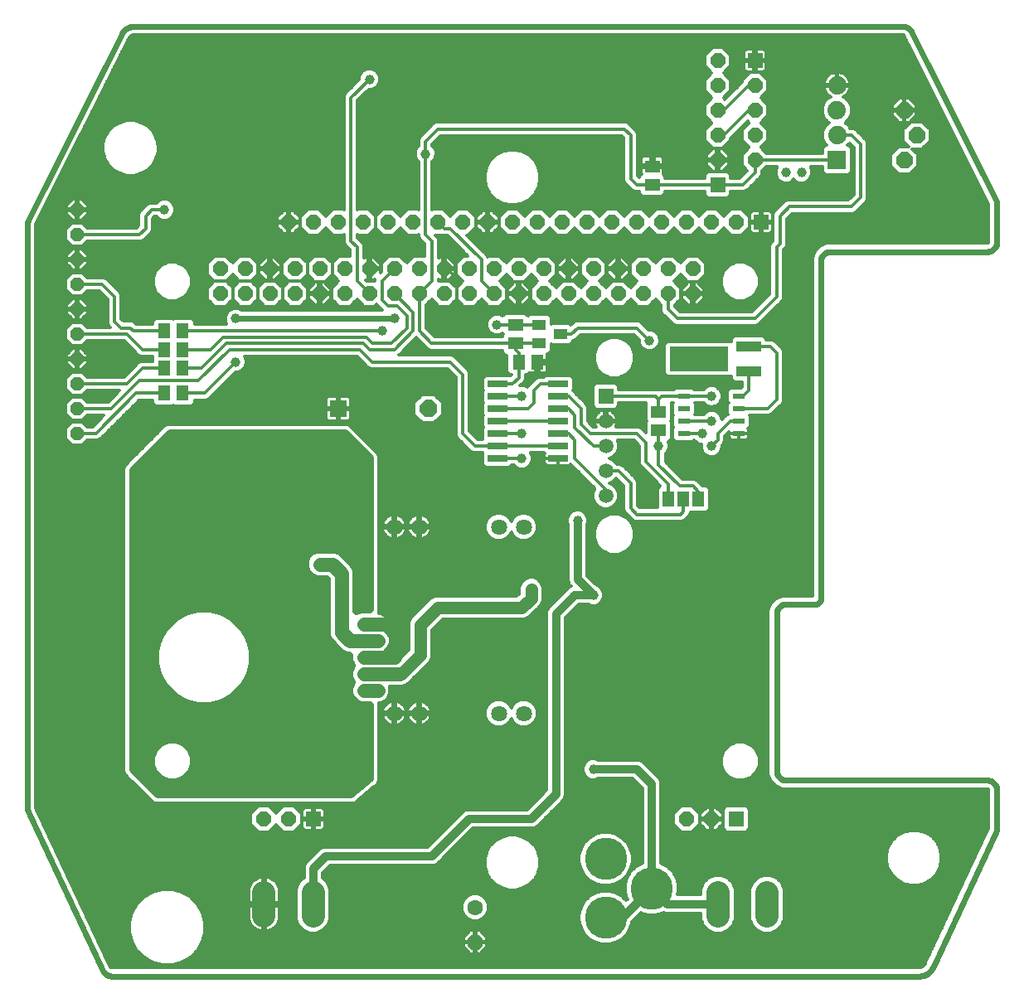
<source format=gbl>
G75*
%MOIN*%
%OFA0B0*%
%FSLAX25Y25*%
%IPPOS*%
%LPD*%
%AMOC8*
5,1,8,0,0,1.08239X$1,22.5*
%
%ADD10C,0.00600*%
%ADD11C,0.02400*%
%ADD12C,0.09370*%
%ADD13R,0.07400X0.07400*%
%ADD14C,0.07400*%
%ADD15C,0.17000*%
%ADD16R,0.06000X0.06000*%
%ADD17OC8,0.06000*%
%ADD18R,0.05118X0.05906*%
%ADD19OC8,0.05200*%
%ADD20R,0.05937X0.05937*%
%ADD21C,0.05937*%
%ADD22R,0.08000X0.02600*%
%ADD23C,0.05543*%
%ADD24OC8,0.06300*%
%ADD25C,0.06300*%
%ADD26OC8,0.06600*%
%ADD27R,0.04724X0.02362*%
%ADD28R,0.09843X0.03937*%
%ADD29R,0.23622X0.09843*%
%ADD30C,0.06425*%
%ADD31R,0.05906X0.05118*%
%ADD32R,0.04600X0.06300*%
%ADD33R,0.05512X0.03937*%
%ADD34R,0.07000X0.07000*%
%ADD35OC8,0.07000*%
%ADD36C,0.01200*%
%ADD37C,0.03937*%
%ADD38C,0.05600*%
%ADD39C,0.03200*%
%ADD40C,0.01600*%
%ADD41C,0.05000*%
D10*
X0399100Y0314100D02*
X0399240Y0314102D01*
X0399380Y0314108D01*
X0399520Y0314118D01*
X0399660Y0314131D01*
X0399799Y0314149D01*
X0399938Y0314171D01*
X0400075Y0314196D01*
X0400213Y0314225D01*
X0400349Y0314258D01*
X0400484Y0314295D01*
X0400618Y0314336D01*
X0400751Y0314381D01*
X0400883Y0314429D01*
X0401013Y0314481D01*
X0401142Y0314536D01*
X0401269Y0314595D01*
X0401395Y0314658D01*
X0401519Y0314724D01*
X0401640Y0314793D01*
X0401760Y0314866D01*
X0401878Y0314943D01*
X0401993Y0315022D01*
X0402107Y0315105D01*
X0402217Y0315191D01*
X0402326Y0315280D01*
X0402432Y0315372D01*
X0402535Y0315467D01*
X0402636Y0315564D01*
X0402733Y0315665D01*
X0402828Y0315768D01*
X0402920Y0315874D01*
X0403009Y0315983D01*
X0403095Y0316093D01*
X0403178Y0316207D01*
X0403257Y0316322D01*
X0403334Y0316440D01*
X0403407Y0316560D01*
X0403476Y0316681D01*
X0403542Y0316805D01*
X0403605Y0316931D01*
X0403664Y0317058D01*
X0403719Y0317187D01*
X0403771Y0317317D01*
X0403819Y0317449D01*
X0403864Y0317582D01*
X0403905Y0317716D01*
X0403942Y0317851D01*
X0403975Y0317987D01*
X0404004Y0318125D01*
X0404029Y0318262D01*
X0404051Y0318401D01*
X0404069Y0318540D01*
X0404082Y0318680D01*
X0404092Y0318820D01*
X0404098Y0318960D01*
X0404100Y0319100D01*
X0404098Y0318960D01*
X0404092Y0318820D01*
X0404082Y0318680D01*
X0404069Y0318540D01*
X0404051Y0318401D01*
X0404029Y0318262D01*
X0404004Y0318125D01*
X0403975Y0317987D01*
X0403942Y0317851D01*
X0403905Y0317716D01*
X0403864Y0317582D01*
X0403819Y0317449D01*
X0403771Y0317317D01*
X0403719Y0317187D01*
X0403664Y0317058D01*
X0403605Y0316931D01*
X0403542Y0316805D01*
X0403476Y0316681D01*
X0403407Y0316560D01*
X0403334Y0316440D01*
X0403257Y0316322D01*
X0403178Y0316207D01*
X0403095Y0316093D01*
X0403009Y0315983D01*
X0402920Y0315874D01*
X0402828Y0315768D01*
X0402733Y0315665D01*
X0402636Y0315564D01*
X0402535Y0315467D01*
X0402432Y0315372D01*
X0402326Y0315280D01*
X0402217Y0315191D01*
X0402107Y0315105D01*
X0401993Y0315022D01*
X0401878Y0314943D01*
X0401760Y0314866D01*
X0401640Y0314793D01*
X0401519Y0314724D01*
X0401395Y0314658D01*
X0401269Y0314595D01*
X0401142Y0314536D01*
X0401013Y0314481D01*
X0400883Y0314429D01*
X0400751Y0314381D01*
X0400618Y0314336D01*
X0400484Y0314295D01*
X0400349Y0314258D01*
X0400213Y0314225D01*
X0400075Y0314196D01*
X0399938Y0314171D01*
X0399799Y0314149D01*
X0399660Y0314131D01*
X0399520Y0314118D01*
X0399380Y0314108D01*
X0399240Y0314102D01*
X0399100Y0314100D01*
D11*
X0399927Y0314750D02*
X0336935Y0314750D01*
X0336811Y0314748D01*
X0336688Y0314742D01*
X0336564Y0314733D01*
X0336442Y0314719D01*
X0336319Y0314702D01*
X0336197Y0314680D01*
X0336076Y0314655D01*
X0335956Y0314626D01*
X0335837Y0314594D01*
X0335718Y0314557D01*
X0335601Y0314517D01*
X0335486Y0314474D01*
X0335371Y0314426D01*
X0335259Y0314375D01*
X0335148Y0314321D01*
X0335038Y0314263D01*
X0334931Y0314202D01*
X0334825Y0314137D01*
X0334722Y0314069D01*
X0334621Y0313998D01*
X0334522Y0313924D01*
X0334425Y0313847D01*
X0334331Y0313766D01*
X0334240Y0313683D01*
X0334151Y0313597D01*
X0334065Y0313508D01*
X0333982Y0313417D01*
X0333901Y0313323D01*
X0333824Y0313226D01*
X0333750Y0313127D01*
X0333679Y0313026D01*
X0333611Y0312923D01*
X0333546Y0312817D01*
X0333485Y0312710D01*
X0333427Y0312600D01*
X0333373Y0312489D01*
X0333322Y0312377D01*
X0333274Y0312262D01*
X0333231Y0312147D01*
X0333191Y0312030D01*
X0333154Y0311911D01*
X0333122Y0311792D01*
X0333093Y0311672D01*
X0333068Y0311551D01*
X0333046Y0311429D01*
X0333029Y0311306D01*
X0333015Y0311184D01*
X0333006Y0311060D01*
X0333000Y0310937D01*
X0332998Y0310813D01*
X0332998Y0174986D01*
X0332996Y0174900D01*
X0332991Y0174814D01*
X0332981Y0174729D01*
X0332968Y0174644D01*
X0332951Y0174560D01*
X0332931Y0174476D01*
X0332907Y0174394D01*
X0332879Y0174313D01*
X0332848Y0174232D01*
X0332814Y0174154D01*
X0332776Y0174077D01*
X0332734Y0174002D01*
X0332690Y0173928D01*
X0332642Y0173857D01*
X0332591Y0173787D01*
X0332537Y0173720D01*
X0332481Y0173656D01*
X0332421Y0173594D01*
X0332359Y0173534D01*
X0332295Y0173478D01*
X0332228Y0173424D01*
X0332158Y0173373D01*
X0332087Y0173325D01*
X0332014Y0173281D01*
X0331938Y0173239D01*
X0331861Y0173201D01*
X0331783Y0173167D01*
X0331702Y0173136D01*
X0331621Y0173108D01*
X0331539Y0173084D01*
X0331455Y0173064D01*
X0331371Y0173047D01*
X0331286Y0173034D01*
X0331201Y0173024D01*
X0331115Y0173019D01*
X0331029Y0173017D01*
X0319218Y0173017D01*
X0319094Y0173015D01*
X0318971Y0173009D01*
X0318847Y0173000D01*
X0318725Y0172986D01*
X0318602Y0172969D01*
X0318480Y0172947D01*
X0318359Y0172922D01*
X0318239Y0172893D01*
X0318120Y0172861D01*
X0318001Y0172824D01*
X0317884Y0172784D01*
X0317769Y0172741D01*
X0317654Y0172693D01*
X0317542Y0172642D01*
X0317431Y0172588D01*
X0317321Y0172530D01*
X0317214Y0172469D01*
X0317108Y0172404D01*
X0317005Y0172336D01*
X0316904Y0172265D01*
X0316805Y0172191D01*
X0316708Y0172114D01*
X0316614Y0172033D01*
X0316523Y0171950D01*
X0316434Y0171864D01*
X0316348Y0171775D01*
X0316265Y0171684D01*
X0316184Y0171590D01*
X0316107Y0171493D01*
X0316033Y0171394D01*
X0315962Y0171293D01*
X0315894Y0171190D01*
X0315829Y0171084D01*
X0315768Y0170977D01*
X0315710Y0170867D01*
X0315656Y0170756D01*
X0315605Y0170644D01*
X0315557Y0170529D01*
X0315514Y0170414D01*
X0315474Y0170297D01*
X0315437Y0170178D01*
X0315405Y0170059D01*
X0315376Y0169939D01*
X0315351Y0169818D01*
X0315329Y0169696D01*
X0315312Y0169573D01*
X0315298Y0169451D01*
X0315289Y0169327D01*
X0315283Y0169204D01*
X0315281Y0169080D01*
X0315281Y0106088D01*
X0315283Y0105964D01*
X0315289Y0105841D01*
X0315298Y0105717D01*
X0315312Y0105595D01*
X0315329Y0105472D01*
X0315351Y0105350D01*
X0315376Y0105229D01*
X0315405Y0105109D01*
X0315437Y0104990D01*
X0315474Y0104871D01*
X0315514Y0104754D01*
X0315557Y0104639D01*
X0315605Y0104524D01*
X0315656Y0104412D01*
X0315710Y0104301D01*
X0315768Y0104191D01*
X0315829Y0104084D01*
X0315894Y0103978D01*
X0315962Y0103875D01*
X0316033Y0103774D01*
X0316107Y0103675D01*
X0316184Y0103578D01*
X0316265Y0103484D01*
X0316348Y0103393D01*
X0316434Y0103304D01*
X0316523Y0103218D01*
X0316614Y0103135D01*
X0316708Y0103054D01*
X0316805Y0102977D01*
X0316904Y0102903D01*
X0317005Y0102832D01*
X0317108Y0102764D01*
X0317214Y0102699D01*
X0317321Y0102638D01*
X0317431Y0102580D01*
X0317542Y0102526D01*
X0317654Y0102475D01*
X0317769Y0102427D01*
X0317884Y0102384D01*
X0318001Y0102344D01*
X0318120Y0102307D01*
X0318239Y0102275D01*
X0318359Y0102246D01*
X0318480Y0102221D01*
X0318602Y0102199D01*
X0318725Y0102182D01*
X0318847Y0102168D01*
X0318971Y0102159D01*
X0319094Y0102153D01*
X0319218Y0102151D01*
X0399927Y0102151D01*
X0400051Y0102149D01*
X0400174Y0102143D01*
X0400298Y0102134D01*
X0400420Y0102120D01*
X0400543Y0102103D01*
X0400665Y0102081D01*
X0400786Y0102056D01*
X0400906Y0102027D01*
X0401025Y0101995D01*
X0401144Y0101958D01*
X0401261Y0101918D01*
X0401376Y0101875D01*
X0401491Y0101827D01*
X0401603Y0101776D01*
X0401714Y0101722D01*
X0401824Y0101664D01*
X0401931Y0101603D01*
X0402037Y0101538D01*
X0402140Y0101470D01*
X0402241Y0101399D01*
X0402340Y0101325D01*
X0402437Y0101248D01*
X0402531Y0101167D01*
X0402622Y0101084D01*
X0402711Y0100998D01*
X0402797Y0100909D01*
X0402880Y0100818D01*
X0402961Y0100724D01*
X0403038Y0100627D01*
X0403112Y0100528D01*
X0403183Y0100427D01*
X0403251Y0100324D01*
X0403316Y0100218D01*
X0403377Y0100111D01*
X0403435Y0100001D01*
X0403489Y0099890D01*
X0403540Y0099778D01*
X0403588Y0099663D01*
X0403631Y0099548D01*
X0403671Y0099431D01*
X0403708Y0099312D01*
X0403740Y0099193D01*
X0403769Y0099073D01*
X0403794Y0098952D01*
X0403816Y0098830D01*
X0403833Y0098707D01*
X0403847Y0098585D01*
X0403856Y0098461D01*
X0403862Y0098338D01*
X0403864Y0098214D01*
X0403864Y0082931D01*
X0403656Y0082050D02*
X0377937Y0026676D01*
X0377868Y0026541D01*
X0377795Y0026407D01*
X0377718Y0026276D01*
X0377638Y0026147D01*
X0377555Y0026019D01*
X0377468Y0025894D01*
X0377378Y0025772D01*
X0377286Y0025651D01*
X0377190Y0025533D01*
X0377091Y0025418D01*
X0376989Y0025305D01*
X0376884Y0025195D01*
X0376777Y0025087D01*
X0376666Y0024982D01*
X0376553Y0024880D01*
X0376438Y0024782D01*
X0376320Y0024686D01*
X0376200Y0024593D01*
X0376077Y0024503D01*
X0375952Y0024417D01*
X0375824Y0024333D01*
X0375695Y0024254D01*
X0375564Y0024177D01*
X0375430Y0024104D01*
X0375295Y0024034D01*
X0375158Y0023968D01*
X0375020Y0023905D01*
X0374880Y0023846D01*
X0374738Y0023791D01*
X0374595Y0023739D01*
X0374451Y0023691D01*
X0374305Y0023646D01*
X0374159Y0023606D01*
X0374011Y0023569D01*
X0373863Y0023536D01*
X0373714Y0023507D01*
X0373564Y0023481D01*
X0373413Y0023460D01*
X0373262Y0023442D01*
X0373111Y0023429D01*
X0372959Y0023419D01*
X0372807Y0023413D01*
X0372655Y0023411D01*
X0048029Y0023411D01*
X0047904Y0023413D01*
X0047780Y0023419D01*
X0047656Y0023429D01*
X0047532Y0023442D01*
X0047409Y0023460D01*
X0047286Y0023482D01*
X0047164Y0023507D01*
X0047043Y0023536D01*
X0046923Y0023569D01*
X0046804Y0023606D01*
X0046687Y0023647D01*
X0046570Y0023691D01*
X0046455Y0023739D01*
X0046342Y0023791D01*
X0046230Y0023846D01*
X0046120Y0023905D01*
X0046012Y0023967D01*
X0045906Y0024032D01*
X0045803Y0024101D01*
X0045701Y0024173D01*
X0045602Y0024248D01*
X0045505Y0024327D01*
X0045411Y0024408D01*
X0045319Y0024492D01*
X0045230Y0024579D01*
X0045144Y0024669D01*
X0045061Y0024762D01*
X0044980Y0024857D01*
X0044903Y0024955D01*
X0044829Y0025055D01*
X0044758Y0025157D01*
X0044690Y0025262D01*
X0044626Y0025368D01*
X0044565Y0025477D01*
X0044508Y0025587D01*
X0014516Y0089509D01*
X0014100Y0091270D02*
X0014100Y0325631D01*
X0014516Y0327392D02*
X0051931Y0402223D01*
X0051998Y0402353D01*
X0052069Y0402482D01*
X0052143Y0402609D01*
X0052221Y0402733D01*
X0052301Y0402856D01*
X0052385Y0402976D01*
X0052472Y0403095D01*
X0052562Y0403210D01*
X0052656Y0403324D01*
X0052752Y0403435D01*
X0052851Y0403543D01*
X0052953Y0403649D01*
X0053057Y0403752D01*
X0053164Y0403852D01*
X0053274Y0403949D01*
X0053387Y0404044D01*
X0053501Y0404135D01*
X0053619Y0404223D01*
X0053738Y0404309D01*
X0053860Y0404391D01*
X0053984Y0404469D01*
X0054110Y0404545D01*
X0054237Y0404617D01*
X0054367Y0404686D01*
X0054498Y0404751D01*
X0054632Y0404813D01*
X0054766Y0404871D01*
X0054902Y0404926D01*
X0055040Y0404977D01*
X0055179Y0405025D01*
X0055319Y0405069D01*
X0055460Y0405109D01*
X0055602Y0405145D01*
X0055745Y0405178D01*
X0055889Y0405206D01*
X0056034Y0405232D01*
X0056179Y0405253D01*
X0056325Y0405270D01*
X0056471Y0405284D01*
X0056618Y0405293D01*
X0056764Y0405299D01*
X0056911Y0405301D01*
X0365998Y0405301D01*
X0366123Y0405299D01*
X0366247Y0405293D01*
X0366371Y0405283D01*
X0366495Y0405270D01*
X0366618Y0405252D01*
X0366741Y0405230D01*
X0366863Y0405205D01*
X0366984Y0405176D01*
X0367104Y0405143D01*
X0367223Y0405106D01*
X0367340Y0405065D01*
X0367457Y0405021D01*
X0367572Y0404973D01*
X0367685Y0404921D01*
X0367797Y0404866D01*
X0367907Y0404807D01*
X0368015Y0404745D01*
X0368121Y0404680D01*
X0368224Y0404611D01*
X0368326Y0404539D01*
X0368425Y0404464D01*
X0368522Y0404385D01*
X0368616Y0404304D01*
X0368708Y0404220D01*
X0368797Y0404133D01*
X0368883Y0404043D01*
X0368966Y0403950D01*
X0369047Y0403855D01*
X0369124Y0403757D01*
X0369198Y0403657D01*
X0369269Y0403555D01*
X0369337Y0403450D01*
X0369401Y0403344D01*
X0369462Y0403235D01*
X0369519Y0403125D01*
X0369519Y0403124D02*
X0403656Y0334850D01*
X0403864Y0333970D02*
X0403864Y0318687D01*
X0403862Y0318563D01*
X0403856Y0318440D01*
X0403847Y0318316D01*
X0403833Y0318194D01*
X0403816Y0318071D01*
X0403794Y0317949D01*
X0403769Y0317828D01*
X0403740Y0317708D01*
X0403708Y0317589D01*
X0403671Y0317470D01*
X0403631Y0317353D01*
X0403588Y0317238D01*
X0403540Y0317123D01*
X0403489Y0317011D01*
X0403435Y0316900D01*
X0403377Y0316790D01*
X0403316Y0316683D01*
X0403251Y0316577D01*
X0403183Y0316474D01*
X0403112Y0316373D01*
X0403038Y0316274D01*
X0402961Y0316177D01*
X0402880Y0316083D01*
X0402797Y0315992D01*
X0402711Y0315903D01*
X0402622Y0315817D01*
X0402531Y0315734D01*
X0402437Y0315653D01*
X0402340Y0315576D01*
X0402241Y0315502D01*
X0402140Y0315431D01*
X0402037Y0315363D01*
X0401931Y0315298D01*
X0401824Y0315237D01*
X0401714Y0315179D01*
X0401603Y0315125D01*
X0401491Y0315074D01*
X0401376Y0315026D01*
X0401261Y0314983D01*
X0401144Y0314943D01*
X0401025Y0314906D01*
X0400906Y0314874D01*
X0400786Y0314845D01*
X0400665Y0314820D01*
X0400543Y0314798D01*
X0400420Y0314781D01*
X0400298Y0314767D01*
X0400174Y0314758D01*
X0400051Y0314752D01*
X0399927Y0314750D01*
X0400051Y0314752D01*
X0400174Y0314758D01*
X0400298Y0314767D01*
X0400420Y0314781D01*
X0400543Y0314798D01*
X0400665Y0314820D01*
X0400786Y0314845D01*
X0400906Y0314874D01*
X0401025Y0314906D01*
X0401144Y0314943D01*
X0401261Y0314983D01*
X0401376Y0315026D01*
X0401491Y0315074D01*
X0401603Y0315125D01*
X0401714Y0315179D01*
X0401824Y0315237D01*
X0401931Y0315298D01*
X0402037Y0315363D01*
X0402140Y0315431D01*
X0402241Y0315502D01*
X0402340Y0315576D01*
X0402437Y0315653D01*
X0402531Y0315734D01*
X0402622Y0315817D01*
X0402711Y0315903D01*
X0402797Y0315992D01*
X0402880Y0316083D01*
X0402961Y0316177D01*
X0403038Y0316274D01*
X0403112Y0316373D01*
X0403183Y0316474D01*
X0403251Y0316577D01*
X0403316Y0316683D01*
X0403377Y0316790D01*
X0403435Y0316900D01*
X0403489Y0317011D01*
X0403540Y0317123D01*
X0403588Y0317238D01*
X0403631Y0317353D01*
X0403671Y0317470D01*
X0403708Y0317589D01*
X0403740Y0317708D01*
X0403769Y0317828D01*
X0403794Y0317949D01*
X0403816Y0318071D01*
X0403833Y0318194D01*
X0403847Y0318316D01*
X0403856Y0318440D01*
X0403862Y0318563D01*
X0403864Y0318687D01*
X0403864Y0333970D02*
X0403862Y0334053D01*
X0403857Y0334136D01*
X0403848Y0334218D01*
X0403836Y0334300D01*
X0403820Y0334382D01*
X0403801Y0334463D01*
X0403779Y0334543D01*
X0403753Y0334621D01*
X0403724Y0334699D01*
X0403692Y0334776D01*
X0403656Y0334851D01*
X0403692Y0334776D01*
X0403724Y0334699D01*
X0403753Y0334621D01*
X0403779Y0334543D01*
X0403801Y0334463D01*
X0403820Y0334382D01*
X0403836Y0334300D01*
X0403848Y0334218D01*
X0403857Y0334136D01*
X0403862Y0334053D01*
X0403864Y0333970D01*
X0336935Y0314750D02*
X0336811Y0314748D01*
X0336688Y0314742D01*
X0336564Y0314733D01*
X0336442Y0314719D01*
X0336319Y0314702D01*
X0336197Y0314680D01*
X0336076Y0314655D01*
X0335956Y0314626D01*
X0335837Y0314594D01*
X0335718Y0314557D01*
X0335601Y0314517D01*
X0335486Y0314474D01*
X0335371Y0314426D01*
X0335259Y0314375D01*
X0335148Y0314321D01*
X0335038Y0314263D01*
X0334931Y0314202D01*
X0334825Y0314137D01*
X0334722Y0314069D01*
X0334621Y0313998D01*
X0334522Y0313924D01*
X0334425Y0313847D01*
X0334331Y0313766D01*
X0334240Y0313683D01*
X0334151Y0313597D01*
X0334065Y0313508D01*
X0333982Y0313417D01*
X0333901Y0313323D01*
X0333824Y0313226D01*
X0333750Y0313127D01*
X0333679Y0313026D01*
X0333611Y0312923D01*
X0333546Y0312817D01*
X0333485Y0312710D01*
X0333427Y0312600D01*
X0333373Y0312489D01*
X0333322Y0312377D01*
X0333274Y0312262D01*
X0333231Y0312147D01*
X0333191Y0312030D01*
X0333154Y0311911D01*
X0333122Y0311792D01*
X0333093Y0311672D01*
X0333068Y0311551D01*
X0333046Y0311429D01*
X0333029Y0311306D01*
X0333015Y0311184D01*
X0333006Y0311060D01*
X0333000Y0310937D01*
X0332998Y0310813D01*
X0369519Y0403125D02*
X0369462Y0403235D01*
X0369401Y0403344D01*
X0369337Y0403450D01*
X0369269Y0403555D01*
X0369198Y0403657D01*
X0369124Y0403757D01*
X0369047Y0403855D01*
X0368966Y0403950D01*
X0368883Y0404043D01*
X0368797Y0404133D01*
X0368708Y0404220D01*
X0368616Y0404304D01*
X0368522Y0404385D01*
X0368425Y0404464D01*
X0368326Y0404539D01*
X0368224Y0404611D01*
X0368121Y0404680D01*
X0368015Y0404745D01*
X0367907Y0404807D01*
X0367797Y0404866D01*
X0367685Y0404921D01*
X0367572Y0404973D01*
X0367457Y0405021D01*
X0367340Y0405065D01*
X0367223Y0405106D01*
X0367104Y0405143D01*
X0366984Y0405176D01*
X0366863Y0405205D01*
X0366741Y0405230D01*
X0366618Y0405252D01*
X0366495Y0405270D01*
X0366371Y0405283D01*
X0366247Y0405293D01*
X0366123Y0405299D01*
X0365998Y0405301D01*
X0161600Y0287850D02*
X0097850Y0287850D01*
X0014100Y0325631D02*
X0014102Y0325753D01*
X0014108Y0325874D01*
X0014117Y0325996D01*
X0014130Y0326117D01*
X0014147Y0326237D01*
X0014168Y0326357D01*
X0014192Y0326476D01*
X0014220Y0326595D01*
X0014251Y0326712D01*
X0014287Y0326829D01*
X0014325Y0326944D01*
X0014368Y0327058D01*
X0014414Y0327171D01*
X0014463Y0327282D01*
X0014516Y0327392D01*
X0014463Y0327282D01*
X0014414Y0327171D01*
X0014368Y0327058D01*
X0014325Y0326944D01*
X0014287Y0326829D01*
X0014251Y0326712D01*
X0014220Y0326595D01*
X0014192Y0326476D01*
X0014168Y0326357D01*
X0014147Y0326237D01*
X0014130Y0326117D01*
X0014117Y0325996D01*
X0014108Y0325874D01*
X0014102Y0325753D01*
X0014100Y0325631D01*
X0051931Y0402223D02*
X0051998Y0402353D01*
X0052069Y0402482D01*
X0052143Y0402609D01*
X0052221Y0402733D01*
X0052301Y0402856D01*
X0052385Y0402976D01*
X0052472Y0403095D01*
X0052562Y0403210D01*
X0052656Y0403324D01*
X0052752Y0403435D01*
X0052851Y0403543D01*
X0052953Y0403649D01*
X0053057Y0403752D01*
X0053164Y0403852D01*
X0053274Y0403949D01*
X0053387Y0404044D01*
X0053501Y0404135D01*
X0053619Y0404223D01*
X0053738Y0404309D01*
X0053860Y0404391D01*
X0053984Y0404469D01*
X0054110Y0404545D01*
X0054237Y0404617D01*
X0054367Y0404686D01*
X0054498Y0404751D01*
X0054632Y0404813D01*
X0054766Y0404871D01*
X0054902Y0404926D01*
X0055040Y0404977D01*
X0055179Y0405025D01*
X0055319Y0405069D01*
X0055460Y0405109D01*
X0055602Y0405145D01*
X0055745Y0405178D01*
X0055889Y0405206D01*
X0056034Y0405232D01*
X0056179Y0405253D01*
X0056325Y0405270D01*
X0056471Y0405284D01*
X0056618Y0405293D01*
X0056764Y0405299D01*
X0056911Y0405301D01*
X0315281Y0169080D02*
X0315283Y0169204D01*
X0315289Y0169327D01*
X0315298Y0169451D01*
X0315312Y0169573D01*
X0315329Y0169696D01*
X0315351Y0169818D01*
X0315376Y0169939D01*
X0315405Y0170059D01*
X0315437Y0170178D01*
X0315474Y0170297D01*
X0315514Y0170414D01*
X0315557Y0170529D01*
X0315605Y0170644D01*
X0315656Y0170756D01*
X0315710Y0170867D01*
X0315768Y0170977D01*
X0315829Y0171084D01*
X0315894Y0171190D01*
X0315962Y0171293D01*
X0316033Y0171394D01*
X0316107Y0171493D01*
X0316184Y0171590D01*
X0316265Y0171684D01*
X0316348Y0171775D01*
X0316434Y0171864D01*
X0316523Y0171950D01*
X0316614Y0172033D01*
X0316708Y0172114D01*
X0316805Y0172191D01*
X0316904Y0172265D01*
X0317005Y0172336D01*
X0317108Y0172404D01*
X0317214Y0172469D01*
X0317321Y0172530D01*
X0317431Y0172588D01*
X0317542Y0172642D01*
X0317654Y0172693D01*
X0317769Y0172741D01*
X0317884Y0172784D01*
X0318001Y0172824D01*
X0318120Y0172861D01*
X0318239Y0172893D01*
X0318359Y0172922D01*
X0318480Y0172947D01*
X0318602Y0172969D01*
X0318725Y0172986D01*
X0318847Y0173000D01*
X0318971Y0173009D01*
X0319094Y0173015D01*
X0319218Y0173017D01*
X0331029Y0173017D02*
X0331115Y0173019D01*
X0331201Y0173024D01*
X0331286Y0173034D01*
X0331371Y0173047D01*
X0331455Y0173064D01*
X0331539Y0173084D01*
X0331621Y0173108D01*
X0331702Y0173136D01*
X0331783Y0173167D01*
X0331861Y0173201D01*
X0331938Y0173239D01*
X0332014Y0173281D01*
X0332087Y0173325D01*
X0332158Y0173373D01*
X0332228Y0173424D01*
X0332295Y0173478D01*
X0332359Y0173534D01*
X0332421Y0173594D01*
X0332481Y0173656D01*
X0332537Y0173720D01*
X0332591Y0173787D01*
X0332642Y0173857D01*
X0332690Y0173928D01*
X0332734Y0174002D01*
X0332776Y0174077D01*
X0332814Y0174154D01*
X0332848Y0174232D01*
X0332879Y0174313D01*
X0332907Y0174394D01*
X0332931Y0174476D01*
X0332951Y0174560D01*
X0332968Y0174644D01*
X0332981Y0174729D01*
X0332991Y0174814D01*
X0332996Y0174900D01*
X0332998Y0174986D01*
X0315281Y0106088D02*
X0315283Y0105964D01*
X0315289Y0105841D01*
X0315298Y0105717D01*
X0315312Y0105595D01*
X0315329Y0105472D01*
X0315351Y0105350D01*
X0315376Y0105229D01*
X0315405Y0105109D01*
X0315437Y0104990D01*
X0315474Y0104871D01*
X0315514Y0104754D01*
X0315557Y0104639D01*
X0315605Y0104524D01*
X0315656Y0104412D01*
X0315710Y0104301D01*
X0315768Y0104191D01*
X0315829Y0104084D01*
X0315894Y0103978D01*
X0315962Y0103875D01*
X0316033Y0103774D01*
X0316107Y0103675D01*
X0316184Y0103578D01*
X0316265Y0103484D01*
X0316348Y0103393D01*
X0316434Y0103304D01*
X0316523Y0103218D01*
X0316614Y0103135D01*
X0316708Y0103054D01*
X0316805Y0102977D01*
X0316904Y0102903D01*
X0317005Y0102832D01*
X0317108Y0102764D01*
X0317214Y0102699D01*
X0317321Y0102638D01*
X0317431Y0102580D01*
X0317542Y0102526D01*
X0317654Y0102475D01*
X0317769Y0102427D01*
X0317884Y0102384D01*
X0318001Y0102344D01*
X0318120Y0102307D01*
X0318239Y0102275D01*
X0318359Y0102246D01*
X0318480Y0102221D01*
X0318602Y0102199D01*
X0318725Y0102182D01*
X0318847Y0102168D01*
X0318971Y0102159D01*
X0319094Y0102153D01*
X0319218Y0102151D01*
X0372655Y0023411D02*
X0372807Y0023413D01*
X0372959Y0023419D01*
X0373111Y0023429D01*
X0373262Y0023442D01*
X0373413Y0023460D01*
X0373564Y0023481D01*
X0373714Y0023507D01*
X0373863Y0023536D01*
X0374011Y0023569D01*
X0374159Y0023606D01*
X0374305Y0023646D01*
X0374451Y0023691D01*
X0374595Y0023739D01*
X0374738Y0023791D01*
X0374880Y0023846D01*
X0375020Y0023905D01*
X0375158Y0023968D01*
X0375295Y0024034D01*
X0375430Y0024104D01*
X0375564Y0024177D01*
X0375695Y0024254D01*
X0375824Y0024333D01*
X0375952Y0024417D01*
X0376077Y0024503D01*
X0376200Y0024593D01*
X0376320Y0024686D01*
X0376438Y0024782D01*
X0376553Y0024880D01*
X0376666Y0024982D01*
X0376777Y0025087D01*
X0376884Y0025195D01*
X0376989Y0025305D01*
X0377091Y0025418D01*
X0377190Y0025533D01*
X0377286Y0025651D01*
X0377378Y0025772D01*
X0377468Y0025894D01*
X0377555Y0026019D01*
X0377638Y0026147D01*
X0377718Y0026276D01*
X0377795Y0026407D01*
X0377868Y0026541D01*
X0377937Y0026676D01*
X0403656Y0082050D02*
X0403692Y0082125D01*
X0403724Y0082202D01*
X0403753Y0082280D01*
X0403779Y0082358D01*
X0403801Y0082438D01*
X0403820Y0082519D01*
X0403836Y0082601D01*
X0403848Y0082683D01*
X0403857Y0082765D01*
X0403862Y0082848D01*
X0403864Y0082931D01*
X0403862Y0082848D01*
X0403857Y0082765D01*
X0403848Y0082683D01*
X0403836Y0082601D01*
X0403820Y0082519D01*
X0403801Y0082438D01*
X0403779Y0082358D01*
X0403753Y0082280D01*
X0403724Y0082202D01*
X0403692Y0082125D01*
X0403656Y0082050D01*
X0403864Y0098214D02*
X0403862Y0098338D01*
X0403856Y0098461D01*
X0403847Y0098585D01*
X0403833Y0098707D01*
X0403816Y0098830D01*
X0403794Y0098952D01*
X0403769Y0099073D01*
X0403740Y0099193D01*
X0403708Y0099312D01*
X0403671Y0099431D01*
X0403631Y0099548D01*
X0403588Y0099663D01*
X0403540Y0099778D01*
X0403489Y0099890D01*
X0403435Y0100001D01*
X0403377Y0100111D01*
X0403316Y0100218D01*
X0403251Y0100324D01*
X0403183Y0100427D01*
X0403112Y0100528D01*
X0403038Y0100627D01*
X0402961Y0100724D01*
X0402880Y0100818D01*
X0402797Y0100909D01*
X0402711Y0100998D01*
X0402622Y0101084D01*
X0402531Y0101167D01*
X0402437Y0101248D01*
X0402340Y0101325D01*
X0402241Y0101399D01*
X0402140Y0101470D01*
X0402037Y0101538D01*
X0401931Y0101603D01*
X0401824Y0101664D01*
X0401714Y0101722D01*
X0401603Y0101776D01*
X0401491Y0101827D01*
X0401376Y0101875D01*
X0401261Y0101918D01*
X0401144Y0101958D01*
X0401025Y0101995D01*
X0400906Y0102027D01*
X0400786Y0102056D01*
X0400665Y0102081D01*
X0400543Y0102103D01*
X0400420Y0102120D01*
X0400298Y0102134D01*
X0400174Y0102143D01*
X0400051Y0102149D01*
X0399927Y0102151D01*
X0048029Y0023411D02*
X0047904Y0023413D01*
X0047780Y0023419D01*
X0047656Y0023429D01*
X0047532Y0023442D01*
X0047409Y0023460D01*
X0047286Y0023482D01*
X0047164Y0023507D01*
X0047043Y0023536D01*
X0046923Y0023569D01*
X0046804Y0023606D01*
X0046687Y0023647D01*
X0046570Y0023691D01*
X0046455Y0023739D01*
X0046342Y0023791D01*
X0046230Y0023846D01*
X0046120Y0023905D01*
X0046012Y0023967D01*
X0045906Y0024032D01*
X0045803Y0024101D01*
X0045701Y0024173D01*
X0045602Y0024248D01*
X0045505Y0024327D01*
X0045411Y0024408D01*
X0045319Y0024492D01*
X0045230Y0024579D01*
X0045144Y0024669D01*
X0045061Y0024762D01*
X0044980Y0024857D01*
X0044903Y0024955D01*
X0044829Y0025055D01*
X0044758Y0025157D01*
X0044690Y0025262D01*
X0044626Y0025368D01*
X0044565Y0025477D01*
X0044508Y0025587D01*
X0014516Y0089509D02*
X0014463Y0089619D01*
X0014414Y0089730D01*
X0014368Y0089843D01*
X0014325Y0089957D01*
X0014287Y0090072D01*
X0014251Y0090189D01*
X0014220Y0090306D01*
X0014192Y0090425D01*
X0014168Y0090544D01*
X0014147Y0090664D01*
X0014130Y0090784D01*
X0014117Y0090905D01*
X0014108Y0091027D01*
X0014102Y0091148D01*
X0014100Y0091270D01*
X0014102Y0091148D01*
X0014108Y0091027D01*
X0014117Y0090905D01*
X0014130Y0090784D01*
X0014147Y0090664D01*
X0014168Y0090544D01*
X0014192Y0090425D01*
X0014220Y0090306D01*
X0014251Y0090189D01*
X0014287Y0090072D01*
X0014325Y0089957D01*
X0014368Y0089843D01*
X0014414Y0089730D01*
X0014463Y0089619D01*
X0014516Y0089509D01*
D12*
X0109257Y0057013D02*
X0109257Y0047643D01*
X0128943Y0047643D02*
X0128943Y0057013D01*
X0291757Y0057013D02*
X0291757Y0047643D01*
X0311443Y0047643D02*
X0311443Y0057013D01*
D13*
X0339575Y0351575D03*
D14*
X0339625Y0361600D03*
X0339575Y0371600D03*
X0339625Y0381600D03*
D15*
X0246600Y0070537D03*
X0265104Y0058726D03*
X0246600Y0046915D03*
D16*
X0299100Y0086600D03*
X0129100Y0086600D03*
X0309100Y0326600D03*
X0291600Y0341600D03*
X0306600Y0391600D03*
D17*
X0306600Y0381600D03*
X0306600Y0371600D03*
X0306600Y0361600D03*
X0306600Y0351600D03*
X0291600Y0351600D03*
X0291600Y0361600D03*
X0291600Y0371600D03*
X0291600Y0381600D03*
X0291600Y0391600D03*
X0289100Y0326600D03*
X0299100Y0326600D03*
X0279100Y0326600D03*
X0269100Y0326600D03*
X0259100Y0326600D03*
X0249100Y0326600D03*
X0239100Y0326600D03*
X0229100Y0326600D03*
X0219100Y0326600D03*
X0209100Y0326600D03*
X0199100Y0326600D03*
X0189100Y0326600D03*
X0179100Y0326600D03*
X0169100Y0326600D03*
X0159100Y0326600D03*
X0149100Y0326600D03*
X0139100Y0326600D03*
X0129100Y0326600D03*
X0119100Y0326600D03*
X0121600Y0307850D03*
X0121600Y0297850D03*
X0131600Y0297850D03*
X0131600Y0307850D03*
X0141600Y0307850D03*
X0141600Y0297850D03*
X0151600Y0297850D03*
X0151600Y0307850D03*
X0161600Y0307850D03*
X0161600Y0297850D03*
X0171600Y0297850D03*
X0171600Y0307850D03*
X0181600Y0307850D03*
X0181600Y0297850D03*
X0191600Y0297850D03*
X0191600Y0307850D03*
X0201600Y0307850D03*
X0201600Y0297850D03*
X0211600Y0297850D03*
X0211600Y0307850D03*
X0221600Y0307850D03*
X0221600Y0297850D03*
X0231600Y0297850D03*
X0231600Y0307850D03*
X0241600Y0307850D03*
X0241600Y0297850D03*
X0251600Y0297850D03*
X0251600Y0307850D03*
X0261600Y0307850D03*
X0261600Y0297850D03*
X0271600Y0297850D03*
X0271600Y0307850D03*
X0281600Y0307850D03*
X0281600Y0297850D03*
X0111600Y0297850D03*
X0111600Y0307850D03*
X0101600Y0307850D03*
X0101600Y0297850D03*
X0091600Y0297850D03*
X0091600Y0307850D03*
X0109100Y0086600D03*
X0119100Y0086600D03*
X0279100Y0086600D03*
X0289100Y0086600D03*
D18*
X0219090Y0270350D03*
X0211610Y0270350D03*
X0076590Y0267850D03*
X0069110Y0267850D03*
X0069110Y0275350D03*
X0076590Y0275350D03*
X0076590Y0282850D03*
X0069110Y0282850D03*
X0069110Y0257850D03*
X0076590Y0257850D03*
D19*
X0034100Y0261600D03*
X0034100Y0271600D03*
X0034100Y0281600D03*
X0034100Y0291600D03*
X0034100Y0301600D03*
X0034100Y0311600D03*
X0034100Y0321600D03*
X0034100Y0331600D03*
X0034100Y0251600D03*
X0034100Y0241600D03*
D20*
X0246600Y0256600D03*
D21*
X0246600Y0246600D03*
X0246600Y0236600D03*
X0246600Y0226600D03*
X0246600Y0216600D03*
D22*
X0227450Y0231600D03*
X0227450Y0236600D03*
X0227450Y0241600D03*
X0227450Y0246600D03*
X0227450Y0251600D03*
X0227450Y0256600D03*
X0227450Y0261600D03*
X0203250Y0261600D03*
X0203250Y0256600D03*
X0203250Y0251600D03*
X0203250Y0246600D03*
X0203250Y0241600D03*
X0203250Y0236600D03*
X0203250Y0231600D03*
D23*
X0154943Y0164986D02*
X0149399Y0164986D01*
X0149439Y0158293D02*
X0154982Y0158293D01*
X0154943Y0151600D02*
X0149399Y0151600D01*
X0149439Y0144907D02*
X0154982Y0144907D01*
X0154943Y0138214D02*
X0149399Y0138214D01*
D24*
X0194100Y0037100D03*
D25*
X0194100Y0051100D03*
D26*
X0366600Y0351600D03*
X0371600Y0361600D03*
X0366600Y0371600D03*
D27*
X0300124Y0256600D03*
X0300124Y0251600D03*
X0300124Y0246600D03*
X0300124Y0241600D03*
X0278076Y0241600D03*
X0278076Y0246600D03*
X0278076Y0251600D03*
X0278076Y0256600D03*
D28*
X0304100Y0266600D03*
X0304100Y0276600D03*
D29*
X0284100Y0271600D03*
D30*
X0213600Y0204100D03*
X0203600Y0204100D03*
X0171600Y0204100D03*
X0161600Y0204100D03*
X0161600Y0129100D03*
X0171600Y0129100D03*
X0203600Y0129100D03*
X0213600Y0129100D03*
D31*
X0267850Y0242860D03*
X0267850Y0250340D03*
X0210350Y0277860D03*
X0210350Y0285340D03*
X0265350Y0341610D03*
X0265350Y0349090D03*
D32*
X0271850Y0215350D03*
X0277850Y0215350D03*
X0283850Y0215350D03*
D33*
X0219769Y0277860D03*
X0219769Y0285340D03*
X0228431Y0281600D03*
D34*
X0139041Y0251600D03*
D35*
X0175281Y0251600D03*
D36*
X0055347Y0040364D02*
X0041330Y0040364D01*
X0041892Y0039166D02*
X0055668Y0039166D01*
X0055989Y0037967D02*
X0042455Y0037967D01*
X0043017Y0036769D02*
X0056454Y0036769D01*
X0056186Y0037233D02*
X0058187Y0033767D01*
X0061017Y0030937D01*
X0064483Y0028936D01*
X0068349Y0027900D01*
X0072351Y0027900D01*
X0076217Y0028936D01*
X0079683Y0030937D01*
X0082513Y0033767D01*
X0084514Y0037233D01*
X0085550Y0041099D01*
X0085550Y0045101D01*
X0084514Y0048967D01*
X0082513Y0052433D01*
X0079683Y0055263D01*
X0076217Y0057264D01*
X0072351Y0058300D01*
X0068349Y0058300D01*
X0064483Y0057264D01*
X0061017Y0055263D01*
X0058187Y0052433D01*
X0056186Y0048967D01*
X0055150Y0045101D01*
X0055150Y0041099D01*
X0056186Y0037233D01*
X0057146Y0035570D02*
X0043580Y0035570D01*
X0044142Y0034372D02*
X0057838Y0034372D01*
X0058781Y0033173D02*
X0044704Y0033173D01*
X0045267Y0031975D02*
X0059979Y0031975D01*
X0061295Y0030776D02*
X0045829Y0030776D01*
X0046391Y0029578D02*
X0063371Y0029578D01*
X0066561Y0028379D02*
X0046954Y0028379D01*
X0047516Y0027181D02*
X0373960Y0027181D01*
X0373972Y0027185D02*
X0373115Y0026854D01*
X0372655Y0026811D01*
X0048029Y0026811D01*
X0047931Y0026820D01*
X0047747Y0026891D01*
X0047601Y0027024D01*
X0047554Y0027100D01*
X0017862Y0090381D01*
X0017859Y0090424D01*
X0017576Y0090991D01*
X0017544Y0091059D01*
X0017532Y0091087D01*
X0017504Y0091207D01*
X0017500Y0091270D01*
X0017500Y0325631D01*
X0017504Y0325693D01*
X0017532Y0325814D01*
X0017557Y0325871D01*
X0054670Y0400098D01*
X0054972Y0400702D01*
X0055183Y0401042D01*
X0055771Y0401577D01*
X0056513Y0401864D01*
X0056911Y0401901D01*
X0365998Y0401901D01*
X0366096Y0401892D01*
X0366280Y0401821D01*
X0366426Y0401688D01*
X0366478Y0401604D01*
X0366780Y0400999D01*
X0366780Y0400999D01*
X0400312Y0333935D01*
X0400312Y0333935D01*
X0400464Y0333632D01*
X0400464Y0318687D01*
X0400453Y0318582D01*
X0400373Y0318388D01*
X0400225Y0318240D01*
X0400032Y0318160D01*
X0399927Y0318150D01*
X0335475Y0318150D01*
X0332779Y0317033D01*
X0332779Y0317033D01*
X0330715Y0314969D01*
X0329598Y0312272D01*
X0329598Y0176417D01*
X0319894Y0176417D01*
X0317759Y0176417D01*
X0315062Y0175300D01*
X0312998Y0173236D01*
X0311881Y0170540D01*
X0311881Y0104629D01*
X0312998Y0101932D01*
X0315062Y0099868D01*
X0317759Y0098751D01*
X0399927Y0098751D01*
X0400032Y0098741D01*
X0400225Y0098661D01*
X0400373Y0098513D01*
X0400453Y0098319D01*
X0400464Y0098214D01*
X0400464Y0083269D01*
X0400312Y0082966D01*
X0400309Y0082915D01*
X0374890Y0028186D01*
X0374652Y0027804D01*
X0373972Y0027185D01*
X0374979Y0028379D02*
X0074139Y0028379D01*
X0077329Y0029578D02*
X0375536Y0029578D01*
X0376093Y0030776D02*
X0079405Y0030776D01*
X0080721Y0031975D02*
X0376649Y0031975D01*
X0377206Y0033173D02*
X0196891Y0033173D01*
X0196068Y0032350D02*
X0198850Y0035132D01*
X0198850Y0036900D01*
X0194300Y0036900D01*
X0194300Y0037300D01*
X0193900Y0037300D01*
X0193900Y0041850D01*
X0192132Y0041850D01*
X0189350Y0039068D01*
X0189350Y0037300D01*
X0193900Y0037300D01*
X0193900Y0036900D01*
X0189350Y0036900D01*
X0189350Y0035132D01*
X0192132Y0032350D01*
X0193900Y0032350D01*
X0193900Y0036900D01*
X0194300Y0036900D01*
X0194300Y0032350D01*
X0196068Y0032350D01*
X0194300Y0033173D02*
X0193900Y0033173D01*
X0193900Y0034372D02*
X0194300Y0034372D01*
X0194300Y0035570D02*
X0193900Y0035570D01*
X0193900Y0036769D02*
X0194300Y0036769D01*
X0194300Y0037300D02*
X0198850Y0037300D01*
X0198850Y0039068D01*
X0196068Y0041850D01*
X0194300Y0041850D01*
X0194300Y0037300D01*
X0194300Y0037967D02*
X0193900Y0037967D01*
X0193900Y0039166D02*
X0194300Y0039166D01*
X0194300Y0040364D02*
X0193900Y0040364D01*
X0193900Y0041563D02*
X0194300Y0041563D01*
X0196355Y0041563D02*
X0237335Y0041563D01*
X0236643Y0042761D02*
X0133797Y0042761D01*
X0132843Y0041806D02*
X0134779Y0043743D01*
X0135828Y0046274D01*
X0135828Y0058383D01*
X0134779Y0060913D01*
X0132900Y0062793D01*
X0132900Y0065026D01*
X0135674Y0067800D01*
X0177356Y0067800D01*
X0178753Y0068379D01*
X0193174Y0082800D01*
X0217356Y0082800D01*
X0218753Y0083379D01*
X0228753Y0093379D01*
X0229821Y0094447D01*
X0230400Y0095844D01*
X0230400Y0167526D01*
X0235674Y0172800D01*
X0239881Y0172800D01*
X0240771Y0172431D01*
X0242429Y0172431D01*
X0243961Y0173066D01*
X0245134Y0174239D01*
X0245768Y0175771D01*
X0245768Y0177429D01*
X0245134Y0178961D01*
X0243961Y0180134D01*
X0243072Y0180502D01*
X0239150Y0184424D01*
X0239150Y0204881D01*
X0239518Y0205771D01*
X0239518Y0207429D01*
X0238884Y0208961D01*
X0237711Y0210134D01*
X0236179Y0210768D01*
X0234521Y0210768D01*
X0232989Y0210134D01*
X0231816Y0208961D01*
X0231181Y0207429D01*
X0231181Y0205771D01*
X0231550Y0204881D01*
X0231550Y0182094D01*
X0232129Y0180697D01*
X0232695Y0180131D01*
X0231947Y0179821D01*
X0230879Y0178753D01*
X0223379Y0171253D01*
X0222800Y0169856D01*
X0222800Y0098174D01*
X0215026Y0090400D01*
X0190844Y0090400D01*
X0189447Y0089821D01*
X0188379Y0088753D01*
X0175026Y0075400D01*
X0133344Y0075400D01*
X0131947Y0074821D01*
X0130879Y0073753D01*
X0125879Y0068753D01*
X0125300Y0067356D01*
X0125300Y0062957D01*
X0125042Y0062850D01*
X0123106Y0060913D01*
X0122057Y0058383D01*
X0122057Y0046274D01*
X0123106Y0043743D01*
X0125042Y0041806D01*
X0127573Y0040758D01*
X0130312Y0040758D01*
X0132843Y0041806D01*
X0132254Y0041563D02*
X0191845Y0041563D01*
X0190647Y0040364D02*
X0085353Y0040364D01*
X0085550Y0041563D02*
X0107633Y0041563D01*
X0107786Y0041513D02*
X0108657Y0041375D01*
X0108657Y0051728D01*
X0102972Y0051728D01*
X0102972Y0047149D01*
X0103127Y0046172D01*
X0103433Y0045231D01*
X0103882Y0044349D01*
X0104464Y0043549D01*
X0105163Y0042849D01*
X0105963Y0042268D01*
X0106845Y0041819D01*
X0107786Y0041513D01*
X0108657Y0041563D02*
X0109857Y0041563D01*
X0109857Y0041375D02*
X0110729Y0041513D01*
X0111670Y0041819D01*
X0112552Y0042268D01*
X0113352Y0042849D01*
X0114051Y0043549D01*
X0114633Y0044349D01*
X0115082Y0045231D01*
X0115388Y0046172D01*
X0115543Y0047149D01*
X0115542Y0051728D01*
X0109858Y0051728D01*
X0109858Y0052928D01*
X0115543Y0052928D01*
X0115543Y0057508D01*
X0115388Y0058485D01*
X0115082Y0059426D01*
X0114633Y0060307D01*
X0114051Y0061108D01*
X0113352Y0061807D01*
X0112552Y0062389D01*
X0111670Y0062838D01*
X0110729Y0063144D01*
X0109857Y0063282D01*
X0109857Y0052928D01*
X0108657Y0052928D01*
X0108657Y0051728D01*
X0109857Y0051728D01*
X0109857Y0041375D01*
X0110882Y0041563D02*
X0125631Y0041563D01*
X0124088Y0042761D02*
X0113231Y0042761D01*
X0114350Y0043960D02*
X0123016Y0043960D01*
X0122520Y0045158D02*
X0115045Y0045158D01*
X0115417Y0046357D02*
X0122057Y0046357D01*
X0122057Y0047555D02*
X0115543Y0047555D01*
X0115543Y0048754D02*
X0122057Y0048754D01*
X0122057Y0049952D02*
X0115543Y0049952D01*
X0115543Y0051151D02*
X0122057Y0051151D01*
X0122057Y0052349D02*
X0109858Y0052349D01*
X0109857Y0051151D02*
X0108657Y0051151D01*
X0108657Y0052349D02*
X0082561Y0052349D01*
X0083253Y0051151D02*
X0102972Y0051151D01*
X0102972Y0049952D02*
X0083945Y0049952D01*
X0084571Y0048754D02*
X0102972Y0048754D01*
X0102972Y0047555D02*
X0084892Y0047555D01*
X0085214Y0046357D02*
X0103098Y0046357D01*
X0103470Y0045158D02*
X0085535Y0045158D01*
X0085550Y0043960D02*
X0104165Y0043960D01*
X0105284Y0042761D02*
X0085550Y0042761D01*
X0085032Y0039166D02*
X0189448Y0039166D01*
X0189350Y0037967D02*
X0084711Y0037967D01*
X0084246Y0036769D02*
X0189350Y0036769D01*
X0189350Y0035570D02*
X0083554Y0035570D01*
X0082862Y0034372D02*
X0190111Y0034372D01*
X0191309Y0033173D02*
X0081919Y0033173D01*
X0081398Y0053548D02*
X0102972Y0053548D01*
X0102972Y0052928D02*
X0108657Y0052928D01*
X0108657Y0063282D01*
X0107786Y0063144D01*
X0106845Y0062838D01*
X0105963Y0062389D01*
X0105163Y0061807D01*
X0104464Y0061108D01*
X0103882Y0060307D01*
X0103433Y0059426D01*
X0103127Y0058485D01*
X0102972Y0057508D01*
X0102972Y0052928D01*
X0102972Y0054746D02*
X0080200Y0054746D01*
X0078502Y0055945D02*
X0102972Y0055945D01*
X0102972Y0057143D02*
X0076426Y0057143D01*
X0064274Y0057143D02*
X0033457Y0057143D01*
X0034020Y0055945D02*
X0062198Y0055945D01*
X0060500Y0054746D02*
X0034582Y0054746D01*
X0035144Y0053548D02*
X0059302Y0053548D01*
X0058139Y0052349D02*
X0035707Y0052349D01*
X0036269Y0051151D02*
X0057447Y0051151D01*
X0056755Y0049952D02*
X0036831Y0049952D01*
X0037394Y0048754D02*
X0056129Y0048754D01*
X0055808Y0047555D02*
X0037956Y0047555D01*
X0038518Y0046357D02*
X0055486Y0046357D01*
X0055165Y0045158D02*
X0039081Y0045158D01*
X0039643Y0043960D02*
X0055150Y0043960D01*
X0055150Y0042761D02*
X0040205Y0042761D01*
X0040768Y0041563D02*
X0055150Y0041563D01*
X0032895Y0058342D02*
X0103105Y0058342D01*
X0103491Y0059540D02*
X0032333Y0059540D01*
X0031770Y0060739D02*
X0104196Y0060739D01*
X0105342Y0061937D02*
X0031208Y0061937D01*
X0030646Y0063136D02*
X0107762Y0063136D01*
X0108657Y0063136D02*
X0109857Y0063136D01*
X0110753Y0063136D02*
X0125300Y0063136D01*
X0125300Y0064334D02*
X0030083Y0064334D01*
X0029521Y0065533D02*
X0125300Y0065533D01*
X0125300Y0066732D02*
X0028959Y0066732D01*
X0028396Y0067930D02*
X0125538Y0067930D01*
X0126255Y0069129D02*
X0027834Y0069129D01*
X0027271Y0070327D02*
X0127453Y0070327D01*
X0128652Y0071526D02*
X0026709Y0071526D01*
X0026147Y0072724D02*
X0129850Y0072724D01*
X0131049Y0073923D02*
X0025584Y0073923D01*
X0025022Y0075121D02*
X0132671Y0075121D01*
X0132311Y0082000D02*
X0129500Y0082000D01*
X0129500Y0086200D01*
X0129500Y0087000D01*
X0128700Y0087000D01*
X0128700Y0091200D01*
X0125889Y0091200D01*
X0125482Y0091091D01*
X0125118Y0090880D01*
X0124820Y0090582D01*
X0124609Y0090218D01*
X0124500Y0089811D01*
X0124500Y0087000D01*
X0128700Y0087000D01*
X0128700Y0086200D01*
X0129500Y0086200D01*
X0133700Y0086200D01*
X0133700Y0083389D01*
X0133591Y0082982D01*
X0133380Y0082618D01*
X0133082Y0082320D01*
X0132718Y0082109D01*
X0132311Y0082000D01*
X0133069Y0082312D02*
X0181938Y0082312D01*
X0180740Y0081114D02*
X0022210Y0081114D01*
X0021648Y0082312D02*
X0106034Y0082312D01*
X0106946Y0081400D02*
X0111254Y0081400D01*
X0114100Y0084246D01*
X0116946Y0081400D01*
X0121254Y0081400D01*
X0124300Y0084446D01*
X0124300Y0088754D01*
X0121254Y0091800D01*
X0116946Y0091800D01*
X0114100Y0088954D01*
X0111254Y0091800D01*
X0106946Y0091800D01*
X0103900Y0088754D01*
X0103900Y0084446D01*
X0106946Y0081400D01*
X0104835Y0083511D02*
X0021086Y0083511D01*
X0020523Y0084709D02*
X0103900Y0084709D01*
X0103900Y0085908D02*
X0019961Y0085908D01*
X0019399Y0087106D02*
X0103900Y0087106D01*
X0103900Y0088305D02*
X0018836Y0088305D01*
X0018274Y0089503D02*
X0104649Y0089503D01*
X0105848Y0090702D02*
X0017721Y0090702D01*
X0017500Y0091900D02*
X0216526Y0091900D01*
X0215328Y0090702D02*
X0133261Y0090702D01*
X0133380Y0090582D02*
X0133082Y0090880D01*
X0132718Y0091091D01*
X0132311Y0091200D01*
X0129500Y0091200D01*
X0129500Y0087000D01*
X0133700Y0087000D01*
X0133700Y0089811D01*
X0133591Y0090218D01*
X0133380Y0090582D01*
X0133700Y0089503D02*
X0189129Y0089503D01*
X0187931Y0088305D02*
X0133700Y0088305D01*
X0133700Y0087106D02*
X0186732Y0087106D01*
X0185534Y0085908D02*
X0133700Y0085908D01*
X0133700Y0084709D02*
X0184335Y0084709D01*
X0183137Y0083511D02*
X0133700Y0083511D01*
X0129500Y0083511D02*
X0128700Y0083511D01*
X0128700Y0084709D02*
X0129500Y0084709D01*
X0129500Y0085908D02*
X0128700Y0085908D01*
X0128700Y0086200D02*
X0128700Y0082000D01*
X0125889Y0082000D01*
X0125482Y0082109D01*
X0125118Y0082320D01*
X0124820Y0082618D01*
X0124609Y0082982D01*
X0124500Y0083389D01*
X0124500Y0086200D01*
X0128700Y0086200D01*
X0128700Y0087106D02*
X0129500Y0087106D01*
X0129500Y0088305D02*
X0128700Y0088305D01*
X0128700Y0089503D02*
X0129500Y0089503D01*
X0129500Y0090702D02*
X0128700Y0090702D01*
X0124939Y0090702D02*
X0122352Y0090702D01*
X0123551Y0089503D02*
X0124500Y0089503D01*
X0124500Y0088305D02*
X0124300Y0088305D01*
X0124300Y0087106D02*
X0124500Y0087106D01*
X0124500Y0085908D02*
X0124300Y0085908D01*
X0124300Y0084709D02*
X0124500Y0084709D01*
X0124500Y0083511D02*
X0123365Y0083511D01*
X0122166Y0082312D02*
X0125131Y0082312D01*
X0128700Y0082312D02*
X0129500Y0082312D01*
X0116034Y0082312D02*
X0112166Y0082312D01*
X0113365Y0083511D02*
X0114835Y0083511D01*
X0114649Y0089503D02*
X0113551Y0089503D01*
X0112352Y0090702D02*
X0115848Y0090702D01*
X0134606Y0066732D02*
X0198286Y0066732D01*
X0198042Y0067644D02*
X0198795Y0064832D01*
X0200251Y0062310D01*
X0202310Y0060251D01*
X0204832Y0058795D01*
X0207644Y0058042D01*
X0210556Y0058042D01*
X0213368Y0058795D01*
X0215890Y0060251D01*
X0217949Y0062310D01*
X0219405Y0064832D01*
X0220158Y0067644D01*
X0220158Y0070556D01*
X0219405Y0073368D01*
X0217949Y0075890D01*
X0215890Y0077949D01*
X0213368Y0079405D01*
X0210556Y0080158D01*
X0207644Y0080158D01*
X0204832Y0079405D01*
X0202310Y0077949D01*
X0200251Y0075890D01*
X0198795Y0073368D01*
X0198042Y0070556D01*
X0198042Y0067644D01*
X0198042Y0067930D02*
X0177670Y0067930D01*
X0179503Y0069129D02*
X0198042Y0069129D01*
X0198042Y0070327D02*
X0180701Y0070327D01*
X0181900Y0071526D02*
X0198302Y0071526D01*
X0198623Y0072724D02*
X0183098Y0072724D01*
X0184297Y0073923D02*
X0199115Y0073923D01*
X0199807Y0075121D02*
X0185495Y0075121D01*
X0186694Y0076320D02*
X0200681Y0076320D01*
X0201879Y0077518D02*
X0187892Y0077518D01*
X0189091Y0078717D02*
X0203640Y0078717D01*
X0206737Y0079915D02*
X0190289Y0079915D01*
X0191488Y0081114D02*
X0244731Y0081114D01*
X0245191Y0081237D02*
X0242470Y0080508D01*
X0240030Y0079099D01*
X0238038Y0077107D01*
X0236629Y0074667D01*
X0235900Y0071946D01*
X0235900Y0069128D01*
X0236629Y0066407D01*
X0238038Y0063967D01*
X0240030Y0061975D01*
X0242470Y0060566D01*
X0245191Y0059837D01*
X0248009Y0059837D01*
X0250730Y0060566D01*
X0253170Y0061975D01*
X0255162Y0063967D01*
X0256571Y0066407D01*
X0257300Y0069128D01*
X0257300Y0071946D01*
X0256571Y0074667D01*
X0255162Y0077107D01*
X0253170Y0079099D01*
X0250730Y0080508D01*
X0248009Y0081237D01*
X0245191Y0081237D01*
X0248469Y0081114D02*
X0261304Y0081114D01*
X0261304Y0082312D02*
X0192686Y0082312D01*
X0179541Y0079915D02*
X0022773Y0079915D01*
X0023335Y0078717D02*
X0178343Y0078717D01*
X0177144Y0077518D02*
X0023897Y0077518D01*
X0024460Y0076320D02*
X0175946Y0076320D01*
X0198607Y0065533D02*
X0133407Y0065533D01*
X0132900Y0064334D02*
X0199082Y0064334D01*
X0199774Y0063136D02*
X0132900Y0063136D01*
X0133755Y0061937D02*
X0200624Y0061937D01*
X0201822Y0060739D02*
X0134852Y0060739D01*
X0135348Y0059540D02*
X0203541Y0059540D01*
X0206524Y0058342D02*
X0135828Y0058342D01*
X0135828Y0057143D02*
X0243432Y0057143D01*
X0242470Y0056886D02*
X0245191Y0057615D01*
X0248009Y0057615D01*
X0250730Y0056886D01*
X0253170Y0055477D01*
X0254825Y0053822D01*
X0255304Y0054300D01*
X0255133Y0054596D01*
X0254404Y0057317D01*
X0254404Y0060135D01*
X0255133Y0062856D01*
X0256542Y0065296D01*
X0258534Y0067288D01*
X0260974Y0068697D01*
X0261304Y0068785D01*
X0261304Y0099022D01*
X0257526Y0102800D01*
X0243319Y0102800D01*
X0242429Y0102431D01*
X0240771Y0102431D01*
X0239239Y0103066D01*
X0238066Y0104239D01*
X0237431Y0105771D01*
X0237431Y0107429D01*
X0238066Y0108961D01*
X0239239Y0110134D01*
X0240771Y0110768D01*
X0242429Y0110768D01*
X0243319Y0110400D01*
X0259856Y0110400D01*
X0261253Y0109821D01*
X0267256Y0103818D01*
X0268325Y0102749D01*
X0268904Y0101352D01*
X0268904Y0068785D01*
X0269234Y0068697D01*
X0271674Y0067288D01*
X0273666Y0065296D01*
X0275075Y0062856D01*
X0275804Y0060135D01*
X0275804Y0057317D01*
X0275485Y0056128D01*
X0284872Y0056128D01*
X0284872Y0058383D01*
X0285921Y0060913D01*
X0287857Y0062850D01*
X0290388Y0063898D01*
X0293127Y0063898D01*
X0295658Y0062850D01*
X0297594Y0060913D01*
X0298643Y0058383D01*
X0298643Y0046274D01*
X0297594Y0043743D01*
X0295658Y0041806D01*
X0293127Y0040758D01*
X0290388Y0040758D01*
X0287857Y0041806D01*
X0285921Y0043743D01*
X0284872Y0046274D01*
X0284872Y0048528D01*
X0270746Y0048528D01*
X0269637Y0048988D01*
X0269234Y0048755D01*
X0266513Y0048026D01*
X0263695Y0048026D01*
X0260974Y0048755D01*
X0260678Y0048926D01*
X0257300Y0045548D01*
X0257300Y0045506D01*
X0256571Y0042785D01*
X0255162Y0040345D01*
X0253170Y0038353D01*
X0250730Y0036944D01*
X0248009Y0036215D01*
X0245191Y0036215D01*
X0242470Y0036944D01*
X0240030Y0038353D01*
X0238038Y0040345D01*
X0236629Y0042785D01*
X0235900Y0045506D01*
X0235900Y0048324D01*
X0236629Y0051045D01*
X0238038Y0053485D01*
X0240030Y0055477D01*
X0242470Y0056886D01*
X0240840Y0055945D02*
X0196384Y0055945D01*
X0197131Y0055635D02*
X0195164Y0056450D01*
X0193036Y0056450D01*
X0191069Y0055635D01*
X0189564Y0054131D01*
X0188750Y0052164D01*
X0188750Y0050036D01*
X0189564Y0048069D01*
X0191069Y0046564D01*
X0193036Y0045750D01*
X0195164Y0045750D01*
X0197131Y0046564D01*
X0198635Y0048069D01*
X0199450Y0050036D01*
X0199450Y0052164D01*
X0198635Y0054131D01*
X0197131Y0055635D01*
X0198020Y0054746D02*
X0239299Y0054746D01*
X0238101Y0053548D02*
X0198877Y0053548D01*
X0199373Y0052349D02*
X0237382Y0052349D01*
X0236690Y0051151D02*
X0199450Y0051151D01*
X0199415Y0049952D02*
X0236336Y0049952D01*
X0236015Y0048754D02*
X0198919Y0048754D01*
X0198121Y0047555D02*
X0235900Y0047555D01*
X0235900Y0046357D02*
X0196629Y0046357D01*
X0191571Y0046357D02*
X0135828Y0046357D01*
X0135828Y0047555D02*
X0190079Y0047555D01*
X0189281Y0048754D02*
X0135828Y0048754D01*
X0135828Y0049952D02*
X0188785Y0049952D01*
X0188750Y0051151D02*
X0135828Y0051151D01*
X0135828Y0052349D02*
X0188827Y0052349D01*
X0189323Y0053548D02*
X0135828Y0053548D01*
X0135828Y0054746D02*
X0190180Y0054746D01*
X0191816Y0055945D02*
X0135828Y0055945D01*
X0135366Y0045158D02*
X0235993Y0045158D01*
X0236314Y0043960D02*
X0134869Y0043960D01*
X0122057Y0053548D02*
X0115543Y0053548D01*
X0115543Y0054746D02*
X0122057Y0054746D01*
X0122057Y0055945D02*
X0115543Y0055945D01*
X0115543Y0057143D02*
X0122057Y0057143D01*
X0122057Y0058342D02*
X0115410Y0058342D01*
X0115024Y0059540D02*
X0122537Y0059540D01*
X0123033Y0060739D02*
X0114319Y0060739D01*
X0113173Y0061937D02*
X0124130Y0061937D01*
X0109857Y0061937D02*
X0108657Y0061937D01*
X0108657Y0060739D02*
X0109857Y0060739D01*
X0109857Y0059540D02*
X0108657Y0059540D01*
X0108657Y0058342D02*
X0109857Y0058342D01*
X0109857Y0057143D02*
X0108657Y0057143D01*
X0108657Y0055945D02*
X0109857Y0055945D01*
X0109857Y0054746D02*
X0108657Y0054746D01*
X0108657Y0053548D02*
X0109857Y0053548D01*
X0109857Y0049952D02*
X0108657Y0049952D01*
X0108657Y0048754D02*
X0109857Y0048754D01*
X0109857Y0047555D02*
X0108657Y0047555D01*
X0108657Y0046357D02*
X0109857Y0046357D01*
X0109857Y0045158D02*
X0108657Y0045158D01*
X0108657Y0043960D02*
X0109857Y0043960D01*
X0109857Y0042761D02*
X0108657Y0042761D01*
X0143928Y0092800D02*
X0065844Y0092800D01*
X0064447Y0093379D01*
X0063379Y0094447D01*
X0054447Y0103379D01*
X0054447Y0103379D01*
X0053379Y0104447D01*
X0052800Y0105844D01*
X0052800Y0227356D01*
X0053379Y0228753D01*
X0054447Y0229821D01*
X0069447Y0244821D01*
X0070844Y0245400D01*
X0142356Y0245400D01*
X0143753Y0244821D01*
X0144821Y0243753D01*
X0154821Y0233753D01*
X0155400Y0232356D01*
X0155400Y0169340D01*
X0155966Y0169250D01*
X0156621Y0169037D01*
X0157234Y0168725D01*
X0157790Y0168320D01*
X0158277Y0167834D01*
X0158681Y0167277D01*
X0158994Y0166664D01*
X0159207Y0166010D01*
X0159314Y0165330D01*
X0159314Y0165272D01*
X0155400Y0165272D01*
X0155400Y0164700D01*
X0159314Y0164700D01*
X0159314Y0164642D01*
X0159207Y0163962D01*
X0158994Y0163308D01*
X0158681Y0162695D01*
X0158277Y0162138D01*
X0158222Y0162083D01*
X0159197Y0161109D01*
X0159954Y0159282D01*
X0159954Y0157304D01*
X0159197Y0155477D01*
X0158222Y0154503D01*
X0158277Y0154448D01*
X0158681Y0153891D01*
X0158994Y0153278D01*
X0159207Y0152624D01*
X0159314Y0151944D01*
X0159314Y0151886D01*
X0155400Y0151886D01*
X0155400Y0151314D01*
X0159314Y0151314D01*
X0159314Y0151256D01*
X0159207Y0150576D01*
X0158994Y0149922D01*
X0158986Y0149907D01*
X0162760Y0149907D01*
X0167400Y0154547D01*
X0167400Y0165535D01*
X0168116Y0167262D01*
X0175116Y0174262D01*
X0176438Y0175584D01*
X0178165Y0176300D01*
X0210903Y0176300D01*
X0211900Y0177297D01*
X0211900Y0180035D01*
X0212616Y0181762D01*
X0213938Y0183084D01*
X0215665Y0183800D01*
X0217535Y0183800D01*
X0219262Y0183084D01*
X0220584Y0181762D01*
X0221300Y0180035D01*
X0221300Y0174415D01*
X0220584Y0172688D01*
X0219262Y0171366D01*
X0215512Y0167616D01*
X0213785Y0166900D01*
X0181047Y0166900D01*
X0176800Y0162653D01*
X0176800Y0151665D01*
X0176084Y0149938D01*
X0174762Y0148616D01*
X0167012Y0140866D01*
X0166883Y0140812D01*
X0166682Y0140611D01*
X0164845Y0139850D01*
X0162855Y0139850D01*
X0162718Y0139907D01*
X0159623Y0139907D01*
X0159914Y0139203D01*
X0159914Y0137225D01*
X0159157Y0135398D01*
X0157759Y0133999D01*
X0155931Y0133243D01*
X0155400Y0133243D01*
X0155400Y0103428D01*
X0155453Y0103259D01*
X0155400Y0102678D01*
X0155400Y0102094D01*
X0155332Y0101930D01*
X0155316Y0101753D01*
X0155045Y0101237D01*
X0154821Y0100697D01*
X0154696Y0100572D01*
X0154613Y0100415D01*
X0154165Y0100041D01*
X0153753Y0099629D01*
X0153588Y0099561D01*
X0146665Y0093791D01*
X0146253Y0093379D01*
X0146088Y0093311D01*
X0145952Y0093197D01*
X0145395Y0093023D01*
X0144856Y0092800D01*
X0144678Y0092800D01*
X0144509Y0092747D01*
X0143928Y0092800D01*
X0145637Y0093099D02*
X0217725Y0093099D01*
X0218923Y0094297D02*
X0147273Y0094297D01*
X0148711Y0095496D02*
X0220122Y0095496D01*
X0221320Y0096694D02*
X0150149Y0096694D01*
X0151587Y0097893D02*
X0222519Y0097893D01*
X0222800Y0099091D02*
X0153025Y0099091D01*
X0154464Y0100290D02*
X0222800Y0100290D01*
X0222800Y0101488D02*
X0155177Y0101488D01*
X0155401Y0102687D02*
X0222800Y0102687D01*
X0222800Y0103885D02*
X0155400Y0103885D01*
X0155400Y0105084D02*
X0222800Y0105084D01*
X0222800Y0106282D02*
X0155400Y0106282D01*
X0155400Y0107481D02*
X0222800Y0107481D01*
X0222800Y0108679D02*
X0155400Y0108679D01*
X0155400Y0109878D02*
X0222800Y0109878D01*
X0222800Y0111076D02*
X0155400Y0111076D01*
X0155400Y0112275D02*
X0222800Y0112275D01*
X0222800Y0113473D02*
X0155400Y0113473D01*
X0155400Y0114672D02*
X0222800Y0114672D01*
X0222800Y0115870D02*
X0155400Y0115870D01*
X0155400Y0117069D02*
X0222800Y0117069D01*
X0222800Y0118268D02*
X0155400Y0118268D01*
X0155400Y0119466D02*
X0222800Y0119466D01*
X0222800Y0120665D02*
X0155400Y0120665D01*
X0155400Y0121863D02*
X0222800Y0121863D01*
X0222800Y0123062D02*
X0155400Y0123062D01*
X0155400Y0124260D02*
X0201141Y0124260D01*
X0200534Y0124511D02*
X0202523Y0123687D01*
X0204677Y0123687D01*
X0206666Y0124511D01*
X0208189Y0126034D01*
X0208600Y0127027D01*
X0209011Y0126034D01*
X0210534Y0124511D01*
X0212523Y0123687D01*
X0214677Y0123687D01*
X0216666Y0124511D01*
X0218189Y0126034D01*
X0219013Y0128023D01*
X0219013Y0130177D01*
X0218189Y0132166D01*
X0216666Y0133689D01*
X0214677Y0134513D01*
X0212523Y0134513D01*
X0210534Y0133689D01*
X0209011Y0132166D01*
X0208600Y0131173D01*
X0208189Y0132166D01*
X0206666Y0133689D01*
X0204677Y0134513D01*
X0202523Y0134513D01*
X0200534Y0133689D01*
X0199011Y0132166D01*
X0198187Y0130177D01*
X0198187Y0128023D01*
X0199011Y0126034D01*
X0200534Y0124511D01*
X0199587Y0125459D02*
X0174765Y0125459D01*
X0174735Y0125429D02*
X0175271Y0125965D01*
X0175716Y0126578D01*
X0176060Y0127253D01*
X0176294Y0127973D01*
X0176409Y0128696D01*
X0172004Y0128696D01*
X0172004Y0129504D01*
X0171196Y0129504D01*
X0171196Y0133909D01*
X0170473Y0133794D01*
X0169753Y0133560D01*
X0169078Y0133216D01*
X0168465Y0132771D01*
X0167929Y0132235D01*
X0167484Y0131622D01*
X0167140Y0130947D01*
X0166906Y0130227D01*
X0166791Y0129504D01*
X0171196Y0129504D01*
X0171196Y0128696D01*
X0166791Y0128696D01*
X0166906Y0127973D01*
X0167140Y0127253D01*
X0167484Y0126578D01*
X0167929Y0125965D01*
X0168465Y0125429D01*
X0169078Y0124984D01*
X0169753Y0124640D01*
X0170473Y0124406D01*
X0171196Y0124291D01*
X0171196Y0128696D01*
X0172004Y0128696D01*
X0172004Y0124291D01*
X0172727Y0124406D01*
X0173447Y0124640D01*
X0174122Y0124984D01*
X0174735Y0125429D01*
X0175757Y0126657D02*
X0198753Y0126657D01*
X0198257Y0127856D02*
X0176256Y0127856D01*
X0176409Y0129504D02*
X0172004Y0129504D01*
X0172004Y0133909D01*
X0172727Y0133794D01*
X0173447Y0133560D01*
X0174122Y0133216D01*
X0174735Y0132771D01*
X0175271Y0132235D01*
X0175716Y0131622D01*
X0176060Y0130947D01*
X0176294Y0130227D01*
X0176409Y0129504D01*
X0176286Y0130253D02*
X0198219Y0130253D01*
X0198187Y0129054D02*
X0172004Y0129054D01*
X0171196Y0129054D02*
X0162004Y0129054D01*
X0162004Y0128696D02*
X0162004Y0129504D01*
X0161196Y0129504D01*
X0161196Y0133909D01*
X0160473Y0133794D01*
X0159753Y0133560D01*
X0159078Y0133216D01*
X0158465Y0132771D01*
X0157929Y0132235D01*
X0157484Y0131622D01*
X0157140Y0130947D01*
X0156906Y0130227D01*
X0156791Y0129504D01*
X0161196Y0129504D01*
X0161196Y0128696D01*
X0156791Y0128696D01*
X0156906Y0127973D01*
X0157140Y0127253D01*
X0157484Y0126578D01*
X0157929Y0125965D01*
X0158465Y0125429D01*
X0159078Y0124984D01*
X0159753Y0124640D01*
X0160473Y0124406D01*
X0161196Y0124291D01*
X0161196Y0128696D01*
X0162004Y0128696D01*
X0166409Y0128696D01*
X0166294Y0127973D01*
X0166060Y0127253D01*
X0165716Y0126578D01*
X0165271Y0125965D01*
X0164735Y0125429D01*
X0164122Y0124984D01*
X0163447Y0124640D01*
X0162727Y0124406D01*
X0162004Y0124291D01*
X0162004Y0128696D01*
X0162004Y0129504D02*
X0166409Y0129504D01*
X0166294Y0130227D01*
X0166060Y0130947D01*
X0165716Y0131622D01*
X0165271Y0132235D01*
X0164735Y0132771D01*
X0164122Y0133216D01*
X0163447Y0133560D01*
X0162727Y0133794D01*
X0162004Y0133909D01*
X0162004Y0129504D01*
X0162004Y0130253D02*
X0161196Y0130253D01*
X0161196Y0131451D02*
X0162004Y0131451D01*
X0162004Y0132650D02*
X0161196Y0132650D01*
X0161196Y0133848D02*
X0162004Y0133848D01*
X0162386Y0133848D02*
X0170814Y0133848D01*
X0171196Y0133848D02*
X0172004Y0133848D01*
X0172386Y0133848D02*
X0200919Y0133848D01*
X0199495Y0132650D02*
X0174856Y0132650D01*
X0175803Y0131451D02*
X0198715Y0131451D01*
X0206281Y0133848D02*
X0210919Y0133848D01*
X0209495Y0132650D02*
X0207705Y0132650D01*
X0208485Y0131451D02*
X0208715Y0131451D01*
X0208753Y0126657D02*
X0208447Y0126657D01*
X0207613Y0125459D02*
X0209587Y0125459D01*
X0211141Y0124260D02*
X0206059Y0124260D01*
X0216059Y0124260D02*
X0222800Y0124260D01*
X0222800Y0125459D02*
X0217613Y0125459D01*
X0218447Y0126657D02*
X0222800Y0126657D01*
X0222800Y0127856D02*
X0218943Y0127856D01*
X0219013Y0129054D02*
X0222800Y0129054D01*
X0222800Y0130253D02*
X0218981Y0130253D01*
X0218485Y0131451D02*
X0222800Y0131451D01*
X0222800Y0132650D02*
X0217705Y0132650D01*
X0216281Y0133848D02*
X0222800Y0133848D01*
X0222800Y0135047D02*
X0158806Y0135047D01*
X0159508Y0136245D02*
X0222800Y0136245D01*
X0222800Y0137444D02*
X0159914Y0137444D01*
X0159914Y0138642D02*
X0222800Y0138642D01*
X0222800Y0139841D02*
X0159650Y0139841D01*
X0160814Y0133848D02*
X0157394Y0133848D01*
X0158344Y0132650D02*
X0155400Y0132650D01*
X0155400Y0131451D02*
X0157397Y0131451D01*
X0156914Y0130253D02*
X0155400Y0130253D01*
X0155400Y0129054D02*
X0161196Y0129054D01*
X0161196Y0127856D02*
X0162004Y0127856D01*
X0162004Y0126657D02*
X0161196Y0126657D01*
X0161196Y0125459D02*
X0162004Y0125459D01*
X0164765Y0125459D02*
X0168435Y0125459D01*
X0167443Y0126657D02*
X0165757Y0126657D01*
X0166256Y0127856D02*
X0166944Y0127856D01*
X0166914Y0130253D02*
X0166286Y0130253D01*
X0165803Y0131451D02*
X0167397Y0131451D01*
X0168344Y0132650D02*
X0164856Y0132650D01*
X0171196Y0132650D02*
X0172004Y0132650D01*
X0172004Y0131451D02*
X0171196Y0131451D01*
X0171196Y0130253D02*
X0172004Y0130253D01*
X0172004Y0127856D02*
X0171196Y0127856D01*
X0171196Y0126657D02*
X0172004Y0126657D01*
X0172004Y0125459D02*
X0171196Y0125459D01*
X0158435Y0125459D02*
X0155400Y0125459D01*
X0155400Y0126657D02*
X0157443Y0126657D01*
X0156944Y0127856D02*
X0155400Y0127856D01*
X0167186Y0141039D02*
X0222800Y0141039D01*
X0222800Y0142238D02*
X0168385Y0142238D01*
X0169583Y0143436D02*
X0222800Y0143436D01*
X0222800Y0144635D02*
X0170782Y0144635D01*
X0171980Y0145833D02*
X0222800Y0145833D01*
X0222800Y0147032D02*
X0173179Y0147032D01*
X0174377Y0148230D02*
X0222800Y0148230D01*
X0222800Y0149429D02*
X0175576Y0149429D01*
X0176370Y0150627D02*
X0222800Y0150627D01*
X0222800Y0151826D02*
X0176800Y0151826D01*
X0176800Y0153024D02*
X0222800Y0153024D01*
X0222800Y0154223D02*
X0176800Y0154223D01*
X0176800Y0155421D02*
X0222800Y0155421D01*
X0222800Y0156620D02*
X0176800Y0156620D01*
X0176800Y0157818D02*
X0222800Y0157818D01*
X0222800Y0159017D02*
X0176800Y0159017D01*
X0176800Y0160215D02*
X0222800Y0160215D01*
X0222800Y0161414D02*
X0176800Y0161414D01*
X0176800Y0162612D02*
X0222800Y0162612D01*
X0222800Y0163811D02*
X0177958Y0163811D01*
X0179156Y0165009D02*
X0222800Y0165009D01*
X0222800Y0166208D02*
X0180355Y0166208D01*
X0174252Y0173399D02*
X0155400Y0173399D01*
X0155400Y0172201D02*
X0173054Y0172201D01*
X0171855Y0171002D02*
X0155400Y0171002D01*
X0155400Y0169803D02*
X0170657Y0169803D01*
X0169458Y0168605D02*
X0157399Y0168605D01*
X0158587Y0167406D02*
X0168260Y0167406D01*
X0167679Y0166208D02*
X0159142Y0166208D01*
X0159157Y0163811D02*
X0167400Y0163811D01*
X0167400Y0165009D02*
X0155400Y0165009D01*
X0158622Y0162612D02*
X0167400Y0162612D01*
X0167400Y0161414D02*
X0158892Y0161414D01*
X0159567Y0160215D02*
X0167400Y0160215D01*
X0167400Y0159017D02*
X0159954Y0159017D01*
X0159954Y0157818D02*
X0167400Y0157818D01*
X0167400Y0156620D02*
X0159670Y0156620D01*
X0159141Y0155421D02*
X0167400Y0155421D01*
X0167076Y0154223D02*
X0158441Y0154223D01*
X0159076Y0153024D02*
X0165878Y0153024D01*
X0164679Y0151826D02*
X0155400Y0151826D01*
X0159215Y0150627D02*
X0163481Y0150627D01*
X0155400Y0174598D02*
X0175451Y0174598D01*
X0176948Y0175796D02*
X0155400Y0175796D01*
X0155400Y0176995D02*
X0211598Y0176995D01*
X0211900Y0178193D02*
X0155400Y0178193D01*
X0155400Y0179392D02*
X0211900Y0179392D01*
X0212130Y0180590D02*
X0155400Y0180590D01*
X0155400Y0181789D02*
X0212642Y0181789D01*
X0213840Y0182987D02*
X0155400Y0182987D01*
X0155400Y0184186D02*
X0231550Y0184186D01*
X0231550Y0185384D02*
X0155400Y0185384D01*
X0155400Y0186583D02*
X0231550Y0186583D01*
X0231550Y0187781D02*
X0155400Y0187781D01*
X0155400Y0188980D02*
X0231550Y0188980D01*
X0231550Y0190178D02*
X0155400Y0190178D01*
X0155400Y0191377D02*
X0231550Y0191377D01*
X0231550Y0192575D02*
X0155400Y0192575D01*
X0155400Y0193774D02*
X0231550Y0193774D01*
X0231550Y0194972D02*
X0155400Y0194972D01*
X0155400Y0196171D02*
X0231550Y0196171D01*
X0231550Y0197369D02*
X0155400Y0197369D01*
X0155400Y0198568D02*
X0231550Y0198568D01*
X0231550Y0199766D02*
X0216921Y0199766D01*
X0216666Y0199511D02*
X0218189Y0201034D01*
X0219013Y0203023D01*
X0219013Y0205177D01*
X0218189Y0207166D01*
X0216666Y0208689D01*
X0214677Y0209513D01*
X0212523Y0209513D01*
X0210534Y0208689D01*
X0209011Y0207166D01*
X0208600Y0206173D01*
X0208189Y0207166D01*
X0206666Y0208689D01*
X0204677Y0209513D01*
X0202523Y0209513D01*
X0200534Y0208689D01*
X0199011Y0207166D01*
X0198187Y0205177D01*
X0198187Y0203023D01*
X0199011Y0201034D01*
X0200534Y0199511D01*
X0202523Y0198687D01*
X0204677Y0198687D01*
X0206666Y0199511D01*
X0208189Y0201034D01*
X0208600Y0202027D01*
X0209011Y0201034D01*
X0210534Y0199511D01*
X0212523Y0198687D01*
X0214677Y0198687D01*
X0216666Y0199511D01*
X0218119Y0200965D02*
X0231550Y0200965D01*
X0231550Y0202163D02*
X0218656Y0202163D01*
X0219013Y0203362D02*
X0231550Y0203362D01*
X0231550Y0204560D02*
X0219013Y0204560D01*
X0218771Y0205759D02*
X0231186Y0205759D01*
X0231181Y0206957D02*
X0218275Y0206957D01*
X0217199Y0208156D02*
X0231483Y0208156D01*
X0232209Y0209354D02*
X0215059Y0209354D01*
X0212141Y0209354D02*
X0205059Y0209354D01*
X0207199Y0208156D02*
X0210001Y0208156D01*
X0208925Y0206957D02*
X0208275Y0206957D01*
X0202141Y0209354D02*
X0155400Y0209354D01*
X0155400Y0208156D02*
X0158995Y0208156D01*
X0159078Y0208216D02*
X0158465Y0207771D01*
X0157929Y0207235D01*
X0157484Y0206622D01*
X0157140Y0205947D01*
X0156906Y0205227D01*
X0156791Y0204504D01*
X0161196Y0204504D01*
X0161196Y0208909D01*
X0160473Y0208794D01*
X0159753Y0208560D01*
X0159078Y0208216D01*
X0157727Y0206957D02*
X0155400Y0206957D01*
X0155400Y0205759D02*
X0157079Y0205759D01*
X0156800Y0204560D02*
X0155400Y0204560D01*
X0155400Y0203362D02*
X0156844Y0203362D01*
X0156791Y0203696D02*
X0156906Y0202973D01*
X0157140Y0202253D01*
X0157484Y0201578D01*
X0157929Y0200965D01*
X0158465Y0200429D01*
X0159078Y0199984D01*
X0159753Y0199640D01*
X0160473Y0199406D01*
X0161196Y0199291D01*
X0161196Y0203696D01*
X0156791Y0203696D01*
X0157185Y0202163D02*
X0155400Y0202163D01*
X0155400Y0200965D02*
X0157929Y0200965D01*
X0159505Y0199766D02*
X0155400Y0199766D01*
X0161196Y0199766D02*
X0162004Y0199766D01*
X0162004Y0199291D02*
X0162727Y0199406D01*
X0163447Y0199640D01*
X0164122Y0199984D01*
X0164735Y0200429D01*
X0165271Y0200965D01*
X0165716Y0201578D01*
X0166060Y0202253D01*
X0166294Y0202973D01*
X0166409Y0203696D01*
X0162004Y0203696D01*
X0162004Y0204504D01*
X0161196Y0204504D01*
X0161196Y0203696D01*
X0162004Y0203696D01*
X0162004Y0199291D01*
X0162004Y0200965D02*
X0161196Y0200965D01*
X0161196Y0202163D02*
X0162004Y0202163D01*
X0162004Y0203362D02*
X0161196Y0203362D01*
X0161196Y0204560D02*
X0162004Y0204560D01*
X0162004Y0204504D02*
X0162004Y0208909D01*
X0162727Y0208794D01*
X0163447Y0208560D01*
X0164122Y0208216D01*
X0164735Y0207771D01*
X0165271Y0207235D01*
X0165716Y0206622D01*
X0166060Y0205947D01*
X0166294Y0205227D01*
X0166409Y0204504D01*
X0162004Y0204504D01*
X0162004Y0205759D02*
X0161196Y0205759D01*
X0161196Y0206957D02*
X0162004Y0206957D01*
X0162004Y0208156D02*
X0161196Y0208156D01*
X0164205Y0208156D02*
X0168995Y0208156D01*
X0169078Y0208216D02*
X0168465Y0207771D01*
X0167929Y0207235D01*
X0167484Y0206622D01*
X0167140Y0205947D01*
X0166906Y0205227D01*
X0166791Y0204504D01*
X0171196Y0204504D01*
X0171196Y0208909D01*
X0170473Y0208794D01*
X0169753Y0208560D01*
X0169078Y0208216D01*
X0167727Y0206957D02*
X0165473Y0206957D01*
X0166121Y0205759D02*
X0167079Y0205759D01*
X0166800Y0204560D02*
X0166400Y0204560D01*
X0166791Y0203696D02*
X0166906Y0202973D01*
X0167140Y0202253D01*
X0167484Y0201578D01*
X0167929Y0200965D01*
X0168465Y0200429D01*
X0169078Y0199984D01*
X0169753Y0199640D01*
X0170473Y0199406D01*
X0171196Y0199291D01*
X0171196Y0203696D01*
X0166791Y0203696D01*
X0166844Y0203362D02*
X0166356Y0203362D01*
X0166014Y0202163D02*
X0167185Y0202163D01*
X0167929Y0200965D02*
X0165271Y0200965D01*
X0163695Y0199766D02*
X0169505Y0199766D01*
X0171196Y0199766D02*
X0172004Y0199766D01*
X0172004Y0199291D02*
X0172727Y0199406D01*
X0173447Y0199640D01*
X0174122Y0199984D01*
X0174735Y0200429D01*
X0175271Y0200965D01*
X0175716Y0201578D01*
X0176060Y0202253D01*
X0176294Y0202973D01*
X0176409Y0203696D01*
X0172004Y0203696D01*
X0172004Y0204504D01*
X0171196Y0204504D01*
X0171196Y0203696D01*
X0172004Y0203696D01*
X0172004Y0199291D01*
X0172004Y0200965D02*
X0171196Y0200965D01*
X0171196Y0202163D02*
X0172004Y0202163D01*
X0172004Y0203362D02*
X0171196Y0203362D01*
X0171196Y0204560D02*
X0172004Y0204560D01*
X0172004Y0204504D02*
X0172004Y0208909D01*
X0172727Y0208794D01*
X0173447Y0208560D01*
X0174122Y0208216D01*
X0174735Y0207771D01*
X0175271Y0207235D01*
X0175716Y0206622D01*
X0176060Y0205947D01*
X0176294Y0205227D01*
X0176409Y0204504D01*
X0172004Y0204504D01*
X0172004Y0205759D02*
X0171196Y0205759D01*
X0171196Y0206957D02*
X0172004Y0206957D01*
X0172004Y0208156D02*
X0171196Y0208156D01*
X0174205Y0208156D02*
X0200001Y0208156D01*
X0198925Y0206957D02*
X0175473Y0206957D01*
X0176121Y0205759D02*
X0198429Y0205759D01*
X0198187Y0204560D02*
X0176400Y0204560D01*
X0176356Y0203362D02*
X0198187Y0203362D01*
X0198544Y0202163D02*
X0176014Y0202163D01*
X0175271Y0200965D02*
X0199081Y0200965D01*
X0200279Y0199766D02*
X0173695Y0199766D01*
X0155400Y0210553D02*
X0234000Y0210553D01*
X0236700Y0210553D02*
X0254003Y0210553D01*
X0253800Y0211043D02*
X0254226Y0210014D01*
X0255014Y0209226D01*
X0257514Y0206726D01*
X0258543Y0206300D01*
X0277157Y0206300D01*
X0278186Y0206726D01*
X0278974Y0207514D01*
X0280224Y0208764D01*
X0280650Y0209793D01*
X0280650Y0210000D01*
X0287061Y0210000D01*
X0288350Y0211289D01*
X0288350Y0219411D01*
X0287061Y0220700D01*
X0285460Y0220700D01*
X0283186Y0222974D01*
X0282157Y0223400D01*
X0277510Y0223400D01*
X0270650Y0230260D01*
X0270650Y0233505D01*
X0271384Y0234239D01*
X0272018Y0235771D01*
X0272018Y0237429D01*
X0271733Y0238119D01*
X0282936Y0238119D01*
X0282989Y0238066D02*
X0284521Y0237431D01*
X0284932Y0237431D01*
X0284931Y0237429D01*
X0284931Y0235771D01*
X0285566Y0234239D01*
X0286739Y0233066D01*
X0288271Y0232431D01*
X0289929Y0232431D01*
X0291461Y0233066D01*
X0292634Y0234239D01*
X0293268Y0235771D01*
X0293268Y0236809D01*
X0293974Y0237514D01*
X0294400Y0238543D01*
X0294400Y0240440D01*
X0296161Y0242202D01*
X0296161Y0241600D01*
X0296161Y0240208D01*
X0296270Y0239801D01*
X0296481Y0239436D01*
X0296779Y0239139D01*
X0297144Y0238928D01*
X0297551Y0238819D01*
X0300124Y0238819D01*
X0302696Y0238819D01*
X0303103Y0238928D01*
X0303468Y0239139D01*
X0303766Y0239436D01*
X0303977Y0239801D01*
X0304086Y0240208D01*
X0304086Y0241600D01*
X0304086Y0242992D01*
X0303977Y0243399D01*
X0303830Y0243652D01*
X0304686Y0244508D01*
X0304686Y0248692D01*
X0304578Y0248800D01*
X0312157Y0248800D01*
X0313186Y0249226D01*
X0316936Y0252976D01*
X0317724Y0253764D01*
X0318150Y0254793D01*
X0318150Y0274657D01*
X0317724Y0275686D01*
X0315224Y0278186D01*
X0314436Y0278974D01*
X0313407Y0279400D01*
X0311221Y0279400D01*
X0311221Y0279480D01*
X0309933Y0280768D01*
X0298267Y0280768D01*
X0296979Y0279480D01*
X0296979Y0278565D01*
X0296822Y0278721D01*
X0271378Y0278721D01*
X0270089Y0277433D01*
X0270089Y0265767D01*
X0271378Y0264479D01*
X0296822Y0264479D01*
X0296979Y0264635D01*
X0296979Y0263720D01*
X0298267Y0262431D01*
X0301300Y0262431D01*
X0301300Y0260260D01*
X0301021Y0259981D01*
X0296850Y0259981D01*
X0295561Y0258692D01*
X0295561Y0254508D01*
X0295969Y0254100D01*
X0295561Y0253692D01*
X0295561Y0249508D01*
X0295779Y0249290D01*
X0295014Y0248974D01*
X0294226Y0248186D01*
X0293268Y0247228D01*
X0293268Y0247429D01*
X0292634Y0248961D01*
X0291461Y0250134D01*
X0289929Y0250768D01*
X0288271Y0250768D01*
X0286739Y0250134D01*
X0286005Y0249400D01*
X0282531Y0249400D01*
X0282639Y0249508D01*
X0282639Y0253692D01*
X0282531Y0253800D01*
X0286005Y0253800D01*
X0286739Y0253066D01*
X0288271Y0252431D01*
X0289929Y0252431D01*
X0291461Y0253066D01*
X0292634Y0254239D01*
X0293268Y0255771D01*
X0293268Y0257429D01*
X0292634Y0258961D01*
X0291461Y0260134D01*
X0289929Y0260768D01*
X0288271Y0260768D01*
X0286739Y0260134D01*
X0286005Y0259400D01*
X0281931Y0259400D01*
X0281350Y0259981D01*
X0274803Y0259981D01*
X0274222Y0259400D01*
X0268543Y0259400D01*
X0267850Y0259113D01*
X0267157Y0259400D01*
X0251768Y0259400D01*
X0251768Y0260480D01*
X0250480Y0261768D01*
X0242720Y0261768D01*
X0241431Y0260480D01*
X0241431Y0252720D01*
X0242720Y0251431D01*
X0250480Y0251431D01*
X0251768Y0252720D01*
X0251768Y0253800D01*
X0262697Y0253800D01*
X0262697Y0246870D01*
X0262967Y0246600D01*
X0262697Y0246330D01*
X0262697Y0241963D01*
X0261474Y0243186D01*
X0260686Y0243974D01*
X0259657Y0244400D01*
X0250606Y0244400D01*
X0250834Y0244846D01*
X0251056Y0245530D01*
X0251165Y0246216D01*
X0246984Y0246216D01*
X0246984Y0246984D01*
X0246216Y0246984D01*
X0246216Y0246216D01*
X0242035Y0246216D01*
X0242144Y0245530D01*
X0242366Y0244846D01*
X0242594Y0244400D01*
X0241510Y0244400D01*
X0239400Y0246510D01*
X0239400Y0252157D01*
X0238974Y0253186D01*
X0233974Y0258186D01*
X0233650Y0258510D01*
X0233650Y0258811D01*
X0233361Y0259100D01*
X0233650Y0259389D01*
X0233650Y0263811D01*
X0232361Y0265100D01*
X0222539Y0265100D01*
X0221839Y0264400D01*
X0219793Y0264400D01*
X0218764Y0263974D01*
X0217976Y0263186D01*
X0216264Y0261474D01*
X0215476Y0260686D01*
X0215237Y0260108D01*
X0215211Y0260134D01*
X0213679Y0260768D01*
X0212228Y0260768D01*
X0213186Y0261726D01*
X0213974Y0262514D01*
X0214400Y0263543D01*
X0214400Y0265197D01*
X0215080Y0265197D01*
X0215835Y0265952D01*
X0215914Y0265906D01*
X0216320Y0265797D01*
X0218490Y0265797D01*
X0218490Y0269750D01*
X0219690Y0269750D01*
X0219690Y0265797D01*
X0221860Y0265797D01*
X0222267Y0265906D01*
X0222632Y0266117D01*
X0222930Y0266415D01*
X0223140Y0266780D01*
X0223249Y0267187D01*
X0223249Y0269750D01*
X0219690Y0269750D01*
X0219690Y0270950D01*
X0223249Y0270950D01*
X0223249Y0273513D01*
X0223202Y0273691D01*
X0223436Y0273691D01*
X0224725Y0274980D01*
X0224725Y0277470D01*
X0224764Y0277431D01*
X0232098Y0277431D01*
X0233387Y0278720D01*
X0233387Y0278800D01*
X0233407Y0278800D01*
X0234436Y0279226D01*
X0236510Y0281300D01*
X0257940Y0281300D01*
X0259931Y0279309D01*
X0259931Y0278271D01*
X0260566Y0276739D01*
X0261739Y0275566D01*
X0263271Y0274931D01*
X0264929Y0274931D01*
X0266461Y0275566D01*
X0267634Y0276739D01*
X0268268Y0278271D01*
X0268268Y0279929D01*
X0267634Y0281461D01*
X0266461Y0282634D01*
X0264929Y0283268D01*
X0263891Y0283268D01*
X0260686Y0286474D01*
X0259657Y0286900D01*
X0234793Y0286900D01*
X0233764Y0286474D01*
X0232976Y0285686D01*
X0232578Y0285288D01*
X0232098Y0285768D01*
X0224764Y0285768D01*
X0224725Y0285730D01*
X0224725Y0288220D01*
X0223436Y0289509D01*
X0216102Y0289509D01*
X0215453Y0288860D01*
X0214214Y0290099D01*
X0206486Y0290099D01*
X0205241Y0288854D01*
X0205211Y0288884D01*
X0203679Y0289518D01*
X0202021Y0289518D01*
X0200489Y0288884D01*
X0199316Y0287711D01*
X0198681Y0286179D01*
X0198681Y0284521D01*
X0199316Y0282989D01*
X0200489Y0281816D01*
X0202021Y0281181D01*
X0203679Y0281181D01*
X0205211Y0281816D01*
X0205231Y0281836D01*
X0205467Y0281600D01*
X0205197Y0281330D01*
X0205197Y0280660D01*
X0177750Y0280660D01*
X0174400Y0284010D01*
X0174400Y0293296D01*
X0176600Y0295496D01*
X0179446Y0292650D01*
X0183754Y0292650D01*
X0186600Y0295496D01*
X0189446Y0292650D01*
X0193754Y0292650D01*
X0196600Y0295496D01*
X0199446Y0292650D01*
X0203754Y0292650D01*
X0206800Y0295696D01*
X0206800Y0300004D01*
X0203954Y0302850D01*
X0206600Y0305496D01*
X0209446Y0302650D01*
X0213754Y0302650D01*
X0216600Y0305496D01*
X0219246Y0302850D01*
X0216400Y0300004D01*
X0216400Y0295696D01*
X0219446Y0292650D01*
X0223754Y0292650D01*
X0226600Y0295496D01*
X0229446Y0292650D01*
X0233754Y0292650D01*
X0236600Y0295496D01*
X0239446Y0292650D01*
X0243754Y0292650D01*
X0246600Y0295496D01*
X0249446Y0292650D01*
X0253754Y0292650D01*
X0256600Y0295496D01*
X0259446Y0292650D01*
X0263754Y0292650D01*
X0266600Y0295496D01*
X0268800Y0293296D01*
X0268800Y0291043D01*
X0269226Y0290014D01*
X0273764Y0285476D01*
X0274793Y0285050D01*
X0307157Y0285050D01*
X0308186Y0285476D01*
X0317724Y0295014D01*
X0318150Y0296043D01*
X0318150Y0315440D01*
X0318974Y0316264D01*
X0319400Y0317293D01*
X0319400Y0327940D01*
X0321510Y0330050D01*
X0345907Y0330050D01*
X0346936Y0330476D01*
X0347724Y0331264D01*
X0351474Y0335014D01*
X0351900Y0336043D01*
X0351900Y0358407D01*
X0351474Y0359436D01*
X0347724Y0363186D01*
X0346936Y0363974D01*
X0345907Y0364400D01*
X0344851Y0364400D01*
X0344627Y0364942D01*
X0342967Y0366602D01*
X0342934Y0366615D01*
X0344577Y0368258D01*
X0345475Y0370426D01*
X0345475Y0372774D01*
X0344577Y0374942D01*
X0342917Y0376602D01*
X0342130Y0376928D01*
X0342403Y0377067D01*
X0343078Y0377557D01*
X0343668Y0378147D01*
X0344158Y0378822D01*
X0344537Y0379566D01*
X0344794Y0380359D01*
X0344925Y0381183D01*
X0344925Y0381314D01*
X0339911Y0381314D01*
X0339911Y0381886D01*
X0339339Y0381886D01*
X0339339Y0386900D01*
X0339208Y0386900D01*
X0338384Y0386769D01*
X0337591Y0386512D01*
X0336847Y0386133D01*
X0336172Y0385643D01*
X0335582Y0385053D01*
X0335092Y0384378D01*
X0334713Y0383634D01*
X0334455Y0382841D01*
X0334325Y0382017D01*
X0334325Y0381886D01*
X0339339Y0381886D01*
X0339339Y0381314D01*
X0334325Y0381314D01*
X0334325Y0381183D01*
X0334455Y0380359D01*
X0334713Y0379566D01*
X0335092Y0378822D01*
X0335582Y0378147D01*
X0336172Y0377557D01*
X0336847Y0377067D01*
X0337075Y0376951D01*
X0336233Y0376602D01*
X0334573Y0374942D01*
X0333675Y0372774D01*
X0333675Y0370426D01*
X0334573Y0368258D01*
X0336233Y0366598D01*
X0336266Y0366585D01*
X0334623Y0364942D01*
X0333725Y0362774D01*
X0333725Y0360426D01*
X0334623Y0358258D01*
X0335406Y0357475D01*
X0334964Y0357475D01*
X0333675Y0356186D01*
X0333675Y0354400D01*
X0311154Y0354400D01*
X0308954Y0356600D01*
X0311800Y0359446D01*
X0311800Y0363754D01*
X0308954Y0366600D01*
X0311800Y0369446D01*
X0311800Y0373754D01*
X0308954Y0376600D01*
X0311800Y0379446D01*
X0311800Y0383754D01*
X0308754Y0386800D01*
X0304446Y0386800D01*
X0301400Y0383754D01*
X0301400Y0382860D01*
X0294547Y0376007D01*
X0293954Y0376600D01*
X0296800Y0379446D01*
X0296800Y0383754D01*
X0293954Y0386600D01*
X0296800Y0389446D01*
X0296800Y0393754D01*
X0293754Y0396800D01*
X0289446Y0396800D01*
X0286400Y0393754D01*
X0286400Y0389446D01*
X0289246Y0386600D01*
X0286400Y0383754D01*
X0286400Y0379446D01*
X0289246Y0376600D01*
X0286400Y0373754D01*
X0286400Y0369446D01*
X0289246Y0366600D01*
X0286400Y0363754D01*
X0286400Y0359446D01*
X0289446Y0356400D01*
X0293754Y0356400D01*
X0296800Y0359446D01*
X0296800Y0360340D01*
X0303653Y0367193D01*
X0304246Y0366600D01*
X0301400Y0363754D01*
X0301400Y0359446D01*
X0304246Y0356600D01*
X0301400Y0353754D01*
X0301400Y0349446D01*
X0303443Y0347403D01*
X0300440Y0344400D01*
X0296800Y0344400D01*
X0296800Y0345511D01*
X0295511Y0346800D01*
X0287689Y0346800D01*
X0286400Y0345511D01*
X0286400Y0344400D01*
X0280361Y0344400D01*
X0279658Y0344405D01*
X0279647Y0344410D01*
X0279101Y0344410D01*
X0278555Y0344414D01*
X0278545Y0344410D01*
X0270503Y0344410D01*
X0270503Y0345080D01*
X0269748Y0345835D01*
X0269794Y0345914D01*
X0269903Y0346320D01*
X0269903Y0348490D01*
X0265950Y0348490D01*
X0265950Y0349690D01*
X0269903Y0349690D01*
X0269903Y0351860D01*
X0269794Y0352267D01*
X0269583Y0352632D01*
X0269285Y0352930D01*
X0268920Y0353140D01*
X0268513Y0353249D01*
X0265950Y0353249D01*
X0265950Y0349690D01*
X0264750Y0349690D01*
X0264750Y0348490D01*
X0260797Y0348490D01*
X0260797Y0346320D01*
X0260906Y0345914D01*
X0260952Y0345835D01*
X0260197Y0345080D01*
X0260197Y0344463D01*
X0259400Y0345260D01*
X0259400Y0362157D01*
X0258974Y0363186D01*
X0258186Y0363974D01*
X0255686Y0366474D01*
X0254657Y0366900D01*
X0178543Y0366900D01*
X0177514Y0366474D01*
X0171726Y0360686D01*
X0171300Y0359657D01*
X0171300Y0357195D01*
X0170566Y0356461D01*
X0169931Y0354929D01*
X0169931Y0353271D01*
X0170566Y0351739D01*
X0171300Y0351005D01*
X0171300Y0331754D01*
X0171254Y0331800D01*
X0166946Y0331800D01*
X0164100Y0328954D01*
X0161254Y0331800D01*
X0156946Y0331800D01*
X0154100Y0328954D01*
X0151254Y0331800D01*
X0146946Y0331800D01*
X0146900Y0331754D01*
X0146900Y0375440D01*
X0151391Y0379931D01*
X0152429Y0379931D01*
X0153961Y0380566D01*
X0155134Y0381739D01*
X0155768Y0383271D01*
X0155768Y0384929D01*
X0155134Y0386461D01*
X0153961Y0387634D01*
X0152429Y0388268D01*
X0150771Y0388268D01*
X0149239Y0387634D01*
X0148066Y0386461D01*
X0147431Y0384929D01*
X0147431Y0383891D01*
X0141726Y0378186D01*
X0141300Y0377157D01*
X0141300Y0331754D01*
X0141254Y0331800D01*
X0136946Y0331800D01*
X0134100Y0328954D01*
X0131254Y0331800D01*
X0126946Y0331800D01*
X0123900Y0328754D01*
X0123900Y0324446D01*
X0126946Y0321400D01*
X0131254Y0321400D01*
X0134100Y0324246D01*
X0136946Y0321400D01*
X0141254Y0321400D01*
X0141300Y0321446D01*
X0141300Y0318543D01*
X0141726Y0317514D01*
X0143800Y0315440D01*
X0143800Y0313004D01*
X0143754Y0313050D01*
X0139446Y0313050D01*
X0136600Y0310204D01*
X0133754Y0313050D01*
X0129446Y0313050D01*
X0126600Y0310204D01*
X0123754Y0313050D01*
X0119446Y0313050D01*
X0116400Y0310004D01*
X0116400Y0305696D01*
X0119246Y0302850D01*
X0116600Y0300204D01*
X0113754Y0303050D01*
X0109446Y0303050D01*
X0106600Y0300204D01*
X0103954Y0302850D01*
X0106800Y0305696D01*
X0106800Y0310004D01*
X0103754Y0313050D01*
X0099446Y0313050D01*
X0096600Y0310204D01*
X0093754Y0313050D01*
X0089446Y0313050D01*
X0086400Y0310004D01*
X0086400Y0305696D01*
X0089246Y0302850D01*
X0086400Y0300004D01*
X0086400Y0295696D01*
X0089446Y0292650D01*
X0093754Y0292650D01*
X0096600Y0295496D01*
X0099446Y0292650D01*
X0103754Y0292650D01*
X0106600Y0295496D01*
X0109446Y0292650D01*
X0113754Y0292650D01*
X0116600Y0295496D01*
X0119446Y0292650D01*
X0123754Y0292650D01*
X0126800Y0295696D01*
X0126800Y0300004D01*
X0123954Y0302850D01*
X0126600Y0305496D01*
X0129446Y0302650D01*
X0133754Y0302650D01*
X0136600Y0305496D01*
X0139246Y0302850D01*
X0136400Y0300004D01*
X0136400Y0295696D01*
X0139446Y0292650D01*
X0143754Y0292650D01*
X0146600Y0295496D01*
X0149446Y0292650D01*
X0153754Y0292650D01*
X0154547Y0293443D01*
X0156726Y0291264D01*
X0156740Y0291250D01*
X0100345Y0291250D01*
X0100211Y0291384D01*
X0098679Y0292018D01*
X0097021Y0292018D01*
X0095489Y0291384D01*
X0094316Y0290211D01*
X0093681Y0288679D01*
X0093681Y0287021D01*
X0094249Y0285650D01*
X0081349Y0285650D01*
X0081349Y0286714D01*
X0080060Y0288003D01*
X0073120Y0288003D01*
X0072850Y0287733D01*
X0072580Y0288003D01*
X0065640Y0288003D01*
X0064351Y0286714D01*
X0064351Y0285650D01*
X0057760Y0285650D01*
X0057724Y0285686D01*
X0056936Y0286474D01*
X0055907Y0286900D01*
X0052760Y0286900D01*
X0051900Y0287760D01*
X0051900Y0297157D01*
X0051474Y0298186D01*
X0050686Y0298974D01*
X0046474Y0303186D01*
X0045686Y0303974D01*
X0044657Y0304400D01*
X0038088Y0304400D01*
X0036088Y0306400D01*
X0032112Y0306400D01*
X0029300Y0303588D01*
X0029300Y0299612D01*
X0032112Y0296800D01*
X0036088Y0296800D01*
X0038088Y0298800D01*
X0042940Y0298800D01*
X0046300Y0295440D01*
X0046300Y0286043D01*
X0046726Y0285014D01*
X0047340Y0284400D01*
X0038088Y0284400D01*
X0036088Y0286400D01*
X0032112Y0286400D01*
X0029300Y0283588D01*
X0029300Y0279612D01*
X0032112Y0276800D01*
X0036088Y0276800D01*
X0038088Y0278800D01*
X0052940Y0278800D01*
X0058764Y0272976D01*
X0059793Y0272550D01*
X0064351Y0272550D01*
X0064351Y0270650D01*
X0059793Y0270650D01*
X0058764Y0270224D01*
X0052940Y0264400D01*
X0038088Y0264400D01*
X0036088Y0266400D01*
X0032112Y0266400D01*
X0029300Y0263588D01*
X0029300Y0259612D01*
X0032112Y0256800D01*
X0036088Y0256800D01*
X0038088Y0258800D01*
X0051090Y0258800D01*
X0046690Y0254400D01*
X0038088Y0254400D01*
X0036088Y0256400D01*
X0032112Y0256400D01*
X0029300Y0253588D01*
X0029300Y0249612D01*
X0032112Y0246800D01*
X0036088Y0246800D01*
X0038088Y0248800D01*
X0044840Y0248800D01*
X0040440Y0244400D01*
X0038088Y0244400D01*
X0036088Y0246400D01*
X0032112Y0246400D01*
X0029300Y0243588D01*
X0029300Y0239612D01*
X0032112Y0236800D01*
X0036088Y0236800D01*
X0038088Y0238800D01*
X0042157Y0238800D01*
X0043186Y0239226D01*
X0043974Y0240014D01*
X0059010Y0255050D01*
X0064351Y0255050D01*
X0064351Y0253986D01*
X0065640Y0252697D01*
X0072580Y0252697D01*
X0072850Y0252967D01*
X0073120Y0252697D01*
X0080060Y0252697D01*
X0081349Y0253986D01*
X0081349Y0255050D01*
X0085907Y0255050D01*
X0086936Y0255476D01*
X0097641Y0266181D01*
X0098679Y0266181D01*
X0100211Y0266816D01*
X0101384Y0267989D01*
X0102018Y0269521D01*
X0102018Y0271179D01*
X0101451Y0272550D01*
X0146690Y0272550D01*
X0150476Y0268764D01*
X0151264Y0267976D01*
X0152293Y0267550D01*
X0182940Y0267550D01*
X0186300Y0264190D01*
X0186300Y0241043D01*
X0186726Y0240014D01*
X0192514Y0234226D01*
X0193543Y0233800D01*
X0197050Y0233800D01*
X0197050Y0229389D01*
X0198339Y0228100D01*
X0208161Y0228100D01*
X0208861Y0228800D01*
X0209755Y0228800D01*
X0210489Y0228066D01*
X0212021Y0227431D01*
X0213679Y0227431D01*
X0215211Y0228066D01*
X0216384Y0229239D01*
X0217018Y0230771D01*
X0217018Y0232429D01*
X0216451Y0233800D01*
X0221839Y0233800D01*
X0222018Y0233620D01*
X0221959Y0233518D01*
X0221850Y0233111D01*
X0221850Y0231650D01*
X0227400Y0231650D01*
X0227400Y0231550D01*
X0227500Y0231550D01*
X0227500Y0228700D01*
X0231661Y0228700D01*
X0232068Y0228809D01*
X0232432Y0229020D01*
X0232576Y0229164D01*
X0242217Y0219524D01*
X0241431Y0217628D01*
X0241431Y0215572D01*
X0242218Y0213672D01*
X0243672Y0212218D01*
X0245572Y0211431D01*
X0247628Y0211431D01*
X0249528Y0212218D01*
X0250982Y0213672D01*
X0251768Y0215572D01*
X0251768Y0217628D01*
X0250982Y0219528D01*
X0249528Y0220982D01*
X0248077Y0221582D01*
X0248052Y0221607D01*
X0249528Y0222218D01*
X0250775Y0223465D01*
X0253800Y0220440D01*
X0253800Y0211043D01*
X0253800Y0211751D02*
X0248400Y0211751D01*
X0250259Y0212950D02*
X0253800Y0212950D01*
X0253800Y0214148D02*
X0251179Y0214148D01*
X0251675Y0215347D02*
X0253800Y0215347D01*
X0253800Y0216545D02*
X0251768Y0216545D01*
X0251720Y0217744D02*
X0253800Y0217744D01*
X0253800Y0218942D02*
X0251224Y0218942D01*
X0250368Y0220141D02*
X0253800Y0220141D01*
X0252901Y0221339D02*
X0248664Y0221339D01*
X0249847Y0222538D02*
X0251702Y0222538D01*
X0251600Y0226600D02*
X0246600Y0226600D01*
X0248035Y0231600D02*
X0249528Y0230982D01*
X0250982Y0229528D01*
X0251035Y0229400D01*
X0252157Y0229400D01*
X0253186Y0228974D01*
X0253974Y0228186D01*
X0258974Y0223186D01*
X0259400Y0222157D01*
X0259400Y0212760D01*
X0260260Y0211900D01*
X0267350Y0211900D01*
X0267350Y0219411D01*
X0268589Y0220651D01*
X0261264Y0227976D01*
X0260476Y0228764D01*
X0260050Y0229793D01*
X0260050Y0236690D01*
X0257940Y0238800D01*
X0251283Y0238800D01*
X0251768Y0237628D01*
X0251768Y0235572D01*
X0250982Y0233672D01*
X0249528Y0232218D01*
X0248035Y0231600D01*
X0249305Y0232126D02*
X0260050Y0232126D01*
X0260050Y0230928D02*
X0249582Y0230928D01*
X0250780Y0229729D02*
X0260076Y0229729D01*
X0260710Y0228531D02*
X0253629Y0228531D01*
X0254828Y0227332D02*
X0261908Y0227332D01*
X0263107Y0226134D02*
X0256026Y0226134D01*
X0257225Y0224935D02*
X0264305Y0224935D01*
X0265504Y0223737D02*
X0258423Y0223737D01*
X0259242Y0222538D02*
X0266702Y0222538D01*
X0267901Y0221339D02*
X0259400Y0221339D01*
X0259400Y0220141D02*
X0268080Y0220141D01*
X0267350Y0218942D02*
X0259400Y0218942D01*
X0259400Y0217744D02*
X0267350Y0217744D01*
X0267350Y0216545D02*
X0259400Y0216545D01*
X0259400Y0215347D02*
X0267350Y0215347D01*
X0267350Y0214148D02*
X0259400Y0214148D01*
X0259400Y0212950D02*
X0267350Y0212950D01*
X0271850Y0215350D02*
X0271850Y0221350D01*
X0262850Y0230350D01*
X0262850Y0237850D01*
X0259100Y0241600D01*
X0240350Y0241600D01*
X0236600Y0245350D01*
X0236600Y0251600D01*
X0231600Y0256600D01*
X0227450Y0256600D01*
X0227450Y0261600D02*
X0220350Y0261600D01*
X0217850Y0259100D01*
X0217850Y0254100D01*
X0215350Y0251600D01*
X0203250Y0251600D01*
X0203250Y0246600D02*
X0227450Y0246600D01*
X0227450Y0241600D02*
X0231600Y0241600D01*
X0234100Y0239100D01*
X0234100Y0231600D01*
X0246600Y0219100D01*
X0246600Y0216600D01*
X0242941Y0212950D02*
X0155400Y0212950D01*
X0155400Y0214148D02*
X0242021Y0214148D01*
X0241525Y0215347D02*
X0155400Y0215347D01*
X0155400Y0216545D02*
X0241431Y0216545D01*
X0241480Y0217744D02*
X0155400Y0217744D01*
X0155400Y0218942D02*
X0241976Y0218942D01*
X0241599Y0220141D02*
X0155400Y0220141D01*
X0155400Y0221339D02*
X0240401Y0221339D01*
X0239202Y0222538D02*
X0155400Y0222538D01*
X0155400Y0223737D02*
X0238004Y0223737D01*
X0236805Y0224935D02*
X0155400Y0224935D01*
X0155400Y0226134D02*
X0235607Y0226134D01*
X0234408Y0227332D02*
X0155400Y0227332D01*
X0155400Y0228531D02*
X0197908Y0228531D01*
X0197050Y0229729D02*
X0155400Y0229729D01*
X0155400Y0230928D02*
X0197050Y0230928D01*
X0197050Y0232126D02*
X0155400Y0232126D01*
X0154999Y0233325D02*
X0197050Y0233325D01*
X0194100Y0236600D02*
X0189100Y0241600D01*
X0189100Y0265350D01*
X0184100Y0270350D01*
X0152850Y0270350D01*
X0147850Y0275350D01*
X0095350Y0275350D01*
X0082850Y0262850D01*
X0059100Y0262850D01*
X0047850Y0251600D01*
X0034100Y0251600D01*
X0037590Y0254898D02*
X0047188Y0254898D01*
X0048387Y0256096D02*
X0036392Y0256096D01*
X0036583Y0257295D02*
X0049585Y0257295D01*
X0050784Y0258493D02*
X0037782Y0258493D01*
X0034100Y0261600D02*
X0054100Y0261600D01*
X0060350Y0267850D01*
X0069110Y0267850D01*
X0064351Y0271677D02*
X0034300Y0271677D01*
X0034300Y0271800D02*
X0038300Y0271800D01*
X0038300Y0273340D01*
X0035840Y0275800D01*
X0034300Y0275800D01*
X0034300Y0271800D01*
X0033900Y0271800D01*
X0033900Y0275800D01*
X0032360Y0275800D01*
X0029900Y0273340D01*
X0029900Y0271800D01*
X0033900Y0271800D01*
X0033900Y0271400D01*
X0029900Y0271400D01*
X0029900Y0269860D01*
X0032360Y0267400D01*
X0033900Y0267400D01*
X0033900Y0271400D01*
X0034300Y0271400D01*
X0034300Y0271800D01*
X0034300Y0271400D02*
X0038300Y0271400D01*
X0038300Y0269860D01*
X0035840Y0267400D01*
X0034300Y0267400D01*
X0034300Y0271400D01*
X0033900Y0271677D02*
X0017500Y0271677D01*
X0017500Y0272875D02*
X0029900Y0272875D01*
X0030634Y0274074D02*
X0017500Y0274074D01*
X0017500Y0275272D02*
X0031833Y0275272D01*
X0033900Y0275272D02*
X0034300Y0275272D01*
X0034300Y0274074D02*
X0033900Y0274074D01*
X0033900Y0272875D02*
X0034300Y0272875D01*
X0034300Y0270478D02*
X0033900Y0270478D01*
X0033900Y0269280D02*
X0034300Y0269280D01*
X0034300Y0268081D02*
X0033900Y0268081D01*
X0031679Y0268081D02*
X0017500Y0268081D01*
X0017500Y0266883D02*
X0055423Y0266883D01*
X0054225Y0265684D02*
X0036804Y0265684D01*
X0038002Y0264486D02*
X0053026Y0264486D01*
X0056622Y0268081D02*
X0036521Y0268081D01*
X0037720Y0269280D02*
X0057820Y0269280D01*
X0059379Y0270478D02*
X0038300Y0270478D01*
X0038300Y0272875D02*
X0059007Y0272875D01*
X0057666Y0274074D02*
X0037566Y0274074D01*
X0036367Y0275272D02*
X0056468Y0275272D01*
X0055269Y0276471D02*
X0017500Y0276471D01*
X0017500Y0277670D02*
X0031242Y0277670D01*
X0030044Y0278868D02*
X0017500Y0278868D01*
X0017500Y0280067D02*
X0029300Y0280067D01*
X0029300Y0281265D02*
X0017500Y0281265D01*
X0017500Y0282464D02*
X0029300Y0282464D01*
X0029374Y0283662D02*
X0017500Y0283662D01*
X0017500Y0284861D02*
X0030572Y0284861D01*
X0031771Y0286059D02*
X0017500Y0286059D01*
X0017500Y0287258D02*
X0046300Y0287258D01*
X0046300Y0288456D02*
X0036896Y0288456D01*
X0035840Y0287400D02*
X0038300Y0289860D01*
X0038300Y0291400D01*
X0034300Y0291400D01*
X0034300Y0291800D01*
X0033900Y0291800D01*
X0033900Y0295800D01*
X0032360Y0295800D01*
X0029900Y0293340D01*
X0029900Y0291800D01*
X0033900Y0291800D01*
X0033900Y0291400D01*
X0029900Y0291400D01*
X0029900Y0289860D01*
X0032360Y0287400D01*
X0033900Y0287400D01*
X0033900Y0291400D01*
X0034300Y0291400D01*
X0034300Y0287400D01*
X0035840Y0287400D01*
X0036429Y0286059D02*
X0046300Y0286059D01*
X0046880Y0284861D02*
X0037628Y0284861D01*
X0034100Y0281600D02*
X0054100Y0281600D01*
X0060350Y0275350D01*
X0069110Y0275350D01*
X0076590Y0275350D02*
X0087850Y0275350D01*
X0092850Y0280350D01*
X0150350Y0280350D01*
X0152850Y0277850D01*
X0160350Y0277850D01*
X0166600Y0284100D01*
X0166600Y0289100D01*
X0162850Y0292850D01*
X0159100Y0292850D01*
X0156600Y0295350D01*
X0156600Y0302850D01*
X0161600Y0307850D01*
X0156400Y0307632D02*
X0152000Y0307632D01*
X0152000Y0307450D02*
X0152000Y0308250D01*
X0151200Y0308250D01*
X0151200Y0312450D01*
X0149695Y0312450D01*
X0149400Y0312155D01*
X0149400Y0317157D01*
X0148974Y0318186D01*
X0148186Y0318974D01*
X0146900Y0320260D01*
X0146900Y0321446D01*
X0146946Y0321400D01*
X0151254Y0321400D01*
X0154100Y0324246D01*
X0156946Y0321400D01*
X0161254Y0321400D01*
X0164100Y0324246D01*
X0166946Y0321400D01*
X0171254Y0321400D01*
X0171300Y0321446D01*
X0171300Y0321043D01*
X0171726Y0320014D01*
X0172514Y0319226D01*
X0173800Y0317940D01*
X0173800Y0313004D01*
X0173754Y0313050D01*
X0169446Y0313050D01*
X0166600Y0310204D01*
X0163754Y0313050D01*
X0159446Y0313050D01*
X0156400Y0310004D01*
X0156400Y0306610D01*
X0156200Y0306410D01*
X0156200Y0307450D01*
X0152000Y0307450D01*
X0152000Y0303250D01*
X0153505Y0303250D01*
X0153897Y0303642D01*
X0153800Y0303407D01*
X0153800Y0303004D01*
X0153754Y0303050D01*
X0150360Y0303050D01*
X0150160Y0303250D01*
X0151200Y0303250D01*
X0151200Y0307450D01*
X0152000Y0307450D01*
X0152000Y0308250D02*
X0156200Y0308250D01*
X0156200Y0309755D01*
X0153505Y0312450D01*
X0152000Y0312450D01*
X0152000Y0308250D01*
X0152000Y0308831D02*
X0151200Y0308831D01*
X0151200Y0310029D02*
X0152000Y0310029D01*
X0152000Y0311228D02*
X0151200Y0311228D01*
X0151200Y0312426D02*
X0152000Y0312426D01*
X0153529Y0312426D02*
X0158822Y0312426D01*
X0157624Y0311228D02*
X0154728Y0311228D01*
X0155926Y0310029D02*
X0156425Y0310029D01*
X0156400Y0308831D02*
X0156200Y0308831D01*
X0156200Y0306434D02*
X0156224Y0306434D01*
X0152000Y0306434D02*
X0151200Y0306434D01*
X0151200Y0305235D02*
X0152000Y0305235D01*
X0152000Y0304037D02*
X0151200Y0304037D01*
X0146600Y0302850D02*
X0151600Y0297850D01*
X0147647Y0294449D02*
X0145553Y0294449D01*
X0144354Y0293250D02*
X0148846Y0293250D01*
X0154354Y0293250D02*
X0154740Y0293250D01*
X0155939Y0292052D02*
X0051900Y0292052D01*
X0051900Y0293250D02*
X0088846Y0293250D01*
X0087647Y0294449D02*
X0051900Y0294449D01*
X0051900Y0295647D02*
X0069344Y0295647D01*
X0067999Y0296204D02*
X0070834Y0295030D01*
X0073902Y0295030D01*
X0076736Y0296204D01*
X0078905Y0298373D01*
X0080080Y0301208D01*
X0080080Y0304276D01*
X0078905Y0307110D01*
X0076736Y0309279D01*
X0073902Y0310454D01*
X0070834Y0310454D01*
X0067999Y0309279D01*
X0065830Y0307110D01*
X0064656Y0304276D01*
X0064656Y0301208D01*
X0065830Y0298373D01*
X0067999Y0296204D01*
X0067358Y0296846D02*
X0051900Y0296846D01*
X0051532Y0298044D02*
X0066159Y0298044D01*
X0065470Y0299243D02*
X0050417Y0299243D01*
X0050686Y0298974D02*
X0050686Y0298974D01*
X0049219Y0300441D02*
X0064973Y0300441D01*
X0064656Y0301640D02*
X0048020Y0301640D01*
X0046822Y0302838D02*
X0064656Y0302838D01*
X0064656Y0304037D02*
X0045534Y0304037D01*
X0044100Y0301600D02*
X0034100Y0301600D01*
X0029300Y0301640D02*
X0017500Y0301640D01*
X0017500Y0302838D02*
X0029300Y0302838D01*
X0029749Y0304037D02*
X0017500Y0304037D01*
X0017500Y0305235D02*
X0030947Y0305235D01*
X0032360Y0307400D02*
X0029900Y0309860D01*
X0029900Y0311400D01*
X0033900Y0311400D01*
X0033900Y0311800D01*
X0033900Y0315800D01*
X0032360Y0315800D01*
X0029900Y0313340D01*
X0029900Y0311800D01*
X0033900Y0311800D01*
X0034300Y0311800D01*
X0034300Y0315800D01*
X0035840Y0315800D01*
X0038300Y0313340D01*
X0038300Y0311800D01*
X0034300Y0311800D01*
X0034300Y0311400D01*
X0038300Y0311400D01*
X0038300Y0309860D01*
X0035840Y0307400D01*
X0034300Y0307400D01*
X0034300Y0311400D01*
X0033900Y0311400D01*
X0033900Y0307400D01*
X0032360Y0307400D01*
X0032128Y0307632D02*
X0017500Y0307632D01*
X0017500Y0306434D02*
X0065550Y0306434D01*
X0065053Y0305235D02*
X0037253Y0305235D01*
X0036072Y0307632D02*
X0066352Y0307632D01*
X0067551Y0308831D02*
X0037270Y0308831D01*
X0038300Y0310029D02*
X0069810Y0310029D01*
X0074926Y0310029D02*
X0086425Y0310029D01*
X0086400Y0308831D02*
X0077185Y0308831D01*
X0078383Y0307632D02*
X0086400Y0307632D01*
X0086400Y0306434D02*
X0079186Y0306434D01*
X0079682Y0305235D02*
X0086861Y0305235D01*
X0088059Y0304037D02*
X0080080Y0304037D01*
X0080080Y0302838D02*
X0089234Y0302838D01*
X0087850Y0302850D02*
X0096600Y0302850D01*
X0096600Y0295350D01*
X0095553Y0294449D02*
X0097647Y0294449D01*
X0098846Y0293250D02*
X0094354Y0293250D01*
X0094958Y0290853D02*
X0051900Y0290853D01*
X0051900Y0289655D02*
X0094086Y0289655D01*
X0093681Y0288456D02*
X0051900Y0288456D01*
X0052402Y0287258D02*
X0064894Y0287258D01*
X0064351Y0286059D02*
X0057351Y0286059D01*
X0055350Y0284100D02*
X0051600Y0284100D01*
X0049100Y0286600D01*
X0049100Y0296600D01*
X0044100Y0301600D01*
X0043696Y0298044D02*
X0037332Y0298044D01*
X0036134Y0296846D02*
X0044895Y0296846D01*
X0046093Y0295647D02*
X0035992Y0295647D01*
X0035840Y0295800D02*
X0034300Y0295800D01*
X0034300Y0291800D01*
X0038300Y0291800D01*
X0038300Y0293340D01*
X0035840Y0295800D01*
X0034300Y0295647D02*
X0033900Y0295647D01*
X0033900Y0294449D02*
X0034300Y0294449D01*
X0034300Y0293250D02*
X0033900Y0293250D01*
X0033900Y0292052D02*
X0034300Y0292052D01*
X0034300Y0290853D02*
X0033900Y0290853D01*
X0033900Y0289655D02*
X0034300Y0289655D01*
X0034300Y0288456D02*
X0033900Y0288456D01*
X0031304Y0288456D02*
X0017500Y0288456D01*
X0017500Y0289655D02*
X0030106Y0289655D01*
X0029900Y0290853D02*
X0017500Y0290853D01*
X0017500Y0292052D02*
X0029900Y0292052D01*
X0029900Y0293250D02*
X0017500Y0293250D01*
X0017500Y0294449D02*
X0031009Y0294449D01*
X0032207Y0295647D02*
X0017500Y0295647D01*
X0017500Y0296846D02*
X0032066Y0296846D01*
X0030868Y0298044D02*
X0017500Y0298044D01*
X0017500Y0299243D02*
X0029669Y0299243D01*
X0029300Y0300441D02*
X0017500Y0300441D01*
X0017500Y0308831D02*
X0030929Y0308831D01*
X0029900Y0310029D02*
X0017500Y0310029D01*
X0017500Y0311228D02*
X0029900Y0311228D01*
X0029900Y0312426D02*
X0017500Y0312426D01*
X0017500Y0313625D02*
X0030185Y0313625D01*
X0031384Y0314823D02*
X0017500Y0314823D01*
X0017500Y0316022D02*
X0143218Y0316022D01*
X0143800Y0314823D02*
X0036816Y0314823D01*
X0038015Y0313625D02*
X0143800Y0313625D01*
X0142020Y0317220D02*
X0036509Y0317220D01*
X0036088Y0316800D02*
X0038088Y0318800D01*
X0059657Y0318800D01*
X0060686Y0319226D01*
X0063974Y0322514D01*
X0064400Y0323543D01*
X0064400Y0327940D01*
X0065260Y0328800D01*
X0066005Y0328800D01*
X0066739Y0328066D01*
X0068271Y0327431D01*
X0069929Y0327431D01*
X0071461Y0328066D01*
X0072634Y0329239D01*
X0073268Y0330771D01*
X0073268Y0332429D01*
X0072634Y0333961D01*
X0071461Y0335134D01*
X0069929Y0335768D01*
X0068271Y0335768D01*
X0066739Y0335134D01*
X0066005Y0334400D01*
X0063543Y0334400D01*
X0062514Y0333974D01*
X0060014Y0331474D01*
X0059226Y0330686D01*
X0058800Y0329657D01*
X0058800Y0325260D01*
X0057940Y0324400D01*
X0038088Y0324400D01*
X0036088Y0326400D01*
X0032112Y0326400D01*
X0029300Y0323588D01*
X0029300Y0319612D01*
X0032112Y0316800D01*
X0036088Y0316800D01*
X0037707Y0318419D02*
X0141351Y0318419D01*
X0141300Y0319617D02*
X0061077Y0319617D01*
X0062276Y0320816D02*
X0141300Y0320816D01*
X0144100Y0319100D02*
X0146600Y0316600D01*
X0146600Y0302850D01*
X0139234Y0302838D02*
X0133942Y0302838D01*
X0133505Y0302450D02*
X0136200Y0299755D01*
X0136200Y0298250D01*
X0132000Y0298250D01*
X0132000Y0297450D01*
X0136200Y0297450D01*
X0136200Y0295945D01*
X0133505Y0293250D01*
X0132000Y0293250D01*
X0132000Y0297450D01*
X0131200Y0297450D01*
X0131200Y0293250D01*
X0129695Y0293250D01*
X0127000Y0295945D01*
X0127000Y0297450D01*
X0131200Y0297450D01*
X0131200Y0298250D01*
X0131200Y0302450D01*
X0129695Y0302450D01*
X0127000Y0299755D01*
X0127000Y0298250D01*
X0131200Y0298250D01*
X0132000Y0298250D01*
X0132000Y0302450D01*
X0133505Y0302450D01*
X0134316Y0301640D02*
X0138036Y0301640D01*
X0136837Y0300441D02*
X0135514Y0300441D01*
X0136200Y0299243D02*
X0136400Y0299243D01*
X0136400Y0298044D02*
X0132000Y0298044D01*
X0131200Y0298044D02*
X0126800Y0298044D01*
X0126800Y0296846D02*
X0127000Y0296846D01*
X0126751Y0295647D02*
X0127297Y0295647D01*
X0128496Y0294449D02*
X0125553Y0294449D01*
X0124354Y0293250D02*
X0129694Y0293250D01*
X0131200Y0293250D02*
X0132000Y0293250D01*
X0132000Y0294449D02*
X0131200Y0294449D01*
X0131200Y0295647D02*
X0132000Y0295647D01*
X0132000Y0296846D02*
X0131200Y0296846D01*
X0131200Y0299243D02*
X0132000Y0299243D01*
X0132000Y0300441D02*
X0131200Y0300441D01*
X0131200Y0301640D02*
X0132000Y0301640D01*
X0129258Y0302838D02*
X0123966Y0302838D01*
X0125350Y0302850D02*
X0117850Y0302850D01*
X0118059Y0304037D02*
X0114292Y0304037D01*
X0113505Y0303250D02*
X0116200Y0305945D01*
X0116200Y0307450D01*
X0112000Y0307450D01*
X0112000Y0308250D01*
X0116200Y0308250D01*
X0116200Y0309755D01*
X0113505Y0312450D01*
X0112000Y0312450D01*
X0112000Y0308250D01*
X0111200Y0308250D01*
X0111200Y0312450D01*
X0109695Y0312450D01*
X0107000Y0309755D01*
X0107000Y0308250D01*
X0111200Y0308250D01*
X0111200Y0307450D01*
X0112000Y0307450D01*
X0112000Y0303250D01*
X0113505Y0303250D01*
X0113966Y0302838D02*
X0119234Y0302838D01*
X0118036Y0301640D02*
X0115164Y0301640D01*
X0116600Y0301600D02*
X0116600Y0294100D01*
X0115553Y0294449D02*
X0117647Y0294449D01*
X0118846Y0293250D02*
X0114354Y0293250D01*
X0108846Y0293250D02*
X0104354Y0293250D01*
X0105553Y0294449D02*
X0107647Y0294449D01*
X0106600Y0294100D02*
X0106600Y0301600D01*
X0106363Y0300441D02*
X0106837Y0300441D01*
X0108036Y0301640D02*
X0105164Y0301640D01*
X0103966Y0302838D02*
X0109234Y0302838D01*
X0109695Y0303250D02*
X0111200Y0303250D01*
X0111200Y0307450D01*
X0107000Y0307450D01*
X0107000Y0305945D01*
X0109695Y0303250D01*
X0108908Y0304037D02*
X0105141Y0304037D01*
X0106339Y0305235D02*
X0107709Y0305235D01*
X0107000Y0306434D02*
X0106800Y0306434D01*
X0106800Y0307632D02*
X0111200Y0307632D01*
X0112000Y0307632D02*
X0116400Y0307632D01*
X0116400Y0306434D02*
X0116200Y0306434D01*
X0116861Y0305235D02*
X0115491Y0305235D01*
X0112000Y0305235D02*
X0111200Y0305235D01*
X0111200Y0304037D02*
X0112000Y0304037D01*
X0112000Y0306434D02*
X0111200Y0306434D01*
X0111200Y0308831D02*
X0112000Y0308831D01*
X0112000Y0310029D02*
X0111200Y0310029D01*
X0111200Y0311228D02*
X0112000Y0311228D01*
X0112000Y0312426D02*
X0111200Y0312426D01*
X0109671Y0312426D02*
X0104378Y0312426D01*
X0105576Y0311228D02*
X0108472Y0311228D01*
X0107274Y0310029D02*
X0106775Y0310029D01*
X0106800Y0308831D02*
X0107000Y0308831D01*
X0107850Y0302850D02*
X0096600Y0302850D01*
X0095164Y0301640D02*
X0098036Y0301640D01*
X0099234Y0302838D02*
X0093966Y0302838D01*
X0093954Y0302850D02*
X0096600Y0300204D01*
X0099246Y0302850D01*
X0096600Y0305496D01*
X0093954Y0302850D01*
X0095141Y0304037D02*
X0098059Y0304037D01*
X0096861Y0305235D02*
X0096339Y0305235D01*
X0096363Y0300441D02*
X0096837Y0300441D01*
X0088036Y0301640D02*
X0080080Y0301640D01*
X0079762Y0300441D02*
X0086837Y0300441D01*
X0086400Y0299243D02*
X0079266Y0299243D01*
X0078576Y0298044D02*
X0086400Y0298044D01*
X0086400Y0296846D02*
X0077378Y0296846D01*
X0075392Y0295647D02*
X0086449Y0295647D01*
X0080806Y0287258D02*
X0093681Y0287258D01*
X0094080Y0286059D02*
X0081349Y0286059D01*
X0076590Y0282850D02*
X0156600Y0282850D01*
X0151600Y0275350D02*
X0149100Y0277850D01*
X0094100Y0277850D01*
X0084100Y0267850D01*
X0076590Y0267850D01*
X0076590Y0257850D02*
X0085350Y0257850D01*
X0097850Y0270350D01*
X0102018Y0270478D02*
X0148762Y0270478D01*
X0149960Y0269280D02*
X0101919Y0269280D01*
X0101422Y0268081D02*
X0151159Y0268081D01*
X0147563Y0271677D02*
X0101812Y0271677D01*
X0100278Y0266883D02*
X0183607Y0266883D01*
X0184806Y0265684D02*
X0097144Y0265684D01*
X0095946Y0264486D02*
X0186004Y0264486D01*
X0186300Y0263287D02*
X0094747Y0263287D01*
X0093549Y0262089D02*
X0186300Y0262089D01*
X0186300Y0260890D02*
X0092350Y0260890D01*
X0091152Y0259692D02*
X0186300Y0259692D01*
X0186300Y0258493D02*
X0089953Y0258493D01*
X0088755Y0257295D02*
X0172915Y0257295D01*
X0172920Y0257300D02*
X0169581Y0253961D01*
X0169581Y0249239D01*
X0172920Y0245900D01*
X0177642Y0245900D01*
X0180981Y0249239D01*
X0180981Y0253961D01*
X0177642Y0257300D01*
X0172920Y0257300D01*
X0171716Y0256096D02*
X0143807Y0256096D01*
X0143821Y0256082D02*
X0143523Y0256380D01*
X0143159Y0256591D01*
X0142752Y0256700D01*
X0139425Y0256700D01*
X0139425Y0251984D01*
X0144141Y0251984D01*
X0144141Y0255311D01*
X0144032Y0255718D01*
X0143821Y0256082D01*
X0144141Y0254898D02*
X0170518Y0254898D01*
X0169581Y0253699D02*
X0144141Y0253699D01*
X0144141Y0252501D02*
X0169581Y0252501D01*
X0169581Y0251302D02*
X0139425Y0251302D01*
X0139425Y0251216D02*
X0139425Y0251984D01*
X0138657Y0251984D01*
X0138657Y0256700D01*
X0135330Y0256700D01*
X0134923Y0256591D01*
X0134559Y0256380D01*
X0134261Y0256082D01*
X0134050Y0255718D01*
X0133941Y0255311D01*
X0133941Y0251984D01*
X0138657Y0251984D01*
X0138657Y0251216D01*
X0139425Y0251216D01*
X0144141Y0251216D01*
X0144141Y0247889D01*
X0144032Y0247482D01*
X0143821Y0247118D01*
X0143523Y0246820D01*
X0143159Y0246609D01*
X0142752Y0246500D01*
X0139425Y0246500D01*
X0139425Y0251216D01*
X0138657Y0251216D02*
X0138657Y0246500D01*
X0135330Y0246500D01*
X0134923Y0246609D01*
X0134559Y0246820D01*
X0134261Y0247118D01*
X0134050Y0247482D01*
X0133941Y0247889D01*
X0133941Y0251216D01*
X0138657Y0251216D01*
X0138657Y0251302D02*
X0055262Y0251302D01*
X0054064Y0250104D02*
X0133941Y0250104D01*
X0133941Y0248905D02*
X0052865Y0248905D01*
X0051667Y0247707D02*
X0133990Y0247707D01*
X0135300Y0246508D02*
X0050468Y0246508D01*
X0049269Y0245310D02*
X0070626Y0245310D01*
X0068737Y0244111D02*
X0048071Y0244111D01*
X0046872Y0242913D02*
X0067539Y0242913D01*
X0066340Y0241714D02*
X0045674Y0241714D01*
X0044475Y0240516D02*
X0065142Y0240516D01*
X0063943Y0239317D02*
X0043277Y0239317D01*
X0043974Y0240014D02*
X0043974Y0240014D01*
X0041600Y0241600D02*
X0057850Y0257850D01*
X0069110Y0257850D01*
X0064351Y0254898D02*
X0058858Y0254898D01*
X0057659Y0253699D02*
X0064637Y0253699D01*
X0056461Y0252501D02*
X0133941Y0252501D01*
X0133941Y0253699D02*
X0081063Y0253699D01*
X0081349Y0254898D02*
X0133941Y0254898D01*
X0134275Y0256096D02*
X0087556Y0256096D01*
X0062745Y0238119D02*
X0037407Y0238119D01*
X0036208Y0236920D02*
X0061546Y0236920D01*
X0060348Y0235722D02*
X0017500Y0235722D01*
X0017500Y0236920D02*
X0031992Y0236920D01*
X0030793Y0238119D02*
X0017500Y0238119D01*
X0017500Y0239317D02*
X0029595Y0239317D01*
X0029300Y0240516D02*
X0017500Y0240516D01*
X0017500Y0241714D02*
X0029300Y0241714D01*
X0029300Y0242913D02*
X0017500Y0242913D01*
X0017500Y0244111D02*
X0029823Y0244111D01*
X0031021Y0245310D02*
X0017500Y0245310D01*
X0017500Y0246508D02*
X0042548Y0246508D01*
X0041350Y0245310D02*
X0037178Y0245310D01*
X0036995Y0247707D02*
X0043747Y0247707D01*
X0041600Y0241600D02*
X0034100Y0241600D01*
X0031205Y0247707D02*
X0017500Y0247707D01*
X0017500Y0248905D02*
X0030007Y0248905D01*
X0029300Y0250104D02*
X0017500Y0250104D01*
X0017500Y0251302D02*
X0029300Y0251302D01*
X0029300Y0252501D02*
X0017500Y0252501D01*
X0017500Y0253699D02*
X0029411Y0253699D01*
X0030610Y0254898D02*
X0017500Y0254898D01*
X0017500Y0256096D02*
X0031808Y0256096D01*
X0031617Y0257295D02*
X0017500Y0257295D01*
X0017500Y0258493D02*
X0030418Y0258493D01*
X0029300Y0259692D02*
X0017500Y0259692D01*
X0017500Y0260890D02*
X0029300Y0260890D01*
X0029300Y0262089D02*
X0017500Y0262089D01*
X0017500Y0263287D02*
X0029300Y0263287D01*
X0030198Y0264486D02*
X0017500Y0264486D01*
X0017500Y0265684D02*
X0031396Y0265684D01*
X0030480Y0269280D02*
X0017500Y0269280D01*
X0017500Y0270478D02*
X0029900Y0270478D01*
X0036958Y0277670D02*
X0054071Y0277670D01*
X0056600Y0282850D02*
X0055350Y0284100D01*
X0056600Y0282850D02*
X0069110Y0282850D01*
X0046300Y0289655D02*
X0038094Y0289655D01*
X0038300Y0290853D02*
X0046300Y0290853D01*
X0046300Y0292052D02*
X0038300Y0292052D01*
X0038300Y0293250D02*
X0046300Y0293250D01*
X0046300Y0294449D02*
X0037191Y0294449D01*
X0034300Y0307632D02*
X0033900Y0307632D01*
X0033900Y0308831D02*
X0034300Y0308831D01*
X0034300Y0310029D02*
X0033900Y0310029D01*
X0033900Y0311228D02*
X0034300Y0311228D01*
X0034300Y0312426D02*
X0033900Y0312426D01*
X0033900Y0313625D02*
X0034300Y0313625D01*
X0034300Y0314823D02*
X0033900Y0314823D01*
X0031691Y0317220D02*
X0017500Y0317220D01*
X0017500Y0318419D02*
X0030493Y0318419D01*
X0029300Y0319617D02*
X0017500Y0319617D01*
X0017500Y0320816D02*
X0029300Y0320816D01*
X0029300Y0322014D02*
X0017500Y0322014D01*
X0017500Y0323213D02*
X0029300Y0323213D01*
X0030123Y0324411D02*
X0017500Y0324411D01*
X0017500Y0325610D02*
X0031322Y0325610D01*
X0032360Y0327400D02*
X0029900Y0329860D01*
X0029900Y0331400D01*
X0033900Y0331400D01*
X0033900Y0331800D01*
X0033900Y0335800D01*
X0032360Y0335800D01*
X0029900Y0333340D01*
X0029900Y0331800D01*
X0033900Y0331800D01*
X0034300Y0331800D01*
X0034300Y0335800D01*
X0035840Y0335800D01*
X0038300Y0333340D01*
X0038300Y0331800D01*
X0034300Y0331800D01*
X0034300Y0331400D01*
X0038300Y0331400D01*
X0038300Y0329860D01*
X0035840Y0327400D01*
X0034300Y0327400D01*
X0034300Y0331400D01*
X0033900Y0331400D01*
X0033900Y0327400D01*
X0032360Y0327400D01*
X0031753Y0328007D02*
X0018624Y0328007D01*
X0018025Y0326808D02*
X0058800Y0326808D01*
X0058800Y0325610D02*
X0036878Y0325610D01*
X0038077Y0324411D02*
X0057952Y0324411D01*
X0059100Y0321600D02*
X0061600Y0324100D01*
X0061600Y0329100D01*
X0064100Y0331600D01*
X0069100Y0331600D01*
X0073268Y0331603D02*
X0126749Y0331603D01*
X0125550Y0330404D02*
X0121801Y0330404D01*
X0121005Y0331200D02*
X0123700Y0328505D01*
X0123700Y0327000D01*
X0119500Y0327000D01*
X0118700Y0327000D01*
X0118700Y0331200D01*
X0117195Y0331200D01*
X0114500Y0328505D01*
X0114500Y0327000D01*
X0118700Y0327000D01*
X0118700Y0326200D01*
X0114500Y0326200D01*
X0114500Y0324695D01*
X0117195Y0322000D01*
X0118700Y0322000D01*
X0118700Y0326200D01*
X0119500Y0326200D01*
X0119500Y0327000D01*
X0119500Y0331200D01*
X0121005Y0331200D01*
X0119500Y0330404D02*
X0118700Y0330404D01*
X0118700Y0329205D02*
X0119500Y0329205D01*
X0119500Y0328007D02*
X0118700Y0328007D01*
X0118700Y0326808D02*
X0064400Y0326808D01*
X0064400Y0325610D02*
X0114500Y0325610D01*
X0114783Y0324411D02*
X0064400Y0324411D01*
X0064263Y0323213D02*
X0115982Y0323213D01*
X0117180Y0322014D02*
X0063474Y0322014D01*
X0059100Y0321600D02*
X0034100Y0321600D01*
X0033900Y0328007D02*
X0034300Y0328007D01*
X0034300Y0329205D02*
X0033900Y0329205D01*
X0033900Y0330404D02*
X0034300Y0330404D01*
X0034300Y0331603D02*
X0060143Y0331603D01*
X0059109Y0330404D02*
X0038300Y0330404D01*
X0037645Y0329205D02*
X0058800Y0329205D01*
X0058800Y0328007D02*
X0036447Y0328007D01*
X0033900Y0331603D02*
X0020422Y0331603D01*
X0021021Y0332801D02*
X0029900Y0332801D01*
X0030560Y0334000D02*
X0021621Y0334000D01*
X0022220Y0335198D02*
X0031758Y0335198D01*
X0033900Y0335198D02*
X0034300Y0335198D01*
X0034300Y0334000D02*
X0033900Y0334000D01*
X0033900Y0332801D02*
X0034300Y0332801D01*
X0036442Y0335198D02*
X0066894Y0335198D01*
X0062576Y0334000D02*
X0037640Y0334000D01*
X0038300Y0332801D02*
X0061341Y0332801D01*
X0064467Y0328007D02*
X0066881Y0328007D01*
X0071319Y0328007D02*
X0114500Y0328007D01*
X0115200Y0329205D02*
X0072601Y0329205D01*
X0073117Y0330404D02*
X0116399Y0330404D01*
X0119500Y0326808D02*
X0123900Y0326808D01*
X0123700Y0326200D02*
X0119500Y0326200D01*
X0119500Y0322000D01*
X0121005Y0322000D01*
X0123700Y0324695D01*
X0123700Y0326200D01*
X0123700Y0325610D02*
X0123900Y0325610D01*
X0123935Y0324411D02*
X0123417Y0324411D01*
X0122218Y0323213D02*
X0125133Y0323213D01*
X0126332Y0322014D02*
X0121020Y0322014D01*
X0119500Y0322014D02*
X0118700Y0322014D01*
X0118700Y0323213D02*
X0119500Y0323213D01*
X0119500Y0324411D02*
X0118700Y0324411D01*
X0118700Y0325610D02*
X0119500Y0325610D01*
X0123700Y0328007D02*
X0123900Y0328007D01*
X0124352Y0329205D02*
X0123000Y0329205D01*
X0131451Y0331603D02*
X0136749Y0331603D01*
X0135550Y0330404D02*
X0132650Y0330404D01*
X0133848Y0329205D02*
X0134352Y0329205D01*
X0135133Y0323213D02*
X0133067Y0323213D01*
X0131868Y0322014D02*
X0136332Y0322014D01*
X0144100Y0319100D02*
X0144100Y0376600D01*
X0151600Y0384100D01*
X0149960Y0387933D02*
X0048587Y0387933D01*
X0049187Y0389131D02*
X0286715Y0389131D01*
X0286400Y0390330D02*
X0049786Y0390330D01*
X0050385Y0391528D02*
X0286400Y0391528D01*
X0286400Y0392727D02*
X0050984Y0392727D01*
X0051584Y0393925D02*
X0286571Y0393925D01*
X0287770Y0395124D02*
X0052183Y0395124D01*
X0052782Y0396322D02*
X0288968Y0396322D01*
X0294232Y0396322D02*
X0369119Y0396322D01*
X0369718Y0395124D02*
X0311116Y0395124D01*
X0311091Y0395218D02*
X0310880Y0395582D01*
X0310582Y0395880D01*
X0310218Y0396091D01*
X0309811Y0396200D01*
X0307000Y0396200D01*
X0307000Y0392000D01*
X0311200Y0392000D01*
X0311200Y0394811D01*
X0311091Y0395218D01*
X0311200Y0393925D02*
X0370317Y0393925D01*
X0370916Y0392727D02*
X0311200Y0392727D01*
X0311200Y0391200D02*
X0307000Y0391200D01*
X0307000Y0392000D01*
X0306200Y0392000D01*
X0306200Y0396200D01*
X0303389Y0396200D01*
X0302982Y0396091D01*
X0302618Y0395880D01*
X0302320Y0395582D01*
X0302109Y0395218D01*
X0302000Y0394811D01*
X0302000Y0392000D01*
X0306200Y0392000D01*
X0306200Y0391200D01*
X0307000Y0391200D01*
X0307000Y0387000D01*
X0309811Y0387000D01*
X0310218Y0387109D01*
X0310582Y0387320D01*
X0310880Y0387618D01*
X0311091Y0387982D01*
X0311200Y0388389D01*
X0311200Y0391200D01*
X0311200Y0390330D02*
X0372115Y0390330D01*
X0371516Y0391528D02*
X0307000Y0391528D01*
X0306200Y0391528D02*
X0296800Y0391528D01*
X0296800Y0390330D02*
X0302000Y0390330D01*
X0302000Y0391200D02*
X0302000Y0388389D01*
X0302109Y0387982D01*
X0302320Y0387618D01*
X0302618Y0387320D01*
X0302982Y0387109D01*
X0303389Y0387000D01*
X0306200Y0387000D01*
X0306200Y0391200D01*
X0302000Y0391200D01*
X0302000Y0392727D02*
X0296800Y0392727D01*
X0296629Y0393925D02*
X0302000Y0393925D01*
X0302084Y0395124D02*
X0295430Y0395124D01*
X0296485Y0389131D02*
X0302000Y0389131D01*
X0302138Y0387933D02*
X0295286Y0387933D01*
X0294088Y0386734D02*
X0304380Y0386734D01*
X0303182Y0385536D02*
X0295018Y0385536D01*
X0296217Y0384337D02*
X0301983Y0384337D01*
X0301400Y0383139D02*
X0296800Y0383139D01*
X0296800Y0381940D02*
X0300480Y0381940D01*
X0299282Y0380741D02*
X0296800Y0380741D01*
X0296800Y0379543D02*
X0298083Y0379543D01*
X0296885Y0378344D02*
X0295698Y0378344D01*
X0295686Y0377146D02*
X0294500Y0377146D01*
X0288700Y0377146D02*
X0148606Y0377146D01*
X0149804Y0378344D02*
X0287502Y0378344D01*
X0286400Y0379543D02*
X0151003Y0379543D01*
X0154137Y0380741D02*
X0286400Y0380741D01*
X0286400Y0381940D02*
X0155217Y0381940D01*
X0155714Y0383139D02*
X0286400Y0383139D01*
X0286983Y0384337D02*
X0155768Y0384337D01*
X0155517Y0385536D02*
X0288182Y0385536D01*
X0289112Y0386734D02*
X0154861Y0386734D01*
X0153240Y0387933D02*
X0287914Y0387933D01*
X0288594Y0375947D02*
X0147407Y0375947D01*
X0146900Y0374749D02*
X0287395Y0374749D01*
X0286400Y0373550D02*
X0146900Y0373550D01*
X0146900Y0372352D02*
X0286400Y0372352D01*
X0286400Y0371153D02*
X0146900Y0371153D01*
X0146900Y0369955D02*
X0286400Y0369955D01*
X0287090Y0368756D02*
X0146900Y0368756D01*
X0146900Y0367558D02*
X0288288Y0367558D01*
X0289005Y0366359D02*
X0255800Y0366359D01*
X0256999Y0365161D02*
X0287807Y0365161D01*
X0286608Y0363962D02*
X0258197Y0363962D01*
X0259149Y0362764D02*
X0286400Y0362764D01*
X0286400Y0361565D02*
X0259400Y0361565D01*
X0259400Y0360367D02*
X0286400Y0360367D01*
X0286678Y0359168D02*
X0259400Y0359168D01*
X0259400Y0357970D02*
X0287876Y0357970D01*
X0289075Y0356771D02*
X0259400Y0356771D01*
X0259400Y0355573D02*
X0289067Y0355573D01*
X0289695Y0356200D02*
X0287000Y0353505D01*
X0287000Y0352000D01*
X0291200Y0352000D01*
X0291200Y0356200D01*
X0289695Y0356200D01*
X0291200Y0355573D02*
X0292000Y0355573D01*
X0292000Y0356200D02*
X0293505Y0356200D01*
X0296200Y0353505D01*
X0296200Y0352000D01*
X0292000Y0352000D01*
X0292000Y0351200D01*
X0296200Y0351200D01*
X0296200Y0349695D01*
X0293505Y0347000D01*
X0292000Y0347000D01*
X0292000Y0351200D01*
X0291200Y0351200D01*
X0291200Y0347000D01*
X0289695Y0347000D01*
X0287000Y0349695D01*
X0287000Y0351200D01*
X0291200Y0351200D01*
X0291200Y0352000D01*
X0292000Y0352000D01*
X0292000Y0356200D01*
X0292000Y0354374D02*
X0291200Y0354374D01*
X0291200Y0353176D02*
X0292000Y0353176D01*
X0292000Y0351977D02*
X0301400Y0351977D01*
X0301400Y0350779D02*
X0296200Y0350779D01*
X0296086Y0349580D02*
X0301400Y0349580D01*
X0302464Y0348382D02*
X0294887Y0348382D01*
X0293689Y0347183D02*
X0303223Y0347183D01*
X0302025Y0345985D02*
X0296327Y0345985D01*
X0296800Y0344786D02*
X0300826Y0344786D01*
X0301600Y0341600D02*
X0291600Y0341600D01*
X0284100Y0341600D01*
X0280350Y0341600D01*
X0279090Y0341610D01*
X0265350Y0341610D01*
X0259090Y0341610D01*
X0256600Y0344100D01*
X0256600Y0361600D01*
X0254100Y0364100D01*
X0236600Y0364100D01*
X0179100Y0364100D01*
X0174100Y0359100D01*
X0174100Y0354100D01*
X0174100Y0321600D01*
X0176600Y0319100D01*
X0176600Y0302850D01*
X0171600Y0297850D01*
X0171600Y0282850D01*
X0176590Y0277860D01*
X0210350Y0277860D01*
X0210350Y0275350D01*
X0211600Y0274100D01*
X0211600Y0270360D01*
X0211610Y0270350D01*
X0211600Y0270340D01*
X0211600Y0264100D01*
X0209100Y0261600D01*
X0203250Y0261600D01*
X0203250Y0256600D02*
X0212850Y0256600D01*
X0212350Y0260890D02*
X0215681Y0260890D01*
X0216264Y0261474D02*
X0216264Y0261474D01*
X0216879Y0262089D02*
X0213549Y0262089D01*
X0214294Y0263287D02*
X0218078Y0263287D01*
X0217976Y0263186D02*
X0217976Y0263186D01*
X0215567Y0265684D02*
X0245053Y0265684D01*
X0245509Y0265228D02*
X0248488Y0263994D01*
X0251712Y0263994D01*
X0254691Y0265228D01*
X0256972Y0267509D01*
X0258205Y0270488D01*
X0258205Y0273712D01*
X0256972Y0276691D01*
X0254691Y0278972D01*
X0251712Y0280205D01*
X0248488Y0280205D01*
X0245509Y0278972D01*
X0243228Y0276691D01*
X0241994Y0273712D01*
X0241994Y0270488D01*
X0243228Y0267509D01*
X0245509Y0265228D01*
X0247301Y0264486D02*
X0232975Y0264486D01*
X0233650Y0263287D02*
X0297412Y0263287D01*
X0296979Y0264486D02*
X0296829Y0264486D01*
X0296561Y0259692D02*
X0291903Y0259692D01*
X0292828Y0258493D02*
X0295561Y0258493D01*
X0295561Y0257295D02*
X0293268Y0257295D01*
X0293268Y0256096D02*
X0295561Y0256096D01*
X0295561Y0254898D02*
X0292907Y0254898D01*
X0292094Y0253699D02*
X0295568Y0253699D01*
X0295561Y0252501D02*
X0290096Y0252501D01*
X0288104Y0252501D02*
X0282639Y0252501D01*
X0282632Y0253699D02*
X0286106Y0253699D01*
X0286709Y0250104D02*
X0282639Y0250104D01*
X0282639Y0251302D02*
X0295561Y0251302D01*
X0295561Y0250104D02*
X0291491Y0250104D01*
X0292657Y0248905D02*
X0294945Y0248905D01*
X0293747Y0247707D02*
X0293154Y0247707D01*
X0296600Y0246600D02*
X0300124Y0246600D01*
X0296600Y0246600D02*
X0291600Y0241600D01*
X0291600Y0239100D01*
X0289100Y0236600D01*
X0284931Y0236920D02*
X0272018Y0236920D01*
X0271998Y0235722D02*
X0284952Y0235722D01*
X0285448Y0234523D02*
X0271502Y0234523D01*
X0270650Y0233325D02*
X0286480Y0233325D01*
X0291720Y0233325D02*
X0329598Y0233325D01*
X0329598Y0234523D02*
X0292752Y0234523D01*
X0293248Y0235722D02*
X0329598Y0235722D01*
X0329598Y0236920D02*
X0293380Y0236920D01*
X0294224Y0238119D02*
X0329598Y0238119D01*
X0329598Y0239317D02*
X0303647Y0239317D01*
X0304086Y0240516D02*
X0329598Y0240516D01*
X0329598Y0241714D02*
X0304086Y0241714D01*
X0304086Y0241600D02*
X0300124Y0241600D01*
X0300124Y0241600D01*
X0304086Y0241600D01*
X0304086Y0242913D02*
X0329598Y0242913D01*
X0329598Y0244111D02*
X0304289Y0244111D01*
X0304686Y0245310D02*
X0329598Y0245310D01*
X0329598Y0246508D02*
X0304686Y0246508D01*
X0304686Y0247707D02*
X0329598Y0247707D01*
X0329598Y0248905D02*
X0312411Y0248905D01*
X0314064Y0250104D02*
X0329598Y0250104D01*
X0329598Y0251302D02*
X0315262Y0251302D01*
X0316461Y0252501D02*
X0329598Y0252501D01*
X0329598Y0253699D02*
X0317659Y0253699D01*
X0318150Y0254898D02*
X0329598Y0254898D01*
X0329598Y0256096D02*
X0318150Y0256096D01*
X0318150Y0257295D02*
X0329598Y0257295D01*
X0329598Y0258493D02*
X0318150Y0258493D01*
X0318150Y0259692D02*
X0329598Y0259692D01*
X0329598Y0260890D02*
X0318150Y0260890D01*
X0318150Y0262089D02*
X0329598Y0262089D01*
X0329598Y0263287D02*
X0318150Y0263287D01*
X0318150Y0264486D02*
X0329598Y0264486D01*
X0329598Y0265684D02*
X0318150Y0265684D01*
X0318150Y0266883D02*
X0329598Y0266883D01*
X0329598Y0268081D02*
X0318150Y0268081D01*
X0318150Y0269280D02*
X0329598Y0269280D01*
X0329598Y0270478D02*
X0318150Y0270478D01*
X0318150Y0271677D02*
X0329598Y0271677D01*
X0329598Y0272875D02*
X0318150Y0272875D01*
X0318150Y0274074D02*
X0329598Y0274074D01*
X0329598Y0275272D02*
X0317895Y0275272D01*
X0316939Y0276471D02*
X0329598Y0276471D01*
X0329598Y0277670D02*
X0315740Y0277670D01*
X0314542Y0278868D02*
X0329598Y0278868D01*
X0329598Y0280067D02*
X0310634Y0280067D01*
X0312850Y0276600D02*
X0304100Y0276600D01*
X0297566Y0280067D02*
X0268212Y0280067D01*
X0268268Y0278868D02*
X0296979Y0278868D01*
X0306600Y0287850D02*
X0315350Y0296600D01*
X0315350Y0316600D01*
X0316600Y0317850D01*
X0316600Y0329100D01*
X0320350Y0332850D01*
X0345350Y0332850D01*
X0349100Y0336600D01*
X0349100Y0357850D01*
X0345350Y0361600D01*
X0339625Y0361600D01*
X0343844Y0357475D02*
X0344627Y0358258D01*
X0344658Y0358333D01*
X0346300Y0356690D01*
X0346300Y0337760D01*
X0344190Y0335650D01*
X0319793Y0335650D01*
X0318764Y0335224D01*
X0315014Y0331474D01*
X0314226Y0330686D01*
X0313800Y0329657D01*
X0313800Y0319010D01*
X0313764Y0318974D01*
X0312976Y0318186D01*
X0312550Y0317157D01*
X0312550Y0297760D01*
X0305440Y0290650D01*
X0276510Y0290650D01*
X0274400Y0292760D01*
X0274400Y0293296D01*
X0276800Y0295696D01*
X0276800Y0300004D01*
X0273954Y0302850D01*
X0276600Y0305496D01*
X0279446Y0302650D01*
X0283754Y0302650D01*
X0286800Y0305696D01*
X0286800Y0310004D01*
X0283754Y0313050D01*
X0279446Y0313050D01*
X0276600Y0310204D01*
X0273754Y0313050D01*
X0269446Y0313050D01*
X0266600Y0310204D01*
X0263754Y0313050D01*
X0259446Y0313050D01*
X0256400Y0310004D01*
X0256400Y0305696D01*
X0259246Y0302850D01*
X0256600Y0300204D01*
X0253754Y0303050D01*
X0249446Y0303050D01*
X0246600Y0300204D01*
X0243954Y0302850D01*
X0246800Y0305696D01*
X0246800Y0310004D01*
X0243754Y0313050D01*
X0239446Y0313050D01*
X0236400Y0310004D01*
X0236400Y0305696D01*
X0239246Y0302850D01*
X0236600Y0300204D01*
X0233754Y0303050D01*
X0229446Y0303050D01*
X0226600Y0300204D01*
X0223954Y0302850D01*
X0226800Y0305696D01*
X0226800Y0310004D01*
X0223754Y0313050D01*
X0219446Y0313050D01*
X0216600Y0310204D01*
X0213754Y0313050D01*
X0209446Y0313050D01*
X0206600Y0310204D01*
X0203754Y0313050D01*
X0199446Y0313050D01*
X0199152Y0312756D01*
X0198974Y0313186D01*
X0190760Y0321400D01*
X0191254Y0321400D01*
X0194300Y0324446D01*
X0194300Y0328754D01*
X0191254Y0331800D01*
X0186946Y0331800D01*
X0184100Y0328954D01*
X0181254Y0331800D01*
X0176946Y0331800D01*
X0176900Y0331754D01*
X0176900Y0351005D01*
X0177634Y0351739D01*
X0178268Y0353271D01*
X0178268Y0354929D01*
X0177634Y0356461D01*
X0176900Y0357195D01*
X0176900Y0357940D01*
X0180260Y0361300D01*
X0252940Y0361300D01*
X0253800Y0360440D01*
X0253800Y0343543D01*
X0254226Y0342514D01*
X0257504Y0339236D01*
X0258533Y0338810D01*
X0260197Y0338810D01*
X0260197Y0338140D01*
X0261486Y0336851D01*
X0269214Y0336851D01*
X0270503Y0338140D01*
X0270503Y0338810D01*
X0279080Y0338810D01*
X0279783Y0338804D01*
X0279793Y0338800D01*
X0280339Y0338800D01*
X0280885Y0338796D01*
X0280896Y0338800D01*
X0284657Y0338800D01*
X0286400Y0338800D01*
X0286400Y0337689D01*
X0287689Y0336400D01*
X0295511Y0336400D01*
X0296800Y0337689D01*
X0296800Y0338800D01*
X0302157Y0338800D01*
X0303186Y0339226D01*
X0303974Y0340014D01*
X0308974Y0345014D01*
X0309400Y0346043D01*
X0309400Y0347046D01*
X0311154Y0348800D01*
X0315499Y0348800D01*
X0314931Y0347429D01*
X0314931Y0345771D01*
X0315566Y0344239D01*
X0316739Y0343066D01*
X0318271Y0342431D01*
X0319929Y0342431D01*
X0321461Y0343066D01*
X0322225Y0343830D01*
X0322989Y0343066D01*
X0324521Y0342431D01*
X0326179Y0342431D01*
X0327711Y0343066D01*
X0328884Y0344239D01*
X0329518Y0345771D01*
X0329518Y0347429D01*
X0328951Y0348800D01*
X0333675Y0348800D01*
X0333675Y0346964D01*
X0334964Y0345675D01*
X0344186Y0345675D01*
X0345475Y0346964D01*
X0345475Y0356186D01*
X0344186Y0357475D01*
X0343844Y0357475D01*
X0344339Y0357970D02*
X0345020Y0357970D01*
X0344890Y0356771D02*
X0346219Y0356771D01*
X0346300Y0355573D02*
X0345475Y0355573D01*
X0345475Y0354374D02*
X0346300Y0354374D01*
X0346300Y0353176D02*
X0345475Y0353176D01*
X0345475Y0351977D02*
X0346300Y0351977D01*
X0346300Y0350779D02*
X0345475Y0350779D01*
X0345475Y0349580D02*
X0346300Y0349580D01*
X0346300Y0348382D02*
X0345475Y0348382D01*
X0345475Y0347183D02*
X0346300Y0347183D01*
X0346300Y0345985D02*
X0344496Y0345985D01*
X0346300Y0344786D02*
X0329111Y0344786D01*
X0329518Y0345985D02*
X0334654Y0345985D01*
X0333675Y0347183D02*
X0329518Y0347183D01*
X0329124Y0348382D02*
X0333675Y0348382D01*
X0328233Y0343588D02*
X0346300Y0343588D01*
X0346300Y0342389D02*
X0306349Y0342389D01*
X0305150Y0341191D02*
X0346300Y0341191D01*
X0346300Y0339992D02*
X0303952Y0339992D01*
X0303974Y0340014D02*
X0303974Y0340014D01*
X0301600Y0341600D02*
X0306600Y0346600D01*
X0306600Y0351600D01*
X0339550Y0351600D01*
X0339575Y0351575D01*
X0334911Y0357970D02*
X0310324Y0357970D01*
X0311522Y0359168D02*
X0334246Y0359168D01*
X0333750Y0360367D02*
X0311800Y0360367D01*
X0311800Y0361565D02*
X0333725Y0361565D01*
X0333725Y0362764D02*
X0311800Y0362764D01*
X0311592Y0363962D02*
X0334217Y0363962D01*
X0334842Y0365161D02*
X0310393Y0365161D01*
X0309195Y0366359D02*
X0336041Y0366359D01*
X0335273Y0367558D02*
X0309912Y0367558D01*
X0311110Y0368756D02*
X0334367Y0368756D01*
X0333870Y0369955D02*
X0311800Y0369955D01*
X0311800Y0371153D02*
X0333675Y0371153D01*
X0333675Y0372352D02*
X0311800Y0372352D01*
X0311800Y0373550D02*
X0333997Y0373550D01*
X0334493Y0374749D02*
X0310805Y0374749D01*
X0309606Y0375947D02*
X0335579Y0375947D01*
X0336739Y0377146D02*
X0309500Y0377146D01*
X0310698Y0378344D02*
X0335439Y0378344D01*
X0334725Y0379543D02*
X0311800Y0379543D01*
X0311800Y0380741D02*
X0334395Y0380741D01*
X0334325Y0381940D02*
X0311800Y0381940D01*
X0311800Y0383139D02*
X0334552Y0383139D01*
X0335071Y0384337D02*
X0311217Y0384337D01*
X0310018Y0385536D02*
X0336065Y0385536D01*
X0338275Y0386734D02*
X0308820Y0386734D01*
X0307000Y0387933D02*
X0306200Y0387933D01*
X0306200Y0389131D02*
X0307000Y0389131D01*
X0307000Y0390330D02*
X0306200Y0390330D01*
X0306200Y0392727D02*
X0307000Y0392727D01*
X0307000Y0393925D02*
X0306200Y0393925D01*
X0306200Y0395124D02*
X0307000Y0395124D01*
X0311200Y0389131D02*
X0372714Y0389131D01*
X0373314Y0387933D02*
X0311062Y0387933D01*
X0306600Y0381600D02*
X0304100Y0381600D01*
X0294100Y0371600D01*
X0291600Y0371600D01*
X0291600Y0361600D02*
X0294100Y0361600D01*
X0304100Y0371600D01*
X0306600Y0371600D01*
X0304005Y0366359D02*
X0302819Y0366359D01*
X0302807Y0365161D02*
X0301621Y0365161D01*
X0301608Y0363962D02*
X0300422Y0363962D01*
X0301400Y0362764D02*
X0299224Y0362764D01*
X0298025Y0361565D02*
X0301400Y0361565D01*
X0301400Y0360367D02*
X0296827Y0360367D01*
X0296522Y0359168D02*
X0301678Y0359168D01*
X0302876Y0357970D02*
X0295324Y0357970D01*
X0294125Y0356771D02*
X0304075Y0356771D01*
X0303219Y0355573D02*
X0294133Y0355573D01*
X0295331Y0354374D02*
X0302020Y0354374D01*
X0301400Y0353176D02*
X0296200Y0353176D01*
X0292000Y0350779D02*
X0291200Y0350779D01*
X0291200Y0351977D02*
X0269871Y0351977D01*
X0269903Y0350779D02*
X0287000Y0350779D01*
X0287114Y0349580D02*
X0265950Y0349580D01*
X0265950Y0350779D02*
X0264750Y0350779D01*
X0264750Y0349690D02*
X0264750Y0353249D01*
X0262187Y0353249D01*
X0261780Y0353140D01*
X0261415Y0352930D01*
X0261117Y0352632D01*
X0260906Y0352267D01*
X0260797Y0351860D01*
X0260797Y0349690D01*
X0264750Y0349690D01*
X0264750Y0349580D02*
X0259400Y0349580D01*
X0259400Y0348382D02*
X0260797Y0348382D01*
X0260797Y0347183D02*
X0259400Y0347183D01*
X0259400Y0345985D02*
X0260887Y0345985D01*
X0260197Y0344786D02*
X0259874Y0344786D01*
X0255550Y0341191D02*
X0219635Y0341191D01*
X0219405Y0340332D02*
X0220158Y0343144D01*
X0220158Y0346056D01*
X0219405Y0348868D01*
X0217949Y0351390D01*
X0215890Y0353449D01*
X0213368Y0354905D01*
X0210556Y0355658D01*
X0207644Y0355658D01*
X0204832Y0354905D01*
X0202310Y0353449D01*
X0200251Y0351390D01*
X0198795Y0348868D01*
X0198042Y0346056D01*
X0198042Y0343144D01*
X0198795Y0340332D01*
X0200251Y0337810D01*
X0202310Y0335751D01*
X0204832Y0334295D01*
X0207644Y0333542D01*
X0210556Y0333542D01*
X0213368Y0334295D01*
X0215890Y0335751D01*
X0217949Y0337810D01*
X0219405Y0340332D01*
X0219209Y0339992D02*
X0256748Y0339992D01*
X0254351Y0342389D02*
X0219956Y0342389D01*
X0220158Y0343588D02*
X0253800Y0343588D01*
X0253800Y0344786D02*
X0220158Y0344786D01*
X0220158Y0345985D02*
X0253800Y0345985D01*
X0253800Y0347183D02*
X0219856Y0347183D01*
X0219535Y0348382D02*
X0253800Y0348382D01*
X0253800Y0349580D02*
X0218994Y0349580D01*
X0218302Y0350779D02*
X0253800Y0350779D01*
X0253800Y0351977D02*
X0217362Y0351977D01*
X0216163Y0353176D02*
X0253800Y0353176D01*
X0253800Y0354374D02*
X0214287Y0354374D01*
X0210875Y0355573D02*
X0253800Y0355573D01*
X0253800Y0356771D02*
X0177324Y0356771D01*
X0176930Y0357970D02*
X0253800Y0357970D01*
X0253800Y0359168D02*
X0178128Y0359168D01*
X0179327Y0360367D02*
X0253800Y0360367D01*
X0259400Y0354374D02*
X0287869Y0354374D01*
X0287000Y0353176D02*
X0268788Y0353176D01*
X0265950Y0353176D02*
X0264750Y0353176D01*
X0264750Y0351977D02*
X0265950Y0351977D01*
X0261912Y0353176D02*
X0259400Y0353176D01*
X0259400Y0351977D02*
X0260829Y0351977D01*
X0260797Y0350779D02*
X0259400Y0350779D01*
X0269903Y0348382D02*
X0288313Y0348382D01*
X0289511Y0347183D02*
X0269903Y0347183D01*
X0269813Y0345985D02*
X0286873Y0345985D01*
X0286400Y0344786D02*
X0270503Y0344786D01*
X0270503Y0338794D02*
X0286400Y0338794D01*
X0286494Y0337595D02*
X0269958Y0337595D01*
X0271254Y0331800D02*
X0266946Y0331800D01*
X0264100Y0328954D01*
X0261254Y0331800D01*
X0256946Y0331800D01*
X0254100Y0328954D01*
X0251254Y0331800D01*
X0246946Y0331800D01*
X0244100Y0328954D01*
X0241254Y0331800D01*
X0236946Y0331800D01*
X0234100Y0328954D01*
X0231254Y0331800D01*
X0226946Y0331800D01*
X0224100Y0328954D01*
X0221254Y0331800D01*
X0216946Y0331800D01*
X0214100Y0328954D01*
X0211254Y0331800D01*
X0206946Y0331800D01*
X0203900Y0328754D01*
X0203900Y0324446D01*
X0206946Y0321400D01*
X0211254Y0321400D01*
X0214100Y0324246D01*
X0216946Y0321400D01*
X0221254Y0321400D01*
X0224100Y0324246D01*
X0226946Y0321400D01*
X0231254Y0321400D01*
X0234100Y0324246D01*
X0236946Y0321400D01*
X0241254Y0321400D01*
X0244100Y0324246D01*
X0246946Y0321400D01*
X0251254Y0321400D01*
X0254100Y0324246D01*
X0256946Y0321400D01*
X0261254Y0321400D01*
X0264100Y0324246D01*
X0266946Y0321400D01*
X0271254Y0321400D01*
X0274100Y0324246D01*
X0276946Y0321400D01*
X0281254Y0321400D01*
X0284100Y0324246D01*
X0286946Y0321400D01*
X0291254Y0321400D01*
X0294100Y0324246D01*
X0296946Y0321400D01*
X0301254Y0321400D01*
X0304300Y0324446D01*
X0304300Y0328754D01*
X0301254Y0331800D01*
X0296946Y0331800D01*
X0294100Y0328954D01*
X0291254Y0331800D01*
X0286946Y0331800D01*
X0284100Y0328954D01*
X0281254Y0331800D01*
X0276946Y0331800D01*
X0274100Y0328954D01*
X0271254Y0331800D01*
X0271451Y0331603D02*
X0276749Y0331603D01*
X0275550Y0330404D02*
X0272650Y0330404D01*
X0273848Y0329205D02*
X0274352Y0329205D01*
X0275133Y0323213D02*
X0273067Y0323213D01*
X0271868Y0322014D02*
X0276332Y0322014D01*
X0281868Y0322014D02*
X0286332Y0322014D01*
X0285133Y0323213D02*
X0283067Y0323213D01*
X0283848Y0329205D02*
X0284352Y0329205D01*
X0285550Y0330404D02*
X0282650Y0330404D01*
X0281451Y0331603D02*
X0286749Y0331603D01*
X0291451Y0331603D02*
X0296749Y0331603D01*
X0295550Y0330404D02*
X0292650Y0330404D01*
X0293848Y0329205D02*
X0294352Y0329205D01*
X0295133Y0323213D02*
X0293067Y0323213D01*
X0291868Y0322014D02*
X0296332Y0322014D01*
X0301868Y0322014D02*
X0305835Y0322014D01*
X0305889Y0322000D02*
X0308700Y0322000D01*
X0308700Y0326200D01*
X0309500Y0326200D01*
X0309500Y0327000D01*
X0308700Y0327000D01*
X0308700Y0331200D01*
X0305889Y0331200D01*
X0305482Y0331091D01*
X0305118Y0330880D01*
X0304820Y0330582D01*
X0304609Y0330218D01*
X0304500Y0329811D01*
X0304500Y0327000D01*
X0308700Y0327000D01*
X0308700Y0326200D01*
X0304500Y0326200D01*
X0304500Y0323389D01*
X0304609Y0322982D01*
X0304820Y0322618D01*
X0305118Y0322320D01*
X0305482Y0322109D01*
X0305889Y0322000D01*
X0304547Y0323213D02*
X0303067Y0323213D01*
X0304265Y0324411D02*
X0304500Y0324411D01*
X0304500Y0325610D02*
X0304300Y0325610D01*
X0304300Y0326808D02*
X0308700Y0326808D01*
X0309500Y0326808D02*
X0313800Y0326808D01*
X0313700Y0327000D02*
X0313700Y0329811D01*
X0313591Y0330218D01*
X0313380Y0330582D01*
X0313082Y0330880D01*
X0312718Y0331091D01*
X0312311Y0331200D01*
X0309500Y0331200D01*
X0309500Y0327000D01*
X0313700Y0327000D01*
X0313700Y0326200D02*
X0309500Y0326200D01*
X0309500Y0322000D01*
X0312311Y0322000D01*
X0312718Y0322109D01*
X0313082Y0322320D01*
X0313380Y0322618D01*
X0313591Y0322982D01*
X0313700Y0323389D01*
X0313700Y0326200D01*
X0313700Y0325610D02*
X0313800Y0325610D01*
X0313800Y0324411D02*
X0313700Y0324411D01*
X0313653Y0323213D02*
X0313800Y0323213D01*
X0313800Y0322014D02*
X0312364Y0322014D01*
X0313800Y0320816D02*
X0191344Y0320816D01*
X0191868Y0322014D02*
X0197180Y0322014D01*
X0197195Y0322000D02*
X0194500Y0324695D01*
X0194500Y0326200D01*
X0198700Y0326200D01*
X0198700Y0327000D01*
X0198700Y0331200D01*
X0197195Y0331200D01*
X0194500Y0328505D01*
X0194500Y0327000D01*
X0198700Y0327000D01*
X0199500Y0327000D01*
X0199500Y0331200D01*
X0201005Y0331200D01*
X0203700Y0328505D01*
X0203700Y0327000D01*
X0199500Y0327000D01*
X0199500Y0326200D01*
X0203700Y0326200D01*
X0203700Y0324695D01*
X0201005Y0322000D01*
X0199500Y0322000D01*
X0199500Y0326200D01*
X0198700Y0326200D01*
X0198700Y0322000D01*
X0197195Y0322000D01*
X0198700Y0322014D02*
X0199500Y0322014D01*
X0199500Y0323213D02*
X0198700Y0323213D01*
X0198700Y0324411D02*
X0199500Y0324411D01*
X0199500Y0325610D02*
X0198700Y0325610D01*
X0198700Y0326808D02*
X0194300Y0326808D01*
X0194300Y0325610D02*
X0194500Y0325610D01*
X0194265Y0324411D02*
X0194783Y0324411D01*
X0195982Y0323213D02*
X0193067Y0323213D01*
X0192542Y0319617D02*
X0313800Y0319617D01*
X0313209Y0318419D02*
X0193741Y0318419D01*
X0194939Y0317220D02*
X0312576Y0317220D01*
X0312550Y0316022D02*
X0196138Y0316022D01*
X0197336Y0314823D02*
X0312550Y0314823D01*
X0312550Y0313625D02*
X0198535Y0313625D01*
X0196600Y0311600D02*
X0184100Y0324100D01*
X0181600Y0324100D01*
X0179100Y0326600D01*
X0182650Y0330404D02*
X0185550Y0330404D01*
X0184352Y0329205D02*
X0183848Y0329205D01*
X0181451Y0331603D02*
X0186749Y0331603D01*
X0191451Y0331603D02*
X0206749Y0331603D01*
X0205550Y0330404D02*
X0201801Y0330404D01*
X0203000Y0329205D02*
X0204352Y0329205D01*
X0203900Y0328007D02*
X0203700Y0328007D01*
X0203900Y0326808D02*
X0199500Y0326808D01*
X0199500Y0328007D02*
X0198700Y0328007D01*
X0198700Y0329205D02*
X0199500Y0329205D01*
X0199500Y0330404D02*
X0198700Y0330404D01*
X0196399Y0330404D02*
X0192650Y0330404D01*
X0193848Y0329205D02*
X0195200Y0329205D01*
X0194500Y0328007D02*
X0194300Y0328007D01*
X0201020Y0322014D02*
X0206332Y0322014D01*
X0205133Y0323213D02*
X0202218Y0323213D01*
X0203417Y0324411D02*
X0203935Y0324411D01*
X0203900Y0325610D02*
X0203700Y0325610D01*
X0205936Y0334000D02*
X0176900Y0334000D01*
X0176900Y0335198D02*
X0203268Y0335198D01*
X0201665Y0336397D02*
X0176900Y0336397D01*
X0176900Y0337595D02*
X0200466Y0337595D01*
X0199683Y0338794D02*
X0176900Y0338794D01*
X0176900Y0339992D02*
X0198991Y0339992D01*
X0198565Y0341191D02*
X0176900Y0341191D01*
X0176900Y0342389D02*
X0198244Y0342389D01*
X0198042Y0343588D02*
X0176900Y0343588D01*
X0176900Y0344786D02*
X0198042Y0344786D01*
X0198042Y0345985D02*
X0176900Y0345985D01*
X0176900Y0347183D02*
X0198344Y0347183D01*
X0198665Y0348382D02*
X0176900Y0348382D01*
X0176900Y0349580D02*
X0199206Y0349580D01*
X0199898Y0350779D02*
X0176900Y0350779D01*
X0177733Y0351977D02*
X0200838Y0351977D01*
X0202037Y0353176D02*
X0178229Y0353176D01*
X0178268Y0354374D02*
X0203913Y0354374D01*
X0207325Y0355573D02*
X0178002Y0355573D01*
X0171594Y0360367D02*
X0146900Y0360367D01*
X0146900Y0361565D02*
X0172606Y0361565D01*
X0173804Y0362764D02*
X0146900Y0362764D01*
X0146900Y0363962D02*
X0175003Y0363962D01*
X0176201Y0365161D02*
X0146900Y0365161D01*
X0146900Y0366359D02*
X0177400Y0366359D01*
X0171300Y0359168D02*
X0146900Y0359168D01*
X0146900Y0357970D02*
X0171300Y0357970D01*
X0170876Y0356771D02*
X0146900Y0356771D01*
X0146900Y0355573D02*
X0170198Y0355573D01*
X0169931Y0354374D02*
X0146900Y0354374D01*
X0146900Y0353176D02*
X0169971Y0353176D01*
X0170467Y0351977D02*
X0146900Y0351977D01*
X0146900Y0350779D02*
X0171300Y0350779D01*
X0171300Y0349580D02*
X0146900Y0349580D01*
X0146900Y0348382D02*
X0171300Y0348382D01*
X0171300Y0347183D02*
X0146900Y0347183D01*
X0146900Y0345985D02*
X0171300Y0345985D01*
X0171300Y0344786D02*
X0146900Y0344786D01*
X0146900Y0343588D02*
X0171300Y0343588D01*
X0171300Y0342389D02*
X0146900Y0342389D01*
X0146900Y0341191D02*
X0171300Y0341191D01*
X0171300Y0339992D02*
X0146900Y0339992D01*
X0146900Y0338794D02*
X0171300Y0338794D01*
X0171300Y0337595D02*
X0146900Y0337595D01*
X0146900Y0336397D02*
X0171300Y0336397D01*
X0171300Y0335198D02*
X0146900Y0335198D01*
X0146900Y0334000D02*
X0171300Y0334000D01*
X0171300Y0332801D02*
X0146900Y0332801D01*
X0151451Y0331603D02*
X0156749Y0331603D01*
X0155550Y0330404D02*
X0152650Y0330404D01*
X0153848Y0329205D02*
X0154352Y0329205D01*
X0154100Y0331600D02*
X0154100Y0319100D01*
X0151600Y0319100D01*
X0149374Y0317220D02*
X0173800Y0317220D01*
X0173800Y0316022D02*
X0149400Y0316022D01*
X0149400Y0314823D02*
X0173800Y0314823D01*
X0173800Y0313625D02*
X0149400Y0313625D01*
X0149400Y0312426D02*
X0149671Y0312426D01*
X0148741Y0318419D02*
X0173321Y0318419D01*
X0172123Y0319617D02*
X0147542Y0319617D01*
X0146900Y0320816D02*
X0171394Y0320816D01*
X0166332Y0322014D02*
X0161868Y0322014D01*
X0163067Y0323213D02*
X0165133Y0323213D01*
X0164352Y0329205D02*
X0163848Y0329205D01*
X0162650Y0330404D02*
X0165550Y0330404D01*
X0166749Y0331603D02*
X0161451Y0331603D01*
X0155133Y0323213D02*
X0153067Y0323213D01*
X0151868Y0322014D02*
X0156332Y0322014D01*
X0164378Y0312426D02*
X0168822Y0312426D01*
X0167624Y0311228D02*
X0165576Y0311228D01*
X0179400Y0312155D02*
X0179400Y0319657D01*
X0178974Y0320686D01*
X0178260Y0321400D01*
X0180802Y0321400D01*
X0181043Y0321300D01*
X0182940Y0321300D01*
X0191190Y0313050D01*
X0189446Y0313050D01*
X0186400Y0310004D01*
X0186400Y0305696D01*
X0189246Y0302850D01*
X0186600Y0300204D01*
X0183754Y0303050D01*
X0179446Y0303050D01*
X0179400Y0303004D01*
X0179400Y0303545D01*
X0179695Y0303250D01*
X0181200Y0303250D01*
X0181200Y0307450D01*
X0182000Y0307450D01*
X0182000Y0308250D01*
X0181200Y0308250D01*
X0181200Y0312450D01*
X0179695Y0312450D01*
X0179400Y0312155D01*
X0179400Y0312426D02*
X0179671Y0312426D01*
X0179400Y0313625D02*
X0190615Y0313625D01*
X0189417Y0314823D02*
X0179400Y0314823D01*
X0179400Y0316022D02*
X0188218Y0316022D01*
X0187020Y0317220D02*
X0179400Y0317220D01*
X0179400Y0318419D02*
X0185821Y0318419D01*
X0184623Y0319617D02*
X0179400Y0319617D01*
X0178844Y0320816D02*
X0183424Y0320816D01*
X0183505Y0312450D02*
X0182000Y0312450D01*
X0182000Y0308250D01*
X0186200Y0308250D01*
X0186200Y0309755D01*
X0183505Y0312450D01*
X0183529Y0312426D02*
X0188822Y0312426D01*
X0187624Y0311228D02*
X0184728Y0311228D01*
X0185926Y0310029D02*
X0186425Y0310029D01*
X0186400Y0308831D02*
X0186200Y0308831D01*
X0186400Y0307632D02*
X0182000Y0307632D01*
X0182000Y0307450D02*
X0186200Y0307450D01*
X0186200Y0305945D01*
X0183505Y0303250D01*
X0182000Y0303250D01*
X0182000Y0307450D01*
X0181600Y0307850D02*
X0182850Y0307850D01*
X0186600Y0304100D01*
X0186600Y0287850D01*
X0184354Y0293250D02*
X0188846Y0293250D01*
X0187647Y0294449D02*
X0185553Y0294449D01*
X0186363Y0300441D02*
X0186837Y0300441D01*
X0188036Y0301640D02*
X0185164Y0301640D01*
X0183966Y0302838D02*
X0189234Y0302838D01*
X0188059Y0304037D02*
X0184292Y0304037D01*
X0185491Y0305235D02*
X0186861Y0305235D01*
X0186400Y0306434D02*
X0186200Y0306434D01*
X0182000Y0306434D02*
X0181200Y0306434D01*
X0181200Y0305235D02*
X0182000Y0305235D01*
X0182000Y0304037D02*
X0181200Y0304037D01*
X0181200Y0308831D02*
X0182000Y0308831D01*
X0182000Y0310029D02*
X0181200Y0310029D01*
X0181200Y0311228D02*
X0182000Y0311228D01*
X0182000Y0312426D02*
X0181200Y0312426D01*
X0196600Y0311600D02*
X0196600Y0302850D01*
X0201600Y0297850D01*
X0205164Y0301640D02*
X0208884Y0301640D01*
X0209695Y0302450D02*
X0207000Y0299755D01*
X0207000Y0298250D01*
X0211200Y0298250D01*
X0211200Y0302450D01*
X0209695Y0302450D01*
X0209258Y0302838D02*
X0203966Y0302838D01*
X0205141Y0304037D02*
X0208059Y0304037D01*
X0206861Y0305235D02*
X0206339Y0305235D01*
X0206363Y0300441D02*
X0207686Y0300441D01*
X0207000Y0299243D02*
X0206800Y0299243D01*
X0206800Y0298044D02*
X0211200Y0298044D01*
X0211200Y0298250D02*
X0211200Y0297450D01*
X0212000Y0297450D01*
X0212000Y0298250D01*
X0216200Y0298250D01*
X0216200Y0299755D01*
X0213505Y0302450D01*
X0212000Y0302450D01*
X0212000Y0298250D01*
X0211200Y0298250D01*
X0211200Y0297450D02*
X0207000Y0297450D01*
X0207000Y0295945D01*
X0209695Y0293250D01*
X0211200Y0293250D01*
X0211200Y0297450D01*
X0211200Y0296846D02*
X0212000Y0296846D01*
X0212000Y0297450D02*
X0212000Y0293250D01*
X0213505Y0293250D01*
X0216200Y0295945D01*
X0216200Y0297450D01*
X0212000Y0297450D01*
X0212000Y0298044D02*
X0216400Y0298044D01*
X0216400Y0296846D02*
X0216200Y0296846D01*
X0216449Y0295647D02*
X0215903Y0295647D01*
X0214704Y0294449D02*
X0217647Y0294449D01*
X0218846Y0293250D02*
X0213506Y0293250D01*
X0212000Y0293250D02*
X0211200Y0293250D01*
X0211200Y0294449D02*
X0212000Y0294449D01*
X0212000Y0295647D02*
X0211200Y0295647D01*
X0209694Y0293250D02*
X0204354Y0293250D01*
X0205553Y0294449D02*
X0208496Y0294449D01*
X0207297Y0295647D02*
X0206751Y0295647D01*
X0206800Y0296846D02*
X0207000Y0296846D01*
X0211200Y0299243D02*
X0212000Y0299243D01*
X0212000Y0300441D02*
X0211200Y0300441D01*
X0211200Y0301640D02*
X0212000Y0301640D01*
X0213942Y0302838D02*
X0219234Y0302838D01*
X0218059Y0304037D02*
X0215141Y0304037D01*
X0216339Y0305235D02*
X0216861Y0305235D01*
X0218036Y0301640D02*
X0214316Y0301640D01*
X0215514Y0300441D02*
X0216837Y0300441D01*
X0216400Y0299243D02*
X0216200Y0299243D01*
X0223966Y0302838D02*
X0229234Y0302838D01*
X0229695Y0303250D02*
X0231200Y0303250D01*
X0231200Y0307450D01*
X0232000Y0307450D01*
X0232000Y0308250D01*
X0236200Y0308250D01*
X0236200Y0309755D01*
X0233505Y0312450D01*
X0232000Y0312450D01*
X0232000Y0308250D01*
X0231200Y0308250D01*
X0231200Y0312450D01*
X0229695Y0312450D01*
X0227000Y0309755D01*
X0227000Y0308250D01*
X0231200Y0308250D01*
X0231200Y0307450D01*
X0227000Y0307450D01*
X0227000Y0305945D01*
X0229695Y0303250D01*
X0228908Y0304037D02*
X0225141Y0304037D01*
X0226339Y0305235D02*
X0227709Y0305235D01*
X0227000Y0306434D02*
X0226800Y0306434D01*
X0226800Y0307632D02*
X0231200Y0307632D01*
X0232000Y0307632D02*
X0236400Y0307632D01*
X0236200Y0307450D02*
X0232000Y0307450D01*
X0232000Y0303250D01*
X0233505Y0303250D01*
X0236200Y0305945D01*
X0236200Y0307450D01*
X0236200Y0306434D02*
X0236400Y0306434D01*
X0236861Y0305235D02*
X0235491Y0305235D01*
X0234292Y0304037D02*
X0238059Y0304037D01*
X0239234Y0302838D02*
X0233966Y0302838D01*
X0235164Y0301640D02*
X0238036Y0301640D01*
X0236837Y0300441D02*
X0236363Y0300441D01*
X0232000Y0304037D02*
X0231200Y0304037D01*
X0231200Y0305235D02*
X0232000Y0305235D01*
X0232000Y0306434D02*
X0231200Y0306434D01*
X0231200Y0308831D02*
X0232000Y0308831D01*
X0232000Y0310029D02*
X0231200Y0310029D01*
X0231200Y0311228D02*
X0232000Y0311228D01*
X0232000Y0312426D02*
X0231200Y0312426D01*
X0229671Y0312426D02*
X0224378Y0312426D01*
X0225576Y0311228D02*
X0228472Y0311228D01*
X0227274Y0310029D02*
X0226775Y0310029D01*
X0226800Y0308831D02*
X0227000Y0308831D01*
X0228036Y0301640D02*
X0225164Y0301640D01*
X0226363Y0300441D02*
X0226837Y0300441D01*
X0227647Y0294449D02*
X0225553Y0294449D01*
X0224354Y0293250D02*
X0228846Y0293250D01*
X0224489Y0288456D02*
X0270784Y0288456D01*
X0271983Y0287258D02*
X0224725Y0287258D01*
X0224725Y0286059D02*
X0233349Y0286059D01*
X0235350Y0284100D02*
X0232850Y0281600D01*
X0228431Y0281600D01*
X0232336Y0277670D02*
X0244207Y0277670D01*
X0243137Y0276471D02*
X0224725Y0276471D01*
X0224725Y0275272D02*
X0242641Y0275272D01*
X0242144Y0274074D02*
X0223819Y0274074D01*
X0223249Y0272875D02*
X0241994Y0272875D01*
X0241994Y0271677D02*
X0223249Y0271677D01*
X0223249Y0269280D02*
X0242495Y0269280D01*
X0242991Y0268081D02*
X0223249Y0268081D01*
X0223168Y0266883D02*
X0243854Y0266883D01*
X0241998Y0270478D02*
X0219690Y0270478D01*
X0219690Y0269280D02*
X0218490Y0269280D01*
X0218490Y0268081D02*
X0219690Y0268081D01*
X0219690Y0266883D02*
X0218490Y0266883D01*
X0221925Y0264486D02*
X0214400Y0264486D01*
X0208737Y0265197D02*
X0208401Y0264861D01*
X0208161Y0265100D01*
X0198339Y0265100D01*
X0197050Y0263811D01*
X0197050Y0259389D01*
X0197339Y0259100D01*
X0197050Y0258811D01*
X0197050Y0254389D01*
X0197339Y0254100D01*
X0197050Y0253811D01*
X0197050Y0249389D01*
X0197339Y0249100D01*
X0197050Y0248811D01*
X0197050Y0244389D01*
X0197339Y0244100D01*
X0197050Y0243811D01*
X0197050Y0239400D01*
X0195260Y0239400D01*
X0191900Y0242760D01*
X0191900Y0265907D01*
X0191474Y0266936D01*
X0190686Y0267724D01*
X0186474Y0271936D01*
X0185686Y0272724D01*
X0184657Y0273150D01*
X0163360Y0273150D01*
X0163974Y0273764D01*
X0170350Y0280140D01*
X0175004Y0275486D01*
X0176033Y0275060D01*
X0205197Y0275060D01*
X0205197Y0274390D01*
X0206486Y0273101D01*
X0206851Y0273101D01*
X0206851Y0266486D01*
X0208140Y0265197D01*
X0208737Y0265197D01*
X0207652Y0265684D02*
X0191900Y0265684D01*
X0191900Y0264486D02*
X0197725Y0264486D01*
X0197050Y0263287D02*
X0191900Y0263287D01*
X0191900Y0262089D02*
X0197050Y0262089D01*
X0197050Y0260890D02*
X0191900Y0260890D01*
X0191900Y0259692D02*
X0197050Y0259692D01*
X0197050Y0258493D02*
X0191900Y0258493D01*
X0191900Y0257295D02*
X0197050Y0257295D01*
X0197050Y0256096D02*
X0191900Y0256096D01*
X0191900Y0254898D02*
X0197050Y0254898D01*
X0197050Y0253699D02*
X0191900Y0253699D01*
X0191900Y0252501D02*
X0197050Y0252501D01*
X0197050Y0251302D02*
X0191900Y0251302D01*
X0191900Y0250104D02*
X0197050Y0250104D01*
X0197144Y0248905D02*
X0191900Y0248905D01*
X0191900Y0247707D02*
X0197050Y0247707D01*
X0197050Y0246508D02*
X0191900Y0246508D01*
X0191900Y0245310D02*
X0197050Y0245310D01*
X0197328Y0244111D02*
X0191900Y0244111D01*
X0191900Y0242913D02*
X0197050Y0242913D01*
X0197050Y0241714D02*
X0192946Y0241714D01*
X0194144Y0240516D02*
X0197050Y0240516D01*
X0194100Y0236600D02*
X0203250Y0236600D01*
X0227450Y0236600D01*
X0227400Y0231550D02*
X0221850Y0231550D01*
X0221850Y0230089D01*
X0221959Y0229682D01*
X0222170Y0229318D01*
X0222468Y0229020D01*
X0222832Y0228809D01*
X0223239Y0228700D01*
X0227400Y0228700D01*
X0227400Y0231550D01*
X0227400Y0230928D02*
X0227500Y0230928D01*
X0227500Y0229729D02*
X0227400Y0229729D01*
X0221947Y0229729D02*
X0216587Y0229729D01*
X0217018Y0230928D02*
X0221850Y0230928D01*
X0221850Y0232126D02*
X0217018Y0232126D01*
X0216648Y0233325D02*
X0221907Y0233325D01*
X0215676Y0228531D02*
X0233210Y0228531D01*
X0241600Y0236600D02*
X0234100Y0244100D01*
X0234100Y0249100D01*
X0231600Y0251600D01*
X0227450Y0251600D01*
X0233666Y0258493D02*
X0241431Y0258493D01*
X0241431Y0257295D02*
X0234865Y0257295D01*
X0236063Y0256096D02*
X0241431Y0256096D01*
X0241431Y0254898D02*
X0237262Y0254898D01*
X0238460Y0253699D02*
X0241431Y0253699D01*
X0241651Y0252501D02*
X0239258Y0252501D01*
X0239400Y0251302D02*
X0262697Y0251302D01*
X0262697Y0250104D02*
X0249550Y0250104D01*
X0249576Y0250085D02*
X0248994Y0250507D01*
X0248354Y0250834D01*
X0247670Y0251056D01*
X0246984Y0251165D01*
X0246984Y0246984D01*
X0251165Y0246984D01*
X0251056Y0247670D01*
X0250834Y0248354D01*
X0250507Y0248994D01*
X0250085Y0249576D01*
X0249576Y0250085D01*
X0250553Y0248905D02*
X0262697Y0248905D01*
X0262697Y0247707D02*
X0251044Y0247707D01*
X0250984Y0245310D02*
X0262697Y0245310D01*
X0262697Y0244111D02*
X0260354Y0244111D01*
X0261747Y0242913D02*
X0262697Y0242913D01*
X0262875Y0246508D02*
X0246984Y0246508D01*
X0246216Y0246508D02*
X0239402Y0246508D01*
X0239400Y0247707D02*
X0242156Y0247707D01*
X0242144Y0247670D02*
X0242035Y0246984D01*
X0246216Y0246984D01*
X0246216Y0251165D01*
X0245530Y0251056D01*
X0244846Y0250834D01*
X0244206Y0250507D01*
X0243624Y0250085D01*
X0243115Y0249576D01*
X0242693Y0248994D01*
X0242366Y0248354D01*
X0242144Y0247670D01*
X0242647Y0248905D02*
X0239400Y0248905D01*
X0239400Y0250104D02*
X0243650Y0250104D01*
X0246216Y0250104D02*
X0246984Y0250104D01*
X0246984Y0248905D02*
X0246216Y0248905D01*
X0246216Y0247707D02*
X0246984Y0247707D01*
X0242216Y0245310D02*
X0240600Y0245310D01*
X0241600Y0236600D02*
X0246600Y0236600D01*
X0250634Y0233325D02*
X0260050Y0233325D01*
X0260050Y0234523D02*
X0251334Y0234523D01*
X0251768Y0235722D02*
X0260050Y0235722D01*
X0259820Y0236920D02*
X0251768Y0236920D01*
X0251565Y0238119D02*
X0258622Y0238119D01*
X0267850Y0236600D02*
X0267850Y0229100D01*
X0276350Y0220600D01*
X0281600Y0220600D01*
X0283850Y0218350D01*
X0283850Y0215350D01*
X0288350Y0215347D02*
X0329598Y0215347D01*
X0329598Y0216545D02*
X0288350Y0216545D01*
X0288350Y0217744D02*
X0329598Y0217744D01*
X0329598Y0218942D02*
X0288350Y0218942D01*
X0287620Y0220141D02*
X0329598Y0220141D01*
X0329598Y0221339D02*
X0284820Y0221339D01*
X0283622Y0222538D02*
X0329598Y0222538D01*
X0329598Y0223737D02*
X0277173Y0223737D01*
X0275975Y0224935D02*
X0329598Y0224935D01*
X0329598Y0226134D02*
X0274776Y0226134D01*
X0273578Y0227332D02*
X0329598Y0227332D01*
X0329598Y0228531D02*
X0272379Y0228531D01*
X0271181Y0229729D02*
X0329598Y0229729D01*
X0329598Y0230928D02*
X0270650Y0230928D01*
X0270650Y0232126D02*
X0329598Y0232126D01*
X0311600Y0251600D02*
X0315350Y0255350D01*
X0315350Y0274100D01*
X0312850Y0276600D01*
X0304100Y0266600D02*
X0304100Y0259100D01*
X0301600Y0256600D01*
X0300124Y0256600D01*
X0301300Y0260890D02*
X0251358Y0260890D01*
X0251768Y0259692D02*
X0274514Y0259692D01*
X0278076Y0256600D02*
X0269100Y0256600D01*
X0267850Y0255350D01*
X0267850Y0250340D01*
X0267850Y0255350D02*
X0266600Y0256600D01*
X0246600Y0256600D01*
X0241431Y0259692D02*
X0233650Y0259692D01*
X0233650Y0260890D02*
X0241842Y0260890D01*
X0233650Y0262089D02*
X0301300Y0262089D01*
X0300124Y0251600D02*
X0311600Y0251600D01*
X0300124Y0241600D02*
X0300124Y0238819D01*
X0300124Y0241600D01*
X0300124Y0241600D01*
X0300123Y0241600D02*
X0296161Y0241600D01*
X0300123Y0241600D01*
X0300123Y0241600D01*
X0300124Y0240516D02*
X0300124Y0240516D01*
X0300124Y0239317D02*
X0300124Y0239317D01*
X0296600Y0239317D02*
X0294400Y0239317D01*
X0294475Y0240516D02*
X0296161Y0240516D01*
X0296161Y0241714D02*
X0295674Y0241714D01*
X0289100Y0246600D02*
X0278076Y0246600D01*
X0273514Y0246508D02*
X0272825Y0246508D01*
X0272733Y0246600D02*
X0273003Y0246870D01*
X0273003Y0253800D01*
X0273622Y0253800D01*
X0273514Y0253692D01*
X0273514Y0249508D01*
X0273922Y0249100D01*
X0273514Y0248692D01*
X0273514Y0244508D01*
X0273922Y0244100D01*
X0273514Y0243692D01*
X0273514Y0239508D01*
X0274803Y0238219D01*
X0281350Y0238219D01*
X0281931Y0238800D01*
X0282255Y0238800D01*
X0282989Y0238066D01*
X0285350Y0241600D02*
X0278076Y0241600D01*
X0273514Y0241714D02*
X0273003Y0241714D01*
X0273003Y0240516D02*
X0273514Y0240516D01*
X0273705Y0239317D02*
X0272930Y0239317D01*
X0273003Y0239390D02*
X0273003Y0246330D01*
X0272733Y0246600D01*
X0273003Y0247707D02*
X0273514Y0247707D01*
X0273727Y0248905D02*
X0273003Y0248905D01*
X0273003Y0250104D02*
X0273514Y0250104D01*
X0273514Y0251302D02*
X0273003Y0251302D01*
X0273003Y0252501D02*
X0273514Y0252501D01*
X0273521Y0253699D02*
X0273003Y0253699D01*
X0278076Y0256600D02*
X0289100Y0256600D01*
X0286297Y0259692D02*
X0281639Y0259692D01*
X0271371Y0264486D02*
X0252899Y0264486D01*
X0255147Y0265684D02*
X0270172Y0265684D01*
X0270089Y0266883D02*
X0256346Y0266883D01*
X0257209Y0268081D02*
X0270089Y0268081D01*
X0270089Y0269280D02*
X0257705Y0269280D01*
X0258202Y0270478D02*
X0270089Y0270478D01*
X0270089Y0271677D02*
X0258205Y0271677D01*
X0258205Y0272875D02*
X0270089Y0272875D01*
X0270089Y0274074D02*
X0258056Y0274074D01*
X0257559Y0275272D02*
X0262448Y0275272D01*
X0260834Y0276471D02*
X0257063Y0276471D01*
X0255993Y0277670D02*
X0260181Y0277670D01*
X0259931Y0278868D02*
X0254795Y0278868D01*
X0252048Y0280067D02*
X0259174Y0280067D01*
X0257975Y0281265D02*
X0236475Y0281265D01*
X0235276Y0280067D02*
X0248152Y0280067D01*
X0245405Y0278868D02*
X0233571Y0278868D01*
X0235350Y0284100D02*
X0259100Y0284100D01*
X0264100Y0279100D01*
X0265752Y0275272D02*
X0270089Y0275272D01*
X0270089Y0276471D02*
X0267366Y0276471D01*
X0268019Y0277670D02*
X0270326Y0277670D01*
X0267715Y0281265D02*
X0329598Y0281265D01*
X0329598Y0282464D02*
X0266632Y0282464D01*
X0263498Y0283662D02*
X0329598Y0283662D01*
X0329598Y0284861D02*
X0262299Y0284861D01*
X0261101Y0286059D02*
X0273181Y0286059D01*
X0275350Y0287850D02*
X0306600Y0287850D01*
X0308769Y0286059D02*
X0329598Y0286059D01*
X0329598Y0287258D02*
X0309967Y0287258D01*
X0311166Y0288456D02*
X0329598Y0288456D01*
X0329598Y0289655D02*
X0312364Y0289655D01*
X0313563Y0290853D02*
X0329598Y0290853D01*
X0329598Y0292052D02*
X0314761Y0292052D01*
X0315960Y0293250D02*
X0329598Y0293250D01*
X0329598Y0294449D02*
X0317158Y0294449D01*
X0317986Y0295647D02*
X0329598Y0295647D01*
X0329598Y0296846D02*
X0318150Y0296846D01*
X0318150Y0298044D02*
X0329598Y0298044D01*
X0329598Y0299243D02*
X0318150Y0299243D01*
X0318150Y0300441D02*
X0329598Y0300441D01*
X0329598Y0301640D02*
X0318150Y0301640D01*
X0318150Y0302838D02*
X0329598Y0302838D01*
X0329598Y0304037D02*
X0318150Y0304037D01*
X0318150Y0305235D02*
X0329598Y0305235D01*
X0329598Y0306434D02*
X0318150Y0306434D01*
X0318150Y0307632D02*
X0329598Y0307632D01*
X0329598Y0308831D02*
X0318150Y0308831D01*
X0318150Y0310029D02*
X0329598Y0310029D01*
X0329598Y0311228D02*
X0318150Y0311228D01*
X0318150Y0312426D02*
X0329662Y0312426D01*
X0330158Y0313625D02*
X0318150Y0313625D01*
X0318150Y0314823D02*
X0330654Y0314823D01*
X0331768Y0316022D02*
X0318732Y0316022D01*
X0319370Y0317220D02*
X0333232Y0317220D01*
X0319400Y0318419D02*
X0400386Y0318419D01*
X0400464Y0319617D02*
X0319400Y0319617D01*
X0319400Y0320816D02*
X0400464Y0320816D01*
X0400464Y0322014D02*
X0319400Y0322014D01*
X0319400Y0323213D02*
X0400464Y0323213D01*
X0400464Y0324411D02*
X0319400Y0324411D01*
X0319400Y0325610D02*
X0400464Y0325610D01*
X0400464Y0326808D02*
X0319400Y0326808D01*
X0319467Y0328007D02*
X0400464Y0328007D01*
X0400464Y0329205D02*
X0320665Y0329205D01*
X0316341Y0332801D02*
X0176900Y0332801D01*
X0204378Y0312426D02*
X0208822Y0312426D01*
X0207624Y0311228D02*
X0205576Y0311228D01*
X0214378Y0312426D02*
X0218822Y0312426D01*
X0217624Y0311228D02*
X0215576Y0311228D01*
X0216332Y0322014D02*
X0211868Y0322014D01*
X0213067Y0323213D02*
X0215133Y0323213D01*
X0214352Y0329205D02*
X0213848Y0329205D01*
X0212650Y0330404D02*
X0215550Y0330404D01*
X0216749Y0331603D02*
X0211451Y0331603D01*
X0212264Y0334000D02*
X0317540Y0334000D01*
X0318738Y0335198D02*
X0214932Y0335198D01*
X0216535Y0336397D02*
X0344937Y0336397D01*
X0346135Y0337595D02*
X0296706Y0337595D01*
X0296800Y0338794D02*
X0346300Y0338794D01*
X0350459Y0334000D02*
X0400280Y0334000D01*
X0400464Y0332801D02*
X0349261Y0332801D01*
X0348062Y0331603D02*
X0400464Y0331603D01*
X0400464Y0330404D02*
X0346762Y0330404D01*
X0351550Y0335198D02*
X0399681Y0335198D01*
X0399081Y0336397D02*
X0351900Y0336397D01*
X0351900Y0337595D02*
X0398482Y0337595D01*
X0397883Y0338794D02*
X0351900Y0338794D01*
X0351900Y0339992D02*
X0397284Y0339992D01*
X0396684Y0341191D02*
X0351900Y0341191D01*
X0351900Y0342389D02*
X0396085Y0342389D01*
X0395486Y0343588D02*
X0351900Y0343588D01*
X0351900Y0344786D02*
X0394887Y0344786D01*
X0394287Y0345985D02*
X0351900Y0345985D01*
X0351900Y0347183D02*
X0363239Y0347183D01*
X0364322Y0346100D02*
X0361100Y0349322D01*
X0361100Y0353878D01*
X0364322Y0357100D01*
X0368322Y0357100D01*
X0366100Y0359322D01*
X0366100Y0363878D01*
X0369322Y0367100D01*
X0373878Y0367100D01*
X0377100Y0363878D01*
X0377100Y0359322D01*
X0373878Y0356100D01*
X0369878Y0356100D01*
X0372100Y0353878D01*
X0372100Y0349322D01*
X0368878Y0346100D01*
X0364322Y0346100D01*
X0362040Y0348382D02*
X0351900Y0348382D01*
X0351900Y0349580D02*
X0361100Y0349580D01*
X0361100Y0350779D02*
X0351900Y0350779D01*
X0351900Y0351977D02*
X0361100Y0351977D01*
X0361100Y0353176D02*
X0351900Y0353176D01*
X0351900Y0354374D02*
X0361596Y0354374D01*
X0362795Y0355573D02*
X0351900Y0355573D01*
X0351900Y0356771D02*
X0363993Y0356771D01*
X0366254Y0359168D02*
X0351585Y0359168D01*
X0351900Y0357970D02*
X0367452Y0357970D01*
X0366100Y0360367D02*
X0350543Y0360367D01*
X0349344Y0361565D02*
X0366100Y0361565D01*
X0366100Y0362764D02*
X0348146Y0362764D01*
X0347724Y0363186D02*
X0347724Y0363186D01*
X0346947Y0363962D02*
X0366184Y0363962D01*
X0367383Y0365161D02*
X0344408Y0365161D01*
X0343209Y0366359D02*
X0368581Y0366359D01*
X0368630Y0366700D02*
X0371500Y0369570D01*
X0371500Y0371400D01*
X0366800Y0371400D01*
X0366800Y0371800D01*
X0366400Y0371800D01*
X0366400Y0376500D01*
X0364570Y0376500D01*
X0361700Y0373630D01*
X0361700Y0371800D01*
X0366400Y0371800D01*
X0366400Y0371400D01*
X0361700Y0371400D01*
X0361700Y0369570D01*
X0364570Y0366700D01*
X0366400Y0366700D01*
X0366400Y0371400D01*
X0366800Y0371400D01*
X0366800Y0366700D01*
X0368630Y0366700D01*
X0369487Y0367558D02*
X0383501Y0367558D01*
X0382902Y0368756D02*
X0370686Y0368756D01*
X0371500Y0369955D02*
X0382302Y0369955D01*
X0381703Y0371153D02*
X0371500Y0371153D01*
X0371500Y0371800D02*
X0371500Y0373630D01*
X0368630Y0376500D01*
X0366800Y0376500D01*
X0366800Y0371800D01*
X0371500Y0371800D01*
X0371500Y0372352D02*
X0381104Y0372352D01*
X0380505Y0373550D02*
X0371500Y0373550D01*
X0370381Y0374749D02*
X0379905Y0374749D01*
X0379306Y0375947D02*
X0369182Y0375947D01*
X0366800Y0375947D02*
X0366400Y0375947D01*
X0366400Y0374749D02*
X0366800Y0374749D01*
X0366800Y0373550D02*
X0366400Y0373550D01*
X0366400Y0372352D02*
X0366800Y0372352D01*
X0366800Y0371153D02*
X0366400Y0371153D01*
X0366400Y0369955D02*
X0366800Y0369955D01*
X0366800Y0368756D02*
X0366400Y0368756D01*
X0366400Y0367558D02*
X0366800Y0367558D01*
X0363712Y0367558D02*
X0343877Y0367558D01*
X0344783Y0368756D02*
X0362514Y0368756D01*
X0361700Y0369955D02*
X0345280Y0369955D01*
X0345475Y0371153D02*
X0361700Y0371153D01*
X0361700Y0372352D02*
X0345475Y0372352D01*
X0345153Y0373550D02*
X0361700Y0373550D01*
X0362819Y0374749D02*
X0344657Y0374749D01*
X0343571Y0375947D02*
X0364018Y0375947D01*
X0376310Y0381940D02*
X0344925Y0381940D01*
X0344925Y0381886D02*
X0344925Y0382017D01*
X0344794Y0382841D01*
X0344537Y0383634D01*
X0344158Y0384378D01*
X0343668Y0385053D01*
X0343078Y0385643D01*
X0342403Y0386133D01*
X0341659Y0386512D01*
X0340866Y0386769D01*
X0340042Y0386900D01*
X0339911Y0386900D01*
X0339911Y0381886D01*
X0344925Y0381886D01*
X0344855Y0380741D02*
X0376909Y0380741D01*
X0377508Y0379543D02*
X0344525Y0379543D01*
X0343811Y0378344D02*
X0378108Y0378344D01*
X0378707Y0377146D02*
X0342511Y0377146D01*
X0339911Y0381940D02*
X0339339Y0381940D01*
X0339339Y0383139D02*
X0339911Y0383139D01*
X0339911Y0384337D02*
X0339339Y0384337D01*
X0339339Y0385536D02*
X0339911Y0385536D01*
X0339911Y0386734D02*
X0339339Y0386734D01*
X0340975Y0386734D02*
X0373913Y0386734D01*
X0374512Y0385536D02*
X0343185Y0385536D01*
X0344179Y0384337D02*
X0375111Y0384337D01*
X0375711Y0383139D02*
X0344698Y0383139D01*
X0367920Y0398719D02*
X0053981Y0398719D01*
X0054580Y0399918D02*
X0367321Y0399918D01*
X0366722Y0401116D02*
X0055265Y0401116D01*
X0054670Y0400098D02*
X0054670Y0400098D01*
X0053381Y0397521D02*
X0368519Y0397521D01*
X0374619Y0366359D02*
X0384100Y0366359D01*
X0384699Y0365161D02*
X0375817Y0365161D01*
X0377016Y0363962D02*
X0385299Y0363962D01*
X0385898Y0362764D02*
X0377100Y0362764D01*
X0377100Y0361565D02*
X0386497Y0361565D01*
X0387096Y0360367D02*
X0377100Y0360367D01*
X0376946Y0359168D02*
X0387696Y0359168D01*
X0388295Y0357970D02*
X0375748Y0357970D01*
X0374549Y0356771D02*
X0388894Y0356771D01*
X0389493Y0355573D02*
X0370405Y0355573D01*
X0371604Y0354374D02*
X0390093Y0354374D01*
X0390692Y0353176D02*
X0372100Y0353176D01*
X0372100Y0351977D02*
X0391291Y0351977D01*
X0391890Y0350779D02*
X0372100Y0350779D01*
X0372100Y0349580D02*
X0392490Y0349580D01*
X0393089Y0348382D02*
X0371160Y0348382D01*
X0369961Y0347183D02*
X0393688Y0347183D01*
X0334260Y0356771D02*
X0309125Y0356771D01*
X0309981Y0355573D02*
X0333675Y0355573D01*
X0322467Y0343588D02*
X0321983Y0343588D01*
X0316217Y0343588D02*
X0307547Y0343588D01*
X0308746Y0344786D02*
X0315339Y0344786D01*
X0314931Y0345985D02*
X0309376Y0345985D01*
X0309537Y0347183D02*
X0314931Y0347183D01*
X0315326Y0348382D02*
X0310736Y0348382D01*
X0315143Y0331603D02*
X0301451Y0331603D01*
X0302650Y0330404D02*
X0304717Y0330404D01*
X0304500Y0329205D02*
X0303848Y0329205D01*
X0304300Y0328007D02*
X0304500Y0328007D01*
X0308700Y0328007D02*
X0309500Y0328007D01*
X0309500Y0329205D02*
X0308700Y0329205D01*
X0308700Y0330404D02*
X0309500Y0330404D01*
X0313483Y0330404D02*
X0314109Y0330404D01*
X0313800Y0329205D02*
X0313700Y0329205D01*
X0313700Y0328007D02*
X0313800Y0328007D01*
X0309500Y0325610D02*
X0308700Y0325610D01*
X0308700Y0324411D02*
X0309500Y0324411D01*
X0309500Y0323213D02*
X0308700Y0323213D01*
X0308700Y0322014D02*
X0309500Y0322014D01*
X0312550Y0312426D02*
X0284378Y0312426D01*
X0285576Y0311228D02*
X0312550Y0311228D01*
X0312550Y0310029D02*
X0303272Y0310029D01*
X0302248Y0310454D02*
X0299180Y0310454D01*
X0296346Y0309279D01*
X0294176Y0307110D01*
X0293002Y0304276D01*
X0293002Y0301208D01*
X0294176Y0298373D01*
X0296346Y0296204D01*
X0299180Y0295030D01*
X0302248Y0295030D01*
X0305083Y0296204D01*
X0307252Y0298373D01*
X0308426Y0301208D01*
X0308426Y0304276D01*
X0307252Y0307110D01*
X0305083Y0309279D01*
X0302248Y0310454D01*
X0305531Y0308831D02*
X0312550Y0308831D01*
X0312550Y0307632D02*
X0306730Y0307632D01*
X0307532Y0306434D02*
X0312550Y0306434D01*
X0312550Y0305235D02*
X0308029Y0305235D01*
X0308426Y0304037D02*
X0312550Y0304037D01*
X0312550Y0302838D02*
X0308426Y0302838D01*
X0308426Y0301640D02*
X0312550Y0301640D01*
X0312550Y0300441D02*
X0308108Y0300441D01*
X0307612Y0299243D02*
X0312550Y0299243D01*
X0312550Y0298044D02*
X0306923Y0298044D01*
X0305724Y0296846D02*
X0311636Y0296846D01*
X0310437Y0295647D02*
X0303738Y0295647D01*
X0306842Y0292052D02*
X0275108Y0292052D01*
X0274400Y0293250D02*
X0279694Y0293250D01*
X0279695Y0293250D02*
X0281200Y0293250D01*
X0281200Y0297450D01*
X0282000Y0297450D01*
X0282000Y0298250D01*
X0286200Y0298250D01*
X0286200Y0299755D01*
X0283505Y0302450D01*
X0282000Y0302450D01*
X0282000Y0298250D01*
X0281200Y0298250D01*
X0281200Y0302450D01*
X0279695Y0302450D01*
X0277000Y0299755D01*
X0277000Y0298250D01*
X0281200Y0298250D01*
X0281200Y0297450D01*
X0277000Y0297450D01*
X0277000Y0295945D01*
X0279695Y0293250D01*
X0281200Y0293250D02*
X0282000Y0293250D01*
X0283505Y0293250D01*
X0286200Y0295945D01*
X0286200Y0297450D01*
X0282000Y0297450D01*
X0282000Y0293250D01*
X0282000Y0294449D02*
X0281200Y0294449D01*
X0281200Y0295647D02*
X0282000Y0295647D01*
X0282000Y0296846D02*
X0281200Y0296846D01*
X0281200Y0298044D02*
X0276800Y0298044D01*
X0276800Y0296846D02*
X0277000Y0296846D01*
X0276751Y0295647D02*
X0277297Y0295647D01*
X0278496Y0294449D02*
X0275553Y0294449D01*
X0276307Y0290853D02*
X0305643Y0290853D01*
X0308040Y0293250D02*
X0283506Y0293250D01*
X0284704Y0294449D02*
X0309239Y0294449D01*
X0297690Y0295647D02*
X0285903Y0295647D01*
X0286200Y0296846D02*
X0295704Y0296846D01*
X0294506Y0298044D02*
X0282000Y0298044D01*
X0282000Y0299243D02*
X0281200Y0299243D01*
X0281200Y0300441D02*
X0282000Y0300441D01*
X0282000Y0301640D02*
X0281200Y0301640D01*
X0279258Y0302838D02*
X0273966Y0302838D01*
X0275141Y0304037D02*
X0278059Y0304037D01*
X0276861Y0305235D02*
X0276339Y0305235D01*
X0275164Y0301640D02*
X0278884Y0301640D01*
X0277686Y0300441D02*
X0276363Y0300441D01*
X0276800Y0299243D02*
X0277000Y0299243D01*
X0284316Y0301640D02*
X0293002Y0301640D01*
X0293002Y0302838D02*
X0283942Y0302838D01*
X0285141Y0304037D02*
X0293002Y0304037D01*
X0293400Y0305235D02*
X0286339Y0305235D01*
X0286800Y0306434D02*
X0293896Y0306434D01*
X0294699Y0307632D02*
X0286800Y0307632D01*
X0286800Y0308831D02*
X0295897Y0308831D01*
X0298156Y0310029D02*
X0286775Y0310029D01*
X0278822Y0312426D02*
X0274378Y0312426D01*
X0275576Y0311228D02*
X0277624Y0311228D01*
X0268822Y0312426D02*
X0264378Y0312426D01*
X0265576Y0311228D02*
X0267624Y0311228D01*
X0258822Y0312426D02*
X0253529Y0312426D01*
X0253505Y0312450D02*
X0252000Y0312450D01*
X0252000Y0308250D01*
X0256200Y0308250D01*
X0256200Y0309755D01*
X0253505Y0312450D01*
X0252000Y0312426D02*
X0251200Y0312426D01*
X0251200Y0312450D02*
X0249695Y0312450D01*
X0247000Y0309755D01*
X0247000Y0308250D01*
X0251200Y0308250D01*
X0251200Y0312450D01*
X0251200Y0311228D02*
X0252000Y0311228D01*
X0252000Y0310029D02*
X0251200Y0310029D01*
X0251200Y0308831D02*
X0252000Y0308831D01*
X0252000Y0308250D02*
X0251200Y0308250D01*
X0251200Y0307450D01*
X0252000Y0307450D01*
X0252000Y0308250D01*
X0252000Y0307632D02*
X0256400Y0307632D01*
X0256200Y0307450D02*
X0252000Y0307450D01*
X0252000Y0303250D01*
X0253505Y0303250D01*
X0256200Y0305945D01*
X0256200Y0307450D01*
X0256200Y0306434D02*
X0256400Y0306434D01*
X0256861Y0305235D02*
X0255491Y0305235D01*
X0254292Y0304037D02*
X0258059Y0304037D01*
X0259234Y0302838D02*
X0253966Y0302838D01*
X0255164Y0301640D02*
X0258036Y0301640D01*
X0256837Y0300441D02*
X0256363Y0300441D01*
X0252000Y0304037D02*
X0251200Y0304037D01*
X0251200Y0303250D02*
X0251200Y0307450D01*
X0247000Y0307450D01*
X0247000Y0305945D01*
X0249695Y0303250D01*
X0251200Y0303250D01*
X0251200Y0305235D02*
X0252000Y0305235D01*
X0252000Y0306434D02*
X0251200Y0306434D01*
X0251200Y0307632D02*
X0246800Y0307632D01*
X0246800Y0306434D02*
X0247000Y0306434D01*
X0246339Y0305235D02*
X0247709Y0305235D01*
X0248908Y0304037D02*
X0245141Y0304037D01*
X0243966Y0302838D02*
X0249234Y0302838D01*
X0248036Y0301640D02*
X0245164Y0301640D01*
X0246363Y0300441D02*
X0246837Y0300441D01*
X0247647Y0294449D02*
X0245553Y0294449D01*
X0244354Y0293250D02*
X0248846Y0293250D01*
X0254354Y0293250D02*
X0258846Y0293250D01*
X0257647Y0294449D02*
X0255553Y0294449D01*
X0264354Y0293250D02*
X0268800Y0293250D01*
X0268800Y0292052D02*
X0174400Y0292052D01*
X0174400Y0293250D02*
X0178846Y0293250D01*
X0177647Y0294449D02*
X0175553Y0294449D01*
X0174400Y0290853D02*
X0268879Y0290853D01*
X0269586Y0289655D02*
X0214659Y0289655D01*
X0215340Y0285340D02*
X0210350Y0285340D01*
X0219769Y0285340D01*
X0219769Y0277860D02*
X0210350Y0277860D01*
X0221580Y0277840D01*
X0210340Y0285340D02*
X0202860Y0285340D01*
X0202850Y0285350D01*
X0199841Y0282464D02*
X0175946Y0282464D01*
X0174748Y0283662D02*
X0199037Y0283662D01*
X0198681Y0284861D02*
X0174400Y0284861D01*
X0174400Y0286059D02*
X0198681Y0286059D01*
X0199128Y0287258D02*
X0174400Y0287258D01*
X0174400Y0288456D02*
X0200061Y0288456D01*
X0198846Y0293250D02*
X0194354Y0293250D01*
X0195553Y0294449D02*
X0197647Y0294449D01*
X0206041Y0289655D02*
X0174400Y0289655D01*
X0169100Y0290350D02*
X0169100Y0282850D01*
X0161600Y0275350D01*
X0151600Y0275350D01*
X0164284Y0274074D02*
X0205513Y0274074D01*
X0206851Y0272875D02*
X0185320Y0272875D01*
X0186474Y0271936D02*
X0186474Y0271936D01*
X0186733Y0271677D02*
X0206851Y0271677D01*
X0206851Y0270478D02*
X0187931Y0270478D01*
X0189130Y0269280D02*
X0206851Y0269280D01*
X0206851Y0268081D02*
X0190328Y0268081D01*
X0191496Y0266883D02*
X0206851Y0266883D01*
X0205197Y0281265D02*
X0203881Y0281265D01*
X0201819Y0281265D02*
X0177145Y0281265D01*
X0172821Y0277670D02*
X0167879Y0277670D01*
X0169078Y0278868D02*
X0171622Y0278868D01*
X0170424Y0280067D02*
X0170276Y0280067D01*
X0166681Y0276471D02*
X0174019Y0276471D01*
X0175520Y0275272D02*
X0165482Y0275272D01*
X0169100Y0290350D02*
X0161600Y0297850D01*
X0138846Y0293250D02*
X0133506Y0293250D01*
X0134704Y0294449D02*
X0137647Y0294449D01*
X0136449Y0295647D02*
X0135903Y0295647D01*
X0136200Y0296846D02*
X0136400Y0296846D01*
X0136600Y0304100D02*
X0136600Y0311600D01*
X0135576Y0311228D02*
X0137624Y0311228D01*
X0138822Y0312426D02*
X0134378Y0312426D01*
X0128822Y0312426D02*
X0124378Y0312426D01*
X0125576Y0311228D02*
X0127624Y0311228D01*
X0126600Y0311600D02*
X0126600Y0304100D01*
X0126339Y0305235D02*
X0126861Y0305235D01*
X0128059Y0304037D02*
X0125141Y0304037D01*
X0125164Y0301640D02*
X0128884Y0301640D01*
X0127686Y0300441D02*
X0126363Y0300441D01*
X0126800Y0299243D02*
X0127000Y0299243D01*
X0135141Y0304037D02*
X0138059Y0304037D01*
X0136861Y0305235D02*
X0136339Y0305235D01*
X0118822Y0312426D02*
X0113529Y0312426D01*
X0114728Y0311228D02*
X0117624Y0311228D01*
X0116425Y0310029D02*
X0115926Y0310029D01*
X0116200Y0308831D02*
X0116400Y0308831D01*
X0116363Y0300441D02*
X0116837Y0300441D01*
X0098822Y0312426D02*
X0094378Y0312426D01*
X0095576Y0311228D02*
X0097624Y0311228D01*
X0088822Y0312426D02*
X0038300Y0312426D01*
X0038300Y0311228D02*
X0087624Y0311228D01*
X0073114Y0332801D02*
X0141300Y0332801D01*
X0141300Y0334000D02*
X0072596Y0334000D01*
X0071306Y0335198D02*
X0141300Y0335198D01*
X0141300Y0336397D02*
X0022819Y0336397D01*
X0023419Y0337595D02*
X0141300Y0337595D01*
X0141300Y0338794D02*
X0024018Y0338794D01*
X0024617Y0339992D02*
X0141300Y0339992D01*
X0141300Y0341191D02*
X0025216Y0341191D01*
X0025816Y0342389D02*
X0141300Y0342389D01*
X0141300Y0343588D02*
X0026415Y0343588D01*
X0027014Y0344786D02*
X0141300Y0344786D01*
X0141300Y0345985D02*
X0059371Y0345985D01*
X0059825Y0346106D02*
X0062347Y0347562D01*
X0064405Y0349621D01*
X0065861Y0352143D01*
X0066615Y0354955D01*
X0066615Y0357867D01*
X0065861Y0360679D01*
X0064405Y0363201D01*
X0062347Y0365260D01*
X0059825Y0366716D01*
X0057013Y0367469D01*
X0054101Y0367469D01*
X0051288Y0366716D01*
X0048767Y0365260D01*
X0046708Y0363201D01*
X0045252Y0360679D01*
X0044498Y0357867D01*
X0044498Y0354955D01*
X0045252Y0352143D01*
X0046708Y0349621D01*
X0048767Y0347562D01*
X0051288Y0346106D01*
X0054101Y0345353D01*
X0057013Y0345353D01*
X0059825Y0346106D01*
X0061690Y0347183D02*
X0141300Y0347183D01*
X0141300Y0348382D02*
X0063166Y0348382D01*
X0064365Y0349580D02*
X0141300Y0349580D01*
X0141300Y0350779D02*
X0065074Y0350779D01*
X0065766Y0351977D02*
X0141300Y0351977D01*
X0141300Y0353176D02*
X0066138Y0353176D01*
X0066459Y0354374D02*
X0141300Y0354374D01*
X0141300Y0355573D02*
X0066615Y0355573D01*
X0066615Y0356771D02*
X0141300Y0356771D01*
X0141300Y0357970D02*
X0066587Y0357970D01*
X0066266Y0359168D02*
X0141300Y0359168D01*
X0141300Y0360367D02*
X0065945Y0360367D01*
X0065350Y0361565D02*
X0141300Y0361565D01*
X0141300Y0362764D02*
X0064658Y0362764D01*
X0063644Y0363962D02*
X0141300Y0363962D01*
X0141300Y0365161D02*
X0062446Y0365161D01*
X0060442Y0366359D02*
X0141300Y0366359D01*
X0141300Y0367558D02*
X0038400Y0367558D01*
X0038999Y0368756D02*
X0141300Y0368756D01*
X0141300Y0369955D02*
X0039598Y0369955D01*
X0040198Y0371153D02*
X0141300Y0371153D01*
X0141300Y0372352D02*
X0040797Y0372352D01*
X0041396Y0373550D02*
X0141300Y0373550D01*
X0141300Y0374749D02*
X0041995Y0374749D01*
X0042595Y0375947D02*
X0141300Y0375947D01*
X0141300Y0377146D02*
X0043194Y0377146D01*
X0043793Y0378344D02*
X0141885Y0378344D01*
X0143083Y0379543D02*
X0044392Y0379543D01*
X0044992Y0380741D02*
X0144282Y0380741D01*
X0145480Y0381940D02*
X0045591Y0381940D01*
X0046190Y0383139D02*
X0146679Y0383139D01*
X0147431Y0384337D02*
X0046789Y0384337D01*
X0047389Y0385536D02*
X0147683Y0385536D01*
X0148339Y0386734D02*
X0047988Y0386734D01*
X0050671Y0366359D02*
X0037801Y0366359D01*
X0037201Y0365161D02*
X0048668Y0365161D01*
X0047469Y0363962D02*
X0036602Y0363962D01*
X0036003Y0362764D02*
X0046455Y0362764D01*
X0045764Y0361565D02*
X0035404Y0361565D01*
X0034804Y0360367D02*
X0045168Y0360367D01*
X0044847Y0359168D02*
X0034205Y0359168D01*
X0033606Y0357970D02*
X0044526Y0357970D01*
X0044498Y0356771D02*
X0033007Y0356771D01*
X0032407Y0355573D02*
X0044498Y0355573D01*
X0044654Y0354374D02*
X0031808Y0354374D01*
X0031209Y0353176D02*
X0044975Y0353176D01*
X0045348Y0351977D02*
X0030610Y0351977D01*
X0030010Y0350779D02*
X0046040Y0350779D01*
X0046749Y0349580D02*
X0029411Y0349580D01*
X0028812Y0348382D02*
X0047947Y0348382D01*
X0049423Y0347183D02*
X0028213Y0347183D01*
X0027613Y0345985D02*
X0051743Y0345985D01*
X0029900Y0330404D02*
X0019823Y0330404D01*
X0019224Y0329205D02*
X0030555Y0329205D01*
X0017500Y0234523D02*
X0059149Y0234523D01*
X0057951Y0233325D02*
X0017500Y0233325D01*
X0017500Y0232126D02*
X0056752Y0232126D01*
X0055554Y0230928D02*
X0017500Y0230928D01*
X0017500Y0229729D02*
X0054355Y0229729D01*
X0053287Y0228531D02*
X0017500Y0228531D01*
X0017500Y0227332D02*
X0052800Y0227332D01*
X0052800Y0226134D02*
X0017500Y0226134D01*
X0017500Y0224935D02*
X0052800Y0224935D01*
X0052800Y0223737D02*
X0017500Y0223737D01*
X0017500Y0222538D02*
X0052800Y0222538D01*
X0052800Y0221339D02*
X0017500Y0221339D01*
X0017500Y0220141D02*
X0052800Y0220141D01*
X0052800Y0218942D02*
X0017500Y0218942D01*
X0017500Y0217744D02*
X0052800Y0217744D01*
X0052800Y0216545D02*
X0017500Y0216545D01*
X0017500Y0215347D02*
X0052800Y0215347D01*
X0052800Y0214148D02*
X0017500Y0214148D01*
X0017500Y0212950D02*
X0052800Y0212950D01*
X0052800Y0211751D02*
X0017500Y0211751D01*
X0017500Y0210553D02*
X0052800Y0210553D01*
X0052800Y0209354D02*
X0017500Y0209354D01*
X0017500Y0208156D02*
X0052800Y0208156D01*
X0052800Y0206957D02*
X0017500Y0206957D01*
X0017500Y0205759D02*
X0052800Y0205759D01*
X0052800Y0204560D02*
X0017500Y0204560D01*
X0017500Y0203362D02*
X0052800Y0203362D01*
X0052800Y0202163D02*
X0017500Y0202163D01*
X0017500Y0200965D02*
X0052800Y0200965D01*
X0052800Y0199766D02*
X0017500Y0199766D01*
X0017500Y0198568D02*
X0052800Y0198568D01*
X0052800Y0197369D02*
X0017500Y0197369D01*
X0017500Y0196171D02*
X0052800Y0196171D01*
X0052800Y0194972D02*
X0017500Y0194972D01*
X0017500Y0193774D02*
X0052800Y0193774D01*
X0052800Y0192575D02*
X0017500Y0192575D01*
X0017500Y0191377D02*
X0052800Y0191377D01*
X0052800Y0190178D02*
X0017500Y0190178D01*
X0017500Y0188980D02*
X0052800Y0188980D01*
X0052800Y0187781D02*
X0017500Y0187781D01*
X0017500Y0186583D02*
X0052800Y0186583D01*
X0052800Y0185384D02*
X0017500Y0185384D01*
X0017500Y0184186D02*
X0052800Y0184186D01*
X0052800Y0182987D02*
X0017500Y0182987D01*
X0017500Y0181789D02*
X0052800Y0181789D01*
X0052800Y0180590D02*
X0017500Y0180590D01*
X0017500Y0179392D02*
X0052800Y0179392D01*
X0052800Y0178193D02*
X0017500Y0178193D01*
X0017500Y0176995D02*
X0052800Y0176995D01*
X0052800Y0175796D02*
X0017500Y0175796D01*
X0017500Y0174598D02*
X0052800Y0174598D01*
X0052800Y0173399D02*
X0017500Y0173399D01*
X0017500Y0172201D02*
X0052800Y0172201D01*
X0052800Y0171002D02*
X0017500Y0171002D01*
X0017500Y0169803D02*
X0052800Y0169803D01*
X0052800Y0168605D02*
X0017500Y0168605D01*
X0017500Y0167406D02*
X0052800Y0167406D01*
X0052800Y0166208D02*
X0017500Y0166208D01*
X0017500Y0165009D02*
X0052800Y0165009D01*
X0052800Y0163811D02*
X0017500Y0163811D01*
X0017500Y0162612D02*
X0052800Y0162612D01*
X0052800Y0161414D02*
X0017500Y0161414D01*
X0017500Y0160215D02*
X0052800Y0160215D01*
X0052800Y0159017D02*
X0017500Y0159017D01*
X0017500Y0157818D02*
X0052800Y0157818D01*
X0052800Y0156620D02*
X0017500Y0156620D01*
X0017500Y0155421D02*
X0052800Y0155421D01*
X0052800Y0154223D02*
X0017500Y0154223D01*
X0017500Y0153024D02*
X0052800Y0153024D01*
X0052800Y0151826D02*
X0017500Y0151826D01*
X0017500Y0150627D02*
X0052800Y0150627D01*
X0052800Y0149429D02*
X0017500Y0149429D01*
X0017500Y0148230D02*
X0052800Y0148230D01*
X0052800Y0147032D02*
X0017500Y0147032D01*
X0017500Y0145833D02*
X0052800Y0145833D01*
X0052800Y0144635D02*
X0017500Y0144635D01*
X0017500Y0143436D02*
X0052800Y0143436D01*
X0052800Y0142238D02*
X0017500Y0142238D01*
X0017500Y0141039D02*
X0052800Y0141039D01*
X0052800Y0139841D02*
X0017500Y0139841D01*
X0017500Y0138642D02*
X0052800Y0138642D01*
X0052800Y0137444D02*
X0017500Y0137444D01*
X0017500Y0136245D02*
X0052800Y0136245D01*
X0052800Y0135047D02*
X0017500Y0135047D01*
X0017500Y0133848D02*
X0052800Y0133848D01*
X0052800Y0132650D02*
X0017500Y0132650D01*
X0017500Y0131451D02*
X0052800Y0131451D01*
X0052800Y0130253D02*
X0017500Y0130253D01*
X0017500Y0129054D02*
X0052800Y0129054D01*
X0052800Y0127856D02*
X0017500Y0127856D01*
X0017500Y0126657D02*
X0052800Y0126657D01*
X0052800Y0125459D02*
X0017500Y0125459D01*
X0017500Y0124260D02*
X0052800Y0124260D01*
X0052800Y0123062D02*
X0017500Y0123062D01*
X0017500Y0121863D02*
X0052800Y0121863D01*
X0052800Y0120665D02*
X0017500Y0120665D01*
X0017500Y0119466D02*
X0052800Y0119466D01*
X0052800Y0118268D02*
X0017500Y0118268D01*
X0017500Y0117069D02*
X0052800Y0117069D01*
X0052800Y0115870D02*
X0017500Y0115870D01*
X0017500Y0114672D02*
X0052800Y0114672D01*
X0052800Y0113473D02*
X0017500Y0113473D01*
X0017500Y0112275D02*
X0052800Y0112275D01*
X0052800Y0111076D02*
X0017500Y0111076D01*
X0017500Y0109878D02*
X0052800Y0109878D01*
X0052800Y0108679D02*
X0017500Y0108679D01*
X0017500Y0107481D02*
X0052800Y0107481D01*
X0052800Y0106282D02*
X0017500Y0106282D01*
X0017500Y0105084D02*
X0053115Y0105084D01*
X0053941Y0103885D02*
X0017500Y0103885D01*
X0017500Y0102687D02*
X0055139Y0102687D01*
X0056338Y0101488D02*
X0017500Y0101488D01*
X0017500Y0100290D02*
X0057536Y0100290D01*
X0058735Y0099091D02*
X0017500Y0099091D01*
X0017500Y0097893D02*
X0059933Y0097893D01*
X0061132Y0096694D02*
X0017500Y0096694D01*
X0017500Y0095496D02*
X0062330Y0095496D01*
X0063529Y0094297D02*
X0017500Y0094297D01*
X0017500Y0093099D02*
X0065123Y0093099D01*
X0155400Y0211751D02*
X0244800Y0211751D01*
X0245954Y0208156D02*
X0239217Y0208156D01*
X0239518Y0206957D02*
X0244494Y0206957D01*
X0245509Y0207972D02*
X0243228Y0205691D01*
X0241994Y0202712D01*
X0241994Y0199488D01*
X0243228Y0196509D01*
X0245509Y0194228D01*
X0248488Y0192994D01*
X0251712Y0192994D01*
X0254691Y0194228D01*
X0256972Y0196509D01*
X0258205Y0199488D01*
X0258205Y0202712D01*
X0256972Y0205691D01*
X0254691Y0207972D01*
X0251712Y0209205D01*
X0248488Y0209205D01*
X0245509Y0207972D01*
X0243296Y0205759D02*
X0239514Y0205759D01*
X0239150Y0204560D02*
X0242760Y0204560D01*
X0242264Y0203362D02*
X0239150Y0203362D01*
X0239150Y0202163D02*
X0241994Y0202163D01*
X0241994Y0200965D02*
X0239150Y0200965D01*
X0239150Y0199766D02*
X0241994Y0199766D01*
X0242376Y0198568D02*
X0239150Y0198568D01*
X0239150Y0197369D02*
X0242872Y0197369D01*
X0243566Y0196171D02*
X0239150Y0196171D01*
X0239150Y0194972D02*
X0244765Y0194972D01*
X0246606Y0193774D02*
X0239150Y0193774D01*
X0239150Y0192575D02*
X0329598Y0192575D01*
X0329598Y0191377D02*
X0239150Y0191377D01*
X0239150Y0190178D02*
X0329598Y0190178D01*
X0329598Y0188980D02*
X0239150Y0188980D01*
X0239150Y0187781D02*
X0329598Y0187781D01*
X0329598Y0186583D02*
X0239150Y0186583D01*
X0239150Y0185384D02*
X0329598Y0185384D01*
X0329598Y0184186D02*
X0239388Y0184186D01*
X0240587Y0182987D02*
X0329598Y0182987D01*
X0329598Y0181789D02*
X0241785Y0181789D01*
X0242984Y0180590D02*
X0329598Y0180590D01*
X0329598Y0179392D02*
X0244704Y0179392D01*
X0245452Y0178193D02*
X0329598Y0178193D01*
X0329598Y0176995D02*
X0245768Y0176995D01*
X0245768Y0175796D02*
X0316259Y0175796D01*
X0315062Y0175300D02*
X0315062Y0175300D01*
X0314359Y0174598D02*
X0245282Y0174598D01*
X0244294Y0173399D02*
X0313161Y0173399D01*
X0312998Y0173236D02*
X0312998Y0173236D01*
X0312569Y0172201D02*
X0235075Y0172201D01*
X0233876Y0171002D02*
X0312073Y0171002D01*
X0311881Y0169803D02*
X0232677Y0169803D01*
X0231479Y0168605D02*
X0311881Y0168605D01*
X0311881Y0167406D02*
X0230400Y0167406D01*
X0230400Y0166208D02*
X0311881Y0166208D01*
X0311881Y0165009D02*
X0230400Y0165009D01*
X0230400Y0163811D02*
X0311881Y0163811D01*
X0311881Y0162612D02*
X0230400Y0162612D01*
X0230400Y0161414D02*
X0311881Y0161414D01*
X0311881Y0160215D02*
X0230400Y0160215D01*
X0230400Y0159017D02*
X0311881Y0159017D01*
X0311881Y0157818D02*
X0230400Y0157818D01*
X0230400Y0156620D02*
X0311881Y0156620D01*
X0311881Y0155421D02*
X0230400Y0155421D01*
X0230400Y0154223D02*
X0311881Y0154223D01*
X0311881Y0153024D02*
X0230400Y0153024D01*
X0230400Y0151826D02*
X0311881Y0151826D01*
X0311881Y0150627D02*
X0230400Y0150627D01*
X0230400Y0149429D02*
X0311881Y0149429D01*
X0311881Y0148230D02*
X0230400Y0148230D01*
X0230400Y0147032D02*
X0311881Y0147032D01*
X0311881Y0145833D02*
X0230400Y0145833D01*
X0230400Y0144635D02*
X0311881Y0144635D01*
X0311881Y0143436D02*
X0230400Y0143436D01*
X0230400Y0142238D02*
X0311881Y0142238D01*
X0311881Y0141039D02*
X0230400Y0141039D01*
X0230400Y0139841D02*
X0311881Y0139841D01*
X0311881Y0138642D02*
X0230400Y0138642D01*
X0230400Y0137444D02*
X0311881Y0137444D01*
X0311881Y0136245D02*
X0230400Y0136245D01*
X0230400Y0135047D02*
X0311881Y0135047D01*
X0311881Y0133848D02*
X0230400Y0133848D01*
X0230400Y0132650D02*
X0311881Y0132650D01*
X0311881Y0131451D02*
X0230400Y0131451D01*
X0230400Y0130253D02*
X0311881Y0130253D01*
X0311881Y0129054D02*
X0230400Y0129054D01*
X0230400Y0127856D02*
X0311881Y0127856D01*
X0311881Y0126657D02*
X0230400Y0126657D01*
X0230400Y0125459D02*
X0311881Y0125459D01*
X0311881Y0124260D02*
X0230400Y0124260D01*
X0230400Y0123062D02*
X0311881Y0123062D01*
X0311881Y0121863D02*
X0230400Y0121863D01*
X0230400Y0120665D02*
X0311881Y0120665D01*
X0311881Y0119466D02*
X0230400Y0119466D01*
X0230400Y0118268D02*
X0311881Y0118268D01*
X0311881Y0117069D02*
X0303386Y0117069D01*
X0302248Y0117540D02*
X0299180Y0117540D01*
X0296346Y0116366D01*
X0294176Y0114197D01*
X0293002Y0111362D01*
X0293002Y0108294D01*
X0294176Y0105460D01*
X0296346Y0103291D01*
X0299180Y0102117D01*
X0302248Y0102117D01*
X0305083Y0103291D01*
X0307252Y0105460D01*
X0308426Y0108294D01*
X0308426Y0111362D01*
X0307252Y0114197D01*
X0305083Y0116366D01*
X0302248Y0117540D01*
X0305578Y0115870D02*
X0311881Y0115870D01*
X0311881Y0114672D02*
X0306777Y0114672D01*
X0307552Y0113473D02*
X0311881Y0113473D01*
X0311881Y0112275D02*
X0308048Y0112275D01*
X0308426Y0111076D02*
X0311881Y0111076D01*
X0311881Y0109878D02*
X0308426Y0109878D01*
X0308426Y0108679D02*
X0311881Y0108679D01*
X0311881Y0107481D02*
X0308089Y0107481D01*
X0307593Y0106282D02*
X0311881Y0106282D01*
X0311881Y0105084D02*
X0306876Y0105084D01*
X0305677Y0103885D02*
X0312189Y0103885D01*
X0312685Y0102687D02*
X0303625Y0102687D01*
X0297803Y0102687D02*
X0268351Y0102687D01*
X0268847Y0101488D02*
X0313442Y0101488D01*
X0312998Y0101932D02*
X0312998Y0101932D01*
X0314640Y0100290D02*
X0268904Y0100290D01*
X0268904Y0099091D02*
X0316937Y0099091D01*
X0315062Y0099868D02*
X0315062Y0099868D01*
X0304300Y0090511D02*
X0303011Y0091800D01*
X0295189Y0091800D01*
X0293900Y0090511D01*
X0293900Y0082689D01*
X0295189Y0081400D01*
X0303011Y0081400D01*
X0304300Y0082689D01*
X0304300Y0090511D01*
X0304110Y0090702D02*
X0400464Y0090702D01*
X0400464Y0091900D02*
X0268904Y0091900D01*
X0268904Y0090702D02*
X0275848Y0090702D01*
X0276946Y0091800D02*
X0273900Y0088754D01*
X0273900Y0084446D01*
X0276946Y0081400D01*
X0281254Y0081400D01*
X0284300Y0084446D01*
X0284300Y0088754D01*
X0281254Y0091800D01*
X0276946Y0091800D01*
X0274649Y0089503D02*
X0268904Y0089503D01*
X0268904Y0088305D02*
X0273900Y0088305D01*
X0273900Y0087106D02*
X0268904Y0087106D01*
X0268904Y0085908D02*
X0273900Y0085908D01*
X0273900Y0084709D02*
X0268904Y0084709D01*
X0268904Y0083511D02*
X0274835Y0083511D01*
X0276034Y0082312D02*
X0268904Y0082312D01*
X0268904Y0081114D02*
X0365956Y0081114D01*
X0366249Y0081283D02*
X0363727Y0079827D01*
X0361669Y0077768D01*
X0360213Y0075246D01*
X0359459Y0072434D01*
X0359459Y0069522D01*
X0360213Y0066710D01*
X0361669Y0064188D01*
X0363727Y0062129D01*
X0366249Y0060673D01*
X0369061Y0059920D01*
X0371973Y0059920D01*
X0374786Y0060673D01*
X0377307Y0062129D01*
X0379366Y0064188D01*
X0380822Y0066710D01*
X0381576Y0069522D01*
X0381576Y0072434D01*
X0380822Y0075246D01*
X0379366Y0077768D01*
X0377307Y0079827D01*
X0374786Y0081283D01*
X0371973Y0082036D01*
X0369061Y0082036D01*
X0366249Y0081283D01*
X0363880Y0079915D02*
X0268904Y0079915D01*
X0268904Y0078717D02*
X0362617Y0078717D01*
X0361524Y0077518D02*
X0268904Y0077518D01*
X0268904Y0076320D02*
X0360832Y0076320D01*
X0360179Y0075121D02*
X0268904Y0075121D01*
X0268904Y0073923D02*
X0359858Y0073923D01*
X0359537Y0072724D02*
X0268904Y0072724D01*
X0268904Y0071526D02*
X0359459Y0071526D01*
X0359459Y0070327D02*
X0268904Y0070327D01*
X0268904Y0069129D02*
X0359565Y0069129D01*
X0359886Y0067930D02*
X0270562Y0067930D01*
X0272230Y0066732D02*
X0360207Y0066732D01*
X0360892Y0065533D02*
X0273429Y0065533D01*
X0274221Y0064334D02*
X0361584Y0064334D01*
X0362721Y0063136D02*
X0314653Y0063136D01*
X0315343Y0062850D02*
X0312812Y0063898D01*
X0310073Y0063898D01*
X0307542Y0062850D01*
X0305606Y0060913D01*
X0304557Y0058383D01*
X0304557Y0046274D01*
X0305606Y0043743D01*
X0307542Y0041806D01*
X0310073Y0040758D01*
X0312812Y0040758D01*
X0315343Y0041806D01*
X0317279Y0043743D01*
X0318328Y0046274D01*
X0318328Y0058383D01*
X0317279Y0060913D01*
X0315343Y0062850D01*
X0316255Y0061937D02*
X0364059Y0061937D01*
X0366135Y0060739D02*
X0317352Y0060739D01*
X0317848Y0059540D02*
X0389452Y0059540D01*
X0388896Y0058342D02*
X0318328Y0058342D01*
X0318328Y0057143D02*
X0388339Y0057143D01*
X0387782Y0055945D02*
X0318328Y0055945D01*
X0318328Y0054746D02*
X0387226Y0054746D01*
X0386669Y0053548D02*
X0318328Y0053548D01*
X0318328Y0052349D02*
X0386112Y0052349D01*
X0385556Y0051151D02*
X0318328Y0051151D01*
X0318328Y0049952D02*
X0384999Y0049952D01*
X0384442Y0048754D02*
X0318328Y0048754D01*
X0318328Y0047555D02*
X0383886Y0047555D01*
X0383329Y0046357D02*
X0318328Y0046357D01*
X0317866Y0045158D02*
X0382773Y0045158D01*
X0382216Y0043960D02*
X0317369Y0043960D01*
X0316297Y0042761D02*
X0381659Y0042761D01*
X0381103Y0041563D02*
X0314754Y0041563D01*
X0308131Y0041563D02*
X0295069Y0041563D01*
X0296612Y0042761D02*
X0306588Y0042761D01*
X0305516Y0043960D02*
X0297684Y0043960D01*
X0298180Y0045158D02*
X0305020Y0045158D01*
X0304557Y0046357D02*
X0298643Y0046357D01*
X0298643Y0047555D02*
X0304557Y0047555D01*
X0304557Y0048754D02*
X0298643Y0048754D01*
X0298643Y0049952D02*
X0304557Y0049952D01*
X0304557Y0051151D02*
X0298643Y0051151D01*
X0298643Y0052349D02*
X0304557Y0052349D01*
X0304557Y0053548D02*
X0298643Y0053548D01*
X0298643Y0054746D02*
X0304557Y0054746D01*
X0304557Y0055945D02*
X0298643Y0055945D01*
X0298643Y0057143D02*
X0304557Y0057143D01*
X0304557Y0058342D02*
X0298643Y0058342D01*
X0298163Y0059540D02*
X0305037Y0059540D01*
X0305533Y0060739D02*
X0297667Y0060739D01*
X0296570Y0061937D02*
X0306630Y0061937D01*
X0308232Y0063136D02*
X0294968Y0063136D01*
X0288547Y0063136D02*
X0274913Y0063136D01*
X0275321Y0061937D02*
X0286945Y0061937D01*
X0285848Y0060739D02*
X0275642Y0060739D01*
X0275804Y0059540D02*
X0285352Y0059540D01*
X0284872Y0058342D02*
X0275804Y0058342D01*
X0275757Y0057143D02*
X0284872Y0057143D01*
X0284872Y0047555D02*
X0259307Y0047555D01*
X0258109Y0046357D02*
X0284872Y0046357D01*
X0285334Y0045158D02*
X0257207Y0045158D01*
X0256886Y0043960D02*
X0285831Y0043960D01*
X0286903Y0042761D02*
X0256557Y0042761D01*
X0255865Y0041563D02*
X0288446Y0041563D01*
X0270201Y0048754D02*
X0269229Y0048754D01*
X0260979Y0048754D02*
X0260506Y0048754D01*
X0255093Y0054746D02*
X0253901Y0054746D01*
X0254772Y0055945D02*
X0252360Y0055945D01*
X0254451Y0057143D02*
X0249768Y0057143D01*
X0251029Y0060739D02*
X0254566Y0060739D01*
X0254404Y0059540D02*
X0214659Y0059540D01*
X0216378Y0060739D02*
X0242171Y0060739D01*
X0240095Y0061937D02*
X0217576Y0061937D01*
X0218426Y0063136D02*
X0238869Y0063136D01*
X0237826Y0064334D02*
X0219118Y0064334D01*
X0219593Y0065533D02*
X0237134Y0065533D01*
X0236542Y0066732D02*
X0219914Y0066732D01*
X0220158Y0067930D02*
X0236221Y0067930D01*
X0235900Y0069129D02*
X0220158Y0069129D01*
X0220158Y0070327D02*
X0235900Y0070327D01*
X0235900Y0071526D02*
X0219898Y0071526D01*
X0219577Y0072724D02*
X0236109Y0072724D01*
X0236430Y0073923D02*
X0219085Y0073923D01*
X0218393Y0075121D02*
X0236891Y0075121D01*
X0237583Y0076320D02*
X0217519Y0076320D01*
X0216321Y0077518D02*
X0238449Y0077518D01*
X0239648Y0078717D02*
X0214560Y0078717D01*
X0211463Y0079915D02*
X0241443Y0079915D01*
X0251757Y0079915D02*
X0261304Y0079915D01*
X0261304Y0078717D02*
X0253552Y0078717D01*
X0254751Y0077518D02*
X0261304Y0077518D01*
X0261304Y0076320D02*
X0255617Y0076320D01*
X0256309Y0075121D02*
X0261304Y0075121D01*
X0261304Y0073923D02*
X0256770Y0073923D01*
X0257091Y0072724D02*
X0261304Y0072724D01*
X0261304Y0071526D02*
X0257300Y0071526D01*
X0257300Y0070327D02*
X0261304Y0070327D01*
X0261304Y0069129D02*
X0257300Y0069129D01*
X0256979Y0067930D02*
X0259646Y0067930D01*
X0257977Y0066732D02*
X0256658Y0066732D01*
X0256779Y0065533D02*
X0256066Y0065533D01*
X0255987Y0064334D02*
X0255374Y0064334D01*
X0255295Y0063136D02*
X0254331Y0063136D01*
X0254887Y0061937D02*
X0253105Y0061937D01*
X0254404Y0058342D02*
X0211676Y0058342D01*
X0197553Y0040364D02*
X0238027Y0040364D01*
X0239217Y0039166D02*
X0198752Y0039166D01*
X0198850Y0037967D02*
X0240698Y0037967D01*
X0243125Y0036769D02*
X0198850Y0036769D01*
X0198850Y0035570D02*
X0378319Y0035570D01*
X0377763Y0034372D02*
X0198089Y0034372D01*
X0250075Y0036769D02*
X0378876Y0036769D01*
X0379433Y0037967D02*
X0252502Y0037967D01*
X0253983Y0039166D02*
X0379989Y0039166D01*
X0380546Y0040364D02*
X0255173Y0040364D01*
X0282166Y0082312D02*
X0286882Y0082312D01*
X0287195Y0082000D02*
X0284500Y0084695D01*
X0284500Y0086200D01*
X0288700Y0086200D01*
X0288700Y0087000D01*
X0288700Y0091200D01*
X0287195Y0091200D01*
X0284500Y0088505D01*
X0284500Y0087000D01*
X0288700Y0087000D01*
X0289500Y0087000D01*
X0289500Y0091200D01*
X0291005Y0091200D01*
X0293700Y0088505D01*
X0293700Y0087000D01*
X0289500Y0087000D01*
X0289500Y0086200D01*
X0293700Y0086200D01*
X0293700Y0084695D01*
X0291005Y0082000D01*
X0289500Y0082000D01*
X0289500Y0086200D01*
X0288700Y0086200D01*
X0288700Y0082000D01*
X0287195Y0082000D01*
X0288700Y0082312D02*
X0289500Y0082312D01*
X0289500Y0083511D02*
X0288700Y0083511D01*
X0288700Y0084709D02*
X0289500Y0084709D01*
X0289500Y0085908D02*
X0288700Y0085908D01*
X0288700Y0087106D02*
X0289500Y0087106D01*
X0289500Y0088305D02*
X0288700Y0088305D01*
X0288700Y0089503D02*
X0289500Y0089503D01*
X0289500Y0090702D02*
X0288700Y0090702D01*
X0286696Y0090702D02*
X0282352Y0090702D01*
X0283551Y0089503D02*
X0285498Y0089503D01*
X0284500Y0088305D02*
X0284300Y0088305D01*
X0284300Y0087106D02*
X0284500Y0087106D01*
X0284500Y0085908D02*
X0284300Y0085908D01*
X0284300Y0084709D02*
X0284500Y0084709D01*
X0283365Y0083511D02*
X0285684Y0083511D01*
X0291318Y0082312D02*
X0294277Y0082312D01*
X0293900Y0083511D02*
X0292516Y0083511D01*
X0293700Y0084709D02*
X0293900Y0084709D01*
X0293900Y0085908D02*
X0293700Y0085908D01*
X0293700Y0087106D02*
X0293900Y0087106D01*
X0293900Y0088305D02*
X0293700Y0088305D01*
X0293900Y0089503D02*
X0292702Y0089503D01*
X0291504Y0090702D02*
X0294090Y0090702D01*
X0304300Y0089503D02*
X0400464Y0089503D01*
X0400464Y0088305D02*
X0304300Y0088305D01*
X0304300Y0087106D02*
X0400464Y0087106D01*
X0400464Y0085908D02*
X0304300Y0085908D01*
X0304300Y0084709D02*
X0400464Y0084709D01*
X0400464Y0083511D02*
X0304300Y0083511D01*
X0303923Y0082312D02*
X0400029Y0082312D01*
X0399472Y0081114D02*
X0375078Y0081114D01*
X0377154Y0079915D02*
X0398915Y0079915D01*
X0398359Y0078717D02*
X0378417Y0078717D01*
X0379510Y0077518D02*
X0397802Y0077518D01*
X0397245Y0076320D02*
X0380202Y0076320D01*
X0380856Y0075121D02*
X0396689Y0075121D01*
X0396132Y0073923D02*
X0381177Y0073923D01*
X0381498Y0072724D02*
X0395575Y0072724D01*
X0395019Y0071526D02*
X0381576Y0071526D01*
X0381576Y0070327D02*
X0394462Y0070327D01*
X0393906Y0069129D02*
X0381470Y0069129D01*
X0381149Y0067930D02*
X0393349Y0067930D01*
X0392792Y0066732D02*
X0380828Y0066732D01*
X0380143Y0065533D02*
X0392236Y0065533D01*
X0391679Y0064334D02*
X0379451Y0064334D01*
X0378314Y0063136D02*
X0391122Y0063136D01*
X0390566Y0061937D02*
X0376975Y0061937D01*
X0374899Y0060739D02*
X0390009Y0060739D01*
X0400464Y0093099D02*
X0268904Y0093099D01*
X0268904Y0094297D02*
X0400464Y0094297D01*
X0400464Y0095496D02*
X0268904Y0095496D01*
X0268904Y0096694D02*
X0400464Y0096694D01*
X0400464Y0097893D02*
X0268904Y0097893D01*
X0267189Y0103885D02*
X0295751Y0103885D01*
X0294552Y0105084D02*
X0265990Y0105084D01*
X0264792Y0106282D02*
X0293836Y0106282D01*
X0293339Y0107481D02*
X0263593Y0107481D01*
X0262395Y0108679D02*
X0293002Y0108679D01*
X0293002Y0109878D02*
X0261116Y0109878D01*
X0257639Y0102687D02*
X0243046Y0102687D01*
X0240154Y0102687D02*
X0230400Y0102687D01*
X0230400Y0103885D02*
X0238419Y0103885D01*
X0237716Y0105084D02*
X0230400Y0105084D01*
X0230400Y0106282D02*
X0237431Y0106282D01*
X0237453Y0107481D02*
X0230400Y0107481D01*
X0230400Y0108679D02*
X0237949Y0108679D01*
X0238983Y0109878D02*
X0230400Y0109878D01*
X0230400Y0111076D02*
X0293002Y0111076D01*
X0293380Y0112275D02*
X0230400Y0112275D01*
X0230400Y0113473D02*
X0293877Y0113473D01*
X0294652Y0114672D02*
X0230400Y0114672D01*
X0230400Y0115870D02*
X0295850Y0115870D01*
X0298043Y0117069D02*
X0230400Y0117069D01*
X0230400Y0101488D02*
X0258838Y0101488D01*
X0260036Y0100290D02*
X0230400Y0100290D01*
X0230400Y0099091D02*
X0261235Y0099091D01*
X0261304Y0097893D02*
X0230400Y0097893D01*
X0230400Y0096694D02*
X0261304Y0096694D01*
X0261304Y0095496D02*
X0230256Y0095496D01*
X0229671Y0094297D02*
X0261304Y0094297D01*
X0261304Y0093099D02*
X0228473Y0093099D01*
X0227274Y0091900D02*
X0261304Y0091900D01*
X0261304Y0090702D02*
X0226076Y0090702D01*
X0224877Y0089503D02*
X0261304Y0089503D01*
X0261304Y0088305D02*
X0223679Y0088305D01*
X0222480Y0087106D02*
X0261304Y0087106D01*
X0261304Y0085908D02*
X0221282Y0085908D01*
X0220083Y0084709D02*
X0261304Y0084709D01*
X0261304Y0083511D02*
X0218885Y0083511D01*
X0215008Y0167406D02*
X0222800Y0167406D01*
X0222800Y0168605D02*
X0216502Y0168605D01*
X0217700Y0169803D02*
X0222800Y0169803D01*
X0223275Y0171002D02*
X0218899Y0171002D01*
X0220097Y0172201D02*
X0224327Y0172201D01*
X0225525Y0173399D02*
X0220879Y0173399D01*
X0221300Y0174598D02*
X0226724Y0174598D01*
X0227922Y0175796D02*
X0221300Y0175796D01*
X0221300Y0176995D02*
X0229121Y0176995D01*
X0230319Y0178193D02*
X0221300Y0178193D01*
X0221300Y0179392D02*
X0231518Y0179392D01*
X0232236Y0180590D02*
X0221070Y0180590D01*
X0220558Y0181789D02*
X0231677Y0181789D01*
X0231550Y0182987D02*
X0219360Y0182987D01*
X0210279Y0199766D02*
X0206921Y0199766D01*
X0208119Y0200965D02*
X0209081Y0200965D01*
X0208592Y0228531D02*
X0210024Y0228531D01*
X0212850Y0231600D02*
X0203250Y0231600D01*
X0203250Y0241600D02*
X0212850Y0241600D01*
X0192217Y0234523D02*
X0154051Y0234523D01*
X0152852Y0235722D02*
X0191019Y0235722D01*
X0189820Y0236920D02*
X0151654Y0236920D01*
X0150455Y0238119D02*
X0188622Y0238119D01*
X0187423Y0239317D02*
X0149257Y0239317D01*
X0148058Y0240516D02*
X0186518Y0240516D01*
X0186300Y0241714D02*
X0146860Y0241714D01*
X0145661Y0242913D02*
X0186300Y0242913D01*
X0186300Y0244111D02*
X0144463Y0244111D01*
X0142574Y0245310D02*
X0186300Y0245310D01*
X0186300Y0246508D02*
X0178250Y0246508D01*
X0179449Y0247707D02*
X0186300Y0247707D01*
X0186300Y0248905D02*
X0180647Y0248905D01*
X0180981Y0250104D02*
X0186300Y0250104D01*
X0186300Y0251302D02*
X0180981Y0251302D01*
X0180981Y0252501D02*
X0186300Y0252501D01*
X0186300Y0253699D02*
X0180981Y0253699D01*
X0180044Y0254898D02*
X0186300Y0254898D01*
X0186300Y0256096D02*
X0178846Y0256096D01*
X0177647Y0257295D02*
X0186300Y0257295D01*
X0172312Y0246508D02*
X0142782Y0246508D01*
X0144092Y0247707D02*
X0171113Y0247707D01*
X0169915Y0248905D02*
X0144141Y0248905D01*
X0144141Y0250104D02*
X0169581Y0250104D01*
X0139425Y0250104D02*
X0138657Y0250104D01*
X0138657Y0248905D02*
X0139425Y0248905D01*
X0139425Y0247707D02*
X0138657Y0247707D01*
X0138657Y0246508D02*
X0139425Y0246508D01*
X0139425Y0252501D02*
X0138657Y0252501D01*
X0138657Y0253699D02*
X0139425Y0253699D01*
X0139425Y0254898D02*
X0138657Y0254898D01*
X0138657Y0256096D02*
X0139425Y0256096D01*
X0221451Y0331603D02*
X0226749Y0331603D01*
X0225550Y0330404D02*
X0222650Y0330404D01*
X0223848Y0329205D02*
X0224352Y0329205D01*
X0225133Y0323213D02*
X0223067Y0323213D01*
X0221868Y0322014D02*
X0226332Y0322014D01*
X0231868Y0322014D02*
X0236332Y0322014D01*
X0235133Y0323213D02*
X0233067Y0323213D01*
X0233848Y0329205D02*
X0234352Y0329205D01*
X0235550Y0330404D02*
X0232650Y0330404D01*
X0231451Y0331603D02*
X0236749Y0331603D01*
X0241451Y0331603D02*
X0246749Y0331603D01*
X0245550Y0330404D02*
X0242650Y0330404D01*
X0243848Y0329205D02*
X0244352Y0329205D01*
X0245133Y0323213D02*
X0243067Y0323213D01*
X0241868Y0322014D02*
X0246332Y0322014D01*
X0251868Y0322014D02*
X0256332Y0322014D01*
X0255133Y0323213D02*
X0253067Y0323213D01*
X0253848Y0329205D02*
X0254352Y0329205D01*
X0255550Y0330404D02*
X0252650Y0330404D01*
X0251451Y0331603D02*
X0256749Y0331603D01*
X0261451Y0331603D02*
X0266749Y0331603D01*
X0265550Y0330404D02*
X0262650Y0330404D01*
X0263848Y0329205D02*
X0264352Y0329205D01*
X0265133Y0323213D02*
X0263067Y0323213D01*
X0261868Y0322014D02*
X0266332Y0322014D01*
X0257624Y0311228D02*
X0254728Y0311228D01*
X0255926Y0310029D02*
X0256425Y0310029D01*
X0256400Y0308831D02*
X0256200Y0308831D01*
X0249671Y0312426D02*
X0244378Y0312426D01*
X0245576Y0311228D02*
X0248472Y0311228D01*
X0247274Y0310029D02*
X0246775Y0310029D01*
X0246800Y0308831D02*
X0247000Y0308831D01*
X0238822Y0312426D02*
X0233529Y0312426D01*
X0234728Y0311228D02*
X0237624Y0311228D01*
X0236425Y0310029D02*
X0235926Y0310029D01*
X0236200Y0308831D02*
X0236400Y0308831D01*
X0235553Y0294449D02*
X0237647Y0294449D01*
X0238846Y0293250D02*
X0234354Y0293250D01*
X0265553Y0294449D02*
X0267647Y0294449D01*
X0271600Y0291600D02*
X0271600Y0297850D01*
X0271600Y0291600D02*
X0275350Y0287850D01*
X0286200Y0299243D02*
X0293816Y0299243D01*
X0293320Y0300441D02*
X0285514Y0300441D01*
X0260742Y0337595D02*
X0217734Y0337595D01*
X0218517Y0338794D02*
X0260197Y0338794D01*
X0291200Y0347183D02*
X0292000Y0347183D01*
X0292000Y0348382D02*
X0291200Y0348382D01*
X0291200Y0349580D02*
X0292000Y0349580D01*
X0262697Y0253699D02*
X0251768Y0253699D01*
X0251549Y0252501D02*
X0262697Y0252501D01*
X0267850Y0242860D02*
X0267850Y0236600D01*
X0271733Y0238119D02*
X0273003Y0239390D01*
X0273003Y0242913D02*
X0273514Y0242913D01*
X0273911Y0244111D02*
X0273003Y0244111D01*
X0273003Y0245310D02*
X0273514Y0245310D01*
X0251600Y0226600D02*
X0256600Y0221600D01*
X0256600Y0211600D01*
X0259100Y0209100D01*
X0276600Y0209100D01*
X0277850Y0210350D01*
X0277850Y0215350D01*
X0280468Y0209354D02*
X0329598Y0209354D01*
X0329598Y0208156D02*
X0279616Y0208156D01*
X0278417Y0206957D02*
X0329598Y0206957D01*
X0329598Y0205759D02*
X0256904Y0205759D01*
X0257283Y0206957D02*
X0255706Y0206957D01*
X0256084Y0208156D02*
X0254246Y0208156D01*
X0254886Y0209354D02*
X0238491Y0209354D01*
X0257440Y0204560D02*
X0329598Y0204560D01*
X0329598Y0203362D02*
X0257936Y0203362D01*
X0258205Y0202163D02*
X0329598Y0202163D01*
X0329598Y0200965D02*
X0258205Y0200965D01*
X0258205Y0199766D02*
X0329598Y0199766D01*
X0329598Y0198568D02*
X0257824Y0198568D01*
X0257328Y0197369D02*
X0329598Y0197369D01*
X0329598Y0196171D02*
X0256634Y0196171D01*
X0255435Y0194972D02*
X0329598Y0194972D01*
X0329598Y0193774D02*
X0253594Y0193774D01*
X0287614Y0210553D02*
X0329598Y0210553D01*
X0329598Y0211751D02*
X0288350Y0211751D01*
X0288350Y0212950D02*
X0329598Y0212950D01*
X0329598Y0214148D02*
X0288350Y0214148D01*
D37*
X0277850Y0234100D03*
X0267850Y0236600D03*
X0262850Y0221600D03*
X0285350Y0241600D03*
X0289100Y0236600D03*
X0289100Y0246600D03*
X0289100Y0256600D03*
X0287850Y0281600D03*
X0264100Y0279100D03*
X0261600Y0289100D03*
X0261600Y0264100D03*
X0230350Y0271600D03*
X0212850Y0256600D03*
X0212850Y0241600D03*
X0212850Y0231600D03*
X0231600Y0221600D03*
X0235350Y0206600D03*
X0216600Y0179100D03*
X0216600Y0175350D03*
X0206600Y0179100D03*
X0206600Y0164100D03*
X0182850Y0147850D03*
X0182850Y0140350D03*
X0164350Y0144850D03*
X0160100Y0144850D03*
X0144100Y0121600D03*
X0144100Y0101600D03*
X0124100Y0101600D03*
X0124100Y0121600D03*
X0104100Y0121600D03*
X0084100Y0121600D03*
X0084100Y0101600D03*
X0104100Y0101600D03*
X0064100Y0121600D03*
X0064100Y0141600D03*
X0064100Y0161600D03*
X0064100Y0181600D03*
X0064100Y0201600D03*
X0064100Y0221600D03*
X0084100Y0221600D03*
X0104100Y0221600D03*
X0104100Y0201600D03*
X0084100Y0201600D03*
X0084100Y0181600D03*
X0104100Y0181600D03*
X0124100Y0181600D03*
X0131600Y0189100D03*
X0136600Y0189100D03*
X0144100Y0201600D03*
X0144100Y0221600D03*
X0124100Y0221600D03*
X0124100Y0201600D03*
X0097850Y0270350D03*
X0097850Y0287850D03*
X0069100Y0331600D03*
X0037722Y0358057D03*
X0045596Y0373805D03*
X0051502Y0385616D03*
X0057407Y0397427D03*
X0073155Y0397427D03*
X0088903Y0397427D03*
X0104651Y0397427D03*
X0120399Y0397427D03*
X0136147Y0397427D03*
X0151895Y0397427D03*
X0151600Y0384100D03*
X0167643Y0397427D03*
X0183391Y0397427D03*
X0199139Y0397427D03*
X0222761Y0397427D03*
X0238509Y0397427D03*
X0254257Y0397427D03*
X0270006Y0397427D03*
X0285754Y0397427D03*
X0301502Y0397427D03*
X0317250Y0397427D03*
X0332998Y0397427D03*
X0348746Y0397427D03*
X0364494Y0397427D03*
X0372368Y0381679D03*
X0380242Y0365931D03*
X0388116Y0350183D03*
X0395990Y0334435D03*
X0395990Y0322624D03*
X0380242Y0322624D03*
X0364494Y0322624D03*
X0348746Y0322624D03*
X0332998Y0322624D03*
X0325124Y0306876D03*
X0325124Y0291128D03*
X0325124Y0275380D03*
X0325124Y0259631D03*
X0325124Y0243883D03*
X0325124Y0228135D03*
X0325124Y0212387D03*
X0325124Y0196639D03*
X0325124Y0180891D03*
X0309376Y0180891D03*
X0309376Y0165143D03*
X0309376Y0149395D03*
X0295350Y0149100D03*
X0277850Y0149100D03*
X0256600Y0166600D03*
X0241600Y0176600D03*
X0309376Y0133647D03*
X0309376Y0117899D03*
X0309376Y0102151D03*
X0317250Y0094277D03*
X0332998Y0094277D03*
X0348746Y0094277D03*
X0364494Y0094277D03*
X0380242Y0094277D03*
X0395990Y0094277D03*
X0395990Y0082466D03*
X0388116Y0066718D03*
X0380242Y0047033D03*
X0372368Y0031285D03*
X0356620Y0031285D03*
X0340872Y0031285D03*
X0325124Y0031285D03*
X0309376Y0031285D03*
X0277880Y0031285D03*
X0275567Y0029474D03*
X0262131Y0031285D03*
X0246383Y0031285D03*
X0230635Y0031285D03*
X0210950Y0031285D03*
X0195202Y0031285D03*
X0179454Y0031285D03*
X0163706Y0031285D03*
X0147958Y0031285D03*
X0132210Y0031285D03*
X0116462Y0031285D03*
X0100714Y0031285D03*
X0084966Y0031285D03*
X0049533Y0031285D03*
X0041659Y0047033D03*
X0033785Y0062781D03*
X0025911Y0078529D03*
X0021974Y0090340D03*
X0021974Y0106088D03*
X0021974Y0121836D03*
X0021974Y0137584D03*
X0021974Y0153332D03*
X0021974Y0169080D03*
X0021974Y0184828D03*
X0021974Y0200576D03*
X0021974Y0216324D03*
X0021974Y0232072D03*
X0021974Y0247820D03*
X0021974Y0263569D03*
X0021974Y0279317D03*
X0021974Y0295065D03*
X0021974Y0310813D03*
X0021974Y0326561D03*
X0029848Y0342309D03*
X0109100Y0349100D03*
X0150350Y0349100D03*
X0174100Y0354100D03*
X0161600Y0287850D03*
X0156600Y0282850D03*
X0170350Y0275350D03*
X0186600Y0287850D03*
X0202850Y0285350D03*
X0194100Y0262850D03*
X0319100Y0346600D03*
X0325350Y0346600D03*
X0241600Y0106600D03*
X0166600Y0101600D03*
X0166600Y0081600D03*
D38*
X0163850Y0144850D02*
X0163850Y0144907D01*
X0152210Y0144907D01*
X0152171Y0151600D02*
X0161600Y0151600D01*
X0162850Y0164986D01*
X0162850Y0174100D01*
X0162850Y0164986D02*
X0152171Y0164986D01*
X0152210Y0158293D02*
X0143657Y0158293D01*
X0140350Y0161600D01*
X0140350Y0185350D01*
X0136600Y0189100D01*
X0131600Y0189100D01*
D39*
X0125775Y0190717D02*
X0056600Y0190717D01*
X0056600Y0193915D02*
X0127930Y0193915D01*
X0128201Y0194187D02*
X0126513Y0192499D01*
X0125600Y0190293D01*
X0125600Y0187907D01*
X0126513Y0185701D01*
X0128201Y0184013D01*
X0130407Y0183100D01*
X0134115Y0183100D01*
X0134350Y0182865D01*
X0134350Y0160407D01*
X0135263Y0158201D01*
X0136951Y0156513D01*
X0140258Y0153206D01*
X0142464Y0152293D01*
X0143428Y0152293D01*
X0143428Y0150412D01*
X0144337Y0148217D01*
X0144343Y0148211D01*
X0143467Y0146095D01*
X0143467Y0143719D01*
X0144343Y0141603D01*
X0144337Y0141597D01*
X0143428Y0139402D01*
X0143428Y0137026D01*
X0144337Y0134831D01*
X0146017Y0133152D01*
X0148211Y0132243D01*
X0151600Y0132243D01*
X0151600Y0102850D01*
X0144100Y0096600D01*
X0066600Y0096600D01*
X0056600Y0106600D01*
X0056600Y0226600D01*
X0071600Y0241600D01*
X0141600Y0241600D01*
X0151600Y0231600D01*
X0151600Y0170986D01*
X0150977Y0170986D01*
X0150909Y0170957D01*
X0148211Y0170957D01*
X0146350Y0170186D01*
X0146350Y0186543D01*
X0145437Y0188749D01*
X0139999Y0194187D01*
X0137793Y0195100D01*
X0130407Y0195100D01*
X0128201Y0194187D01*
X0125761Y0187518D02*
X0056600Y0187518D01*
X0056600Y0184320D02*
X0127895Y0184320D01*
X0134350Y0181121D02*
X0056600Y0181121D01*
X0056600Y0177923D02*
X0134350Y0177923D01*
X0134350Y0174724D02*
X0056600Y0174724D01*
X0056600Y0171526D02*
X0134350Y0171526D01*
X0134350Y0168327D02*
X0095528Y0168327D01*
X0097196Y0167364D02*
X0092704Y0169957D01*
X0087694Y0171300D01*
X0082506Y0171300D01*
X0077496Y0169957D01*
X0073004Y0167364D01*
X0069336Y0163696D01*
X0066743Y0159204D01*
X0065400Y0154194D01*
X0065400Y0149006D01*
X0066743Y0143996D01*
X0069336Y0139504D01*
X0073004Y0135836D01*
X0077496Y0133243D01*
X0082506Y0131900D01*
X0087694Y0131900D01*
X0092704Y0133243D01*
X0097196Y0135836D01*
X0100864Y0139504D01*
X0103457Y0143996D01*
X0104800Y0149006D01*
X0104800Y0154194D01*
X0103457Y0159204D01*
X0100864Y0163696D01*
X0097196Y0167364D01*
X0099431Y0165129D02*
X0134350Y0165129D01*
X0134350Y0161930D02*
X0101884Y0161930D01*
X0103584Y0158732D02*
X0135044Y0158732D01*
X0137932Y0155533D02*
X0104441Y0155533D01*
X0104800Y0152334D02*
X0142363Y0152334D01*
X0143956Y0149136D02*
X0104800Y0149136D01*
X0103978Y0145937D02*
X0143467Y0145937D01*
X0143873Y0142739D02*
X0102732Y0142739D01*
X0100885Y0139540D02*
X0143485Y0139540D01*
X0143711Y0136342D02*
X0097702Y0136342D01*
X0092334Y0133143D02*
X0146036Y0133143D01*
X0151600Y0129945D02*
X0056600Y0129945D01*
X0056600Y0133143D02*
X0077866Y0133143D01*
X0072498Y0136342D02*
X0056600Y0136342D01*
X0056600Y0139540D02*
X0069315Y0139540D01*
X0067468Y0142739D02*
X0056600Y0142739D01*
X0056600Y0145937D02*
X0066222Y0145937D01*
X0065400Y0149136D02*
X0056600Y0149136D01*
X0056600Y0152334D02*
X0065400Y0152334D01*
X0065759Y0155533D02*
X0056600Y0155533D01*
X0056600Y0158732D02*
X0066616Y0158732D01*
X0068316Y0161930D02*
X0056600Y0161930D01*
X0056600Y0165129D02*
X0070769Y0165129D01*
X0074672Y0168327D02*
X0056600Y0168327D01*
X0056600Y0197114D02*
X0151600Y0197114D01*
X0151600Y0200312D02*
X0056600Y0200312D01*
X0056600Y0203511D02*
X0151600Y0203511D01*
X0151600Y0206709D02*
X0056600Y0206709D01*
X0056600Y0209908D02*
X0151600Y0209908D01*
X0151600Y0213106D02*
X0056600Y0213106D01*
X0056600Y0216305D02*
X0151600Y0216305D01*
X0151600Y0219503D02*
X0056600Y0219503D01*
X0056600Y0222702D02*
X0151600Y0222702D01*
X0151600Y0225900D02*
X0056600Y0225900D01*
X0059099Y0229099D02*
X0151600Y0229099D01*
X0150903Y0232297D02*
X0062297Y0232297D01*
X0065496Y0235496D02*
X0147704Y0235496D01*
X0144506Y0238694D02*
X0068694Y0238694D01*
X0140270Y0193915D02*
X0151600Y0193915D01*
X0151600Y0190717D02*
X0143469Y0190717D01*
X0145946Y0187518D02*
X0151600Y0187518D01*
X0151600Y0184320D02*
X0146350Y0184320D01*
X0146350Y0181121D02*
X0151600Y0181121D01*
X0151600Y0177923D02*
X0146350Y0177923D01*
X0146350Y0174724D02*
X0151600Y0174724D01*
X0151600Y0171526D02*
X0146350Y0171526D01*
X0151600Y0126746D02*
X0056600Y0126746D01*
X0056600Y0123548D02*
X0151600Y0123548D01*
X0151600Y0120349D02*
X0056600Y0120349D01*
X0056600Y0117151D02*
X0067370Y0117151D01*
X0067433Y0117214D02*
X0064982Y0114763D01*
X0063656Y0111561D01*
X0063656Y0108095D01*
X0064982Y0104893D01*
X0067433Y0102443D01*
X0070635Y0101117D01*
X0074101Y0101117D01*
X0077303Y0102443D01*
X0079753Y0104893D01*
X0081080Y0108095D01*
X0081080Y0111561D01*
X0079753Y0114763D01*
X0077303Y0117214D01*
X0074101Y0118540D01*
X0070635Y0118540D01*
X0067433Y0117214D01*
X0064646Y0113952D02*
X0056600Y0113952D01*
X0056600Y0110754D02*
X0063656Y0110754D01*
X0063880Y0107555D02*
X0056600Y0107555D01*
X0058843Y0104357D02*
X0065519Y0104357D01*
X0062042Y0101158D02*
X0070534Y0101158D01*
X0074201Y0101158D02*
X0149570Y0101158D01*
X0151600Y0104357D02*
X0079217Y0104357D01*
X0080856Y0107555D02*
X0151600Y0107555D01*
X0151600Y0110754D02*
X0081080Y0110754D01*
X0080089Y0113952D02*
X0151600Y0113952D01*
X0151600Y0117151D02*
X0077366Y0117151D01*
X0065240Y0097960D02*
X0145732Y0097960D01*
X0134100Y0071600D02*
X0176600Y0071600D01*
X0191600Y0086600D01*
X0216600Y0086600D01*
X0226600Y0096600D01*
X0226600Y0169100D01*
X0234100Y0176600D01*
X0241600Y0176600D01*
X0235350Y0182850D01*
X0235350Y0206600D01*
X0241600Y0106600D02*
X0259100Y0106600D01*
X0265104Y0100596D01*
X0265104Y0058726D01*
X0253293Y0046915D01*
X0246600Y0046915D01*
X0265104Y0058726D02*
X0271502Y0052328D01*
X0291757Y0052328D01*
X0134100Y0071600D02*
X0129100Y0066600D01*
X0129100Y0052486D01*
X0128943Y0052328D01*
D40*
X0160100Y0144850D02*
X0164350Y0144850D01*
D41*
X0172100Y0152600D01*
X0172100Y0164600D01*
X0179100Y0171600D01*
X0212850Y0171600D01*
X0216600Y0175350D01*
X0216600Y0179100D01*
M02*

</source>
